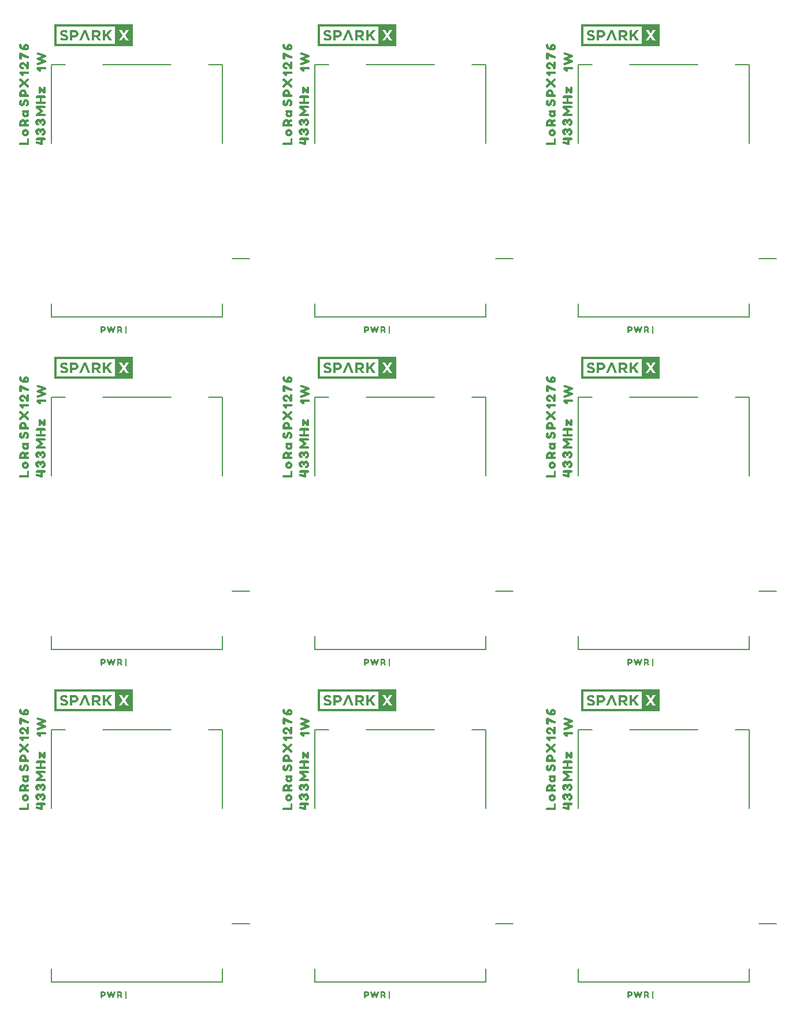
<source format=gto>
G04 EAGLE Gerber RS-274X export*
G75*
%MOMM*%
%FSLAX34Y34*%
%LPD*%
%INSilkscreen Top*%
%IPPOS*%
%AMOC8*
5,1,8,0,0,1.08239X$1,22.5*%
G01*
%ADD10C,0.203200*%

G36*
X184197Y1404028D02*
X184197Y1404028D01*
X184192Y1404035D01*
X184199Y1404041D01*
X184199Y1435679D01*
X184163Y1435727D01*
X184156Y1435721D01*
X184150Y1435728D01*
X69850Y1435728D01*
X69803Y1435692D01*
X69808Y1435685D01*
X69801Y1435679D01*
X69801Y1404041D01*
X69837Y1403993D01*
X69844Y1403999D01*
X69850Y1403992D01*
X184150Y1403992D01*
X184197Y1404028D01*
G37*
G36*
X570277Y1404028D02*
X570277Y1404028D01*
X570272Y1404035D01*
X570279Y1404041D01*
X570279Y1435679D01*
X570243Y1435727D01*
X570236Y1435721D01*
X570230Y1435728D01*
X455930Y1435728D01*
X455883Y1435692D01*
X455888Y1435685D01*
X455881Y1435679D01*
X455881Y1404041D01*
X455917Y1403993D01*
X455924Y1403999D01*
X455930Y1403992D01*
X570230Y1403992D01*
X570277Y1404028D01*
G37*
G36*
X956357Y1404028D02*
X956357Y1404028D01*
X956352Y1404035D01*
X956359Y1404041D01*
X956359Y1435679D01*
X956323Y1435727D01*
X956316Y1435721D01*
X956310Y1435728D01*
X842010Y1435728D01*
X841963Y1435692D01*
X841968Y1435685D01*
X841961Y1435679D01*
X841961Y1404041D01*
X841997Y1403993D01*
X842004Y1403999D01*
X842010Y1403992D01*
X956310Y1403992D01*
X956357Y1404028D01*
G37*
G36*
X956357Y428668D02*
X956357Y428668D01*
X956352Y428675D01*
X956359Y428681D01*
X956359Y460319D01*
X956323Y460367D01*
X956316Y460361D01*
X956310Y460368D01*
X842010Y460368D01*
X841963Y460332D01*
X841968Y460325D01*
X841961Y460319D01*
X841961Y428681D01*
X841997Y428633D01*
X842004Y428639D01*
X842010Y428632D01*
X956310Y428632D01*
X956357Y428668D01*
G37*
G36*
X184163Y460367D02*
X184163Y460367D01*
X184156Y460361D01*
X184150Y460368D01*
X69850Y460368D01*
X69803Y460332D01*
X69808Y460325D01*
X69801Y460319D01*
X69801Y428681D01*
X69837Y428633D01*
X69844Y428639D01*
X69850Y428632D01*
X184150Y428632D01*
X184197Y428668D01*
X184192Y428675D01*
X184199Y428681D01*
X184199Y460319D01*
X184163Y460367D01*
G37*
G36*
X570277Y428668D02*
X570277Y428668D01*
X570272Y428675D01*
X570279Y428681D01*
X570279Y460319D01*
X570243Y460367D01*
X570236Y460361D01*
X570230Y460368D01*
X455930Y460368D01*
X455883Y460332D01*
X455888Y460325D01*
X455881Y460319D01*
X455881Y428681D01*
X455917Y428633D01*
X455924Y428639D01*
X455930Y428632D01*
X570230Y428632D01*
X570277Y428668D01*
G37*
G36*
X956357Y916348D02*
X956357Y916348D01*
X956352Y916355D01*
X956359Y916361D01*
X956359Y947999D01*
X956323Y948047D01*
X956316Y948041D01*
X956310Y948048D01*
X842010Y948048D01*
X841963Y948012D01*
X841968Y948005D01*
X841961Y947999D01*
X841961Y916361D01*
X841997Y916313D01*
X842004Y916319D01*
X842010Y916312D01*
X956310Y916312D01*
X956357Y916348D01*
G37*
G36*
X184197Y916348D02*
X184197Y916348D01*
X184192Y916355D01*
X184199Y916361D01*
X184199Y947999D01*
X184163Y948047D01*
X184156Y948041D01*
X184150Y948048D01*
X69850Y948048D01*
X69803Y948012D01*
X69808Y948005D01*
X69801Y947999D01*
X69801Y916361D01*
X69837Y916313D01*
X69844Y916319D01*
X69850Y916312D01*
X184150Y916312D01*
X184197Y916348D01*
G37*
G36*
X570277Y916348D02*
X570277Y916348D01*
X570272Y916355D01*
X570279Y916361D01*
X570279Y947999D01*
X570243Y948047D01*
X570236Y948041D01*
X570230Y948048D01*
X455930Y948048D01*
X455883Y948012D01*
X455888Y948005D01*
X455881Y947999D01*
X455881Y916361D01*
X455917Y916313D01*
X455924Y916319D01*
X455930Y916312D01*
X570230Y916312D01*
X570277Y916348D01*
G37*
%LPC*%
G36*
X844997Y1407028D02*
X844997Y1407028D01*
X844997Y1432692D01*
X930726Y1432692D01*
X930726Y1407028D01*
X844997Y1407028D01*
G37*
%LPD*%
%LPC*%
G36*
X458917Y1407028D02*
X458917Y1407028D01*
X458917Y1432692D01*
X544646Y1432692D01*
X544646Y1407028D01*
X458917Y1407028D01*
G37*
%LPD*%
%LPC*%
G36*
X72837Y1407028D02*
X72837Y1407028D01*
X72837Y1432692D01*
X158566Y1432692D01*
X158566Y1407028D01*
X72837Y1407028D01*
G37*
%LPD*%
%LPC*%
G36*
X844997Y431668D02*
X844997Y431668D01*
X844997Y457332D01*
X930726Y457332D01*
X930726Y431668D01*
X844997Y431668D01*
G37*
%LPD*%
%LPC*%
G36*
X72837Y919348D02*
X72837Y919348D01*
X72837Y945012D01*
X158566Y945012D01*
X158566Y919348D01*
X72837Y919348D01*
G37*
%LPD*%
%LPC*%
G36*
X844997Y919348D02*
X844997Y919348D01*
X844997Y945012D01*
X930726Y945012D01*
X930726Y919348D01*
X844997Y919348D01*
G37*
%LPD*%
%LPC*%
G36*
X458917Y919348D02*
X458917Y919348D01*
X458917Y945012D01*
X544646Y945012D01*
X544646Y919348D01*
X458917Y919348D01*
G37*
%LPD*%
%LPC*%
G36*
X72837Y431668D02*
X72837Y431668D01*
X72837Y457332D01*
X158566Y457332D01*
X158566Y431668D01*
X72837Y431668D01*
G37*
%LPD*%
%LPC*%
G36*
X458917Y431668D02*
X458917Y431668D01*
X458917Y457332D01*
X544646Y457332D01*
X544646Y431668D01*
X458917Y431668D01*
G37*
%LPD*%
G36*
X514030Y436817D02*
X514030Y436817D01*
X514025Y436825D01*
X514032Y436830D01*
X514032Y441685D01*
X516608Y441685D01*
X519874Y436803D01*
X519907Y436792D01*
X519915Y436781D01*
X523859Y436781D01*
X523866Y436787D01*
X523874Y436784D01*
X523879Y436796D01*
X523906Y436817D01*
X523892Y436836D01*
X523899Y436858D01*
X520181Y442288D01*
X521462Y442966D01*
X521466Y442975D01*
X521473Y442974D01*
X522521Y443985D01*
X522523Y443996D01*
X522531Y443998D01*
X523215Y445340D01*
X523213Y445352D01*
X523220Y445356D01*
X523450Y447042D01*
X523448Y447047D01*
X523451Y447049D01*
X523451Y447095D01*
X523449Y447097D01*
X523450Y447099D01*
X523356Y448225D01*
X523351Y448231D01*
X523354Y448236D01*
X523343Y448271D01*
X523070Y449233D01*
X523064Y449238D01*
X523066Y449243D01*
X522591Y450109D01*
X522583Y450113D01*
X522584Y450119D01*
X521918Y450854D01*
X521910Y450855D01*
X521909Y450861D01*
X521071Y451447D01*
X521063Y451446D01*
X521062Y451452D01*
X520073Y451869D01*
X520066Y451868D01*
X520064Y451872D01*
X518922Y452122D01*
X518917Y452120D01*
X518915Y452123D01*
X517621Y452207D01*
X517619Y452206D01*
X517618Y452207D01*
X510611Y452207D01*
X510564Y452171D01*
X510568Y452165D01*
X510564Y452162D01*
X510565Y452160D01*
X510562Y452158D01*
X510562Y436830D01*
X510598Y436783D01*
X510605Y436789D01*
X510611Y436781D01*
X513983Y436781D01*
X514030Y436817D01*
G37*
G36*
X900110Y436817D02*
X900110Y436817D01*
X900105Y436825D01*
X900112Y436830D01*
X900112Y441685D01*
X902688Y441685D01*
X905954Y436803D01*
X905987Y436792D01*
X905995Y436781D01*
X909939Y436781D01*
X909946Y436787D01*
X909954Y436784D01*
X909959Y436796D01*
X909986Y436817D01*
X909972Y436836D01*
X909979Y436858D01*
X906261Y442288D01*
X907542Y442966D01*
X907546Y442975D01*
X907553Y442974D01*
X908601Y443985D01*
X908603Y443996D01*
X908611Y443998D01*
X909295Y445340D01*
X909293Y445352D01*
X909300Y445356D01*
X909530Y447042D01*
X909528Y447047D01*
X909531Y447049D01*
X909531Y447095D01*
X909529Y447097D01*
X909530Y447099D01*
X909436Y448225D01*
X909431Y448231D01*
X909434Y448236D01*
X909423Y448271D01*
X909150Y449233D01*
X909144Y449238D01*
X909146Y449243D01*
X908671Y450109D01*
X908663Y450113D01*
X908664Y450119D01*
X907998Y450854D01*
X907990Y450855D01*
X907989Y450861D01*
X907151Y451447D01*
X907143Y451446D01*
X907142Y451452D01*
X906153Y451869D01*
X906146Y451868D01*
X906144Y451872D01*
X905002Y452122D01*
X904997Y452120D01*
X904995Y452123D01*
X903701Y452207D01*
X903699Y452206D01*
X903698Y452207D01*
X896691Y452207D01*
X896644Y452171D01*
X896648Y452165D01*
X896644Y452162D01*
X896645Y452160D01*
X896642Y452158D01*
X896642Y436830D01*
X896678Y436783D01*
X896685Y436789D01*
X896691Y436781D01*
X900063Y436781D01*
X900110Y436817D01*
G37*
G36*
X127950Y436817D02*
X127950Y436817D01*
X127945Y436825D01*
X127952Y436830D01*
X127952Y441685D01*
X130528Y441685D01*
X133794Y436803D01*
X133827Y436792D01*
X133835Y436781D01*
X137779Y436781D01*
X137786Y436787D01*
X137794Y436784D01*
X137799Y436796D01*
X137826Y436817D01*
X137812Y436836D01*
X137819Y436858D01*
X134101Y442288D01*
X135382Y442966D01*
X135386Y442975D01*
X135393Y442974D01*
X136441Y443985D01*
X136443Y443996D01*
X136451Y443998D01*
X137135Y445340D01*
X137133Y445352D01*
X137140Y445356D01*
X137370Y447042D01*
X137368Y447047D01*
X137371Y447049D01*
X137371Y447095D01*
X137369Y447097D01*
X137370Y447099D01*
X137276Y448225D01*
X137271Y448231D01*
X137274Y448236D01*
X137263Y448271D01*
X136990Y449233D01*
X136984Y449238D01*
X136986Y449243D01*
X136511Y450109D01*
X136503Y450113D01*
X136504Y450119D01*
X135838Y450854D01*
X135830Y450855D01*
X135829Y450861D01*
X134991Y451447D01*
X134983Y451446D01*
X134982Y451452D01*
X133993Y451869D01*
X133986Y451868D01*
X133984Y451872D01*
X132842Y452122D01*
X132837Y452120D01*
X132835Y452123D01*
X131541Y452207D01*
X131539Y452206D01*
X131538Y452207D01*
X124531Y452207D01*
X124484Y452171D01*
X124488Y452165D01*
X124484Y452162D01*
X124485Y452160D01*
X124482Y452158D01*
X124482Y436830D01*
X124518Y436783D01*
X124525Y436789D01*
X124531Y436781D01*
X127903Y436781D01*
X127950Y436817D01*
G37*
G36*
X127950Y1412177D02*
X127950Y1412177D01*
X127945Y1412185D01*
X127952Y1412190D01*
X127952Y1417045D01*
X130528Y1417045D01*
X133794Y1412163D01*
X133827Y1412152D01*
X133835Y1412141D01*
X137779Y1412141D01*
X137786Y1412147D01*
X137794Y1412144D01*
X137799Y1412156D01*
X137826Y1412177D01*
X137812Y1412196D01*
X137819Y1412218D01*
X134101Y1417648D01*
X135382Y1418326D01*
X135386Y1418335D01*
X135393Y1418334D01*
X136441Y1419345D01*
X136443Y1419356D01*
X136451Y1419358D01*
X137135Y1420700D01*
X137133Y1420712D01*
X137140Y1420716D01*
X137370Y1422402D01*
X137368Y1422407D01*
X137371Y1422409D01*
X137371Y1422455D01*
X137369Y1422457D01*
X137370Y1422459D01*
X137276Y1423585D01*
X137271Y1423591D01*
X137274Y1423596D01*
X137263Y1423631D01*
X136990Y1424593D01*
X136984Y1424598D01*
X136986Y1424603D01*
X136511Y1425469D01*
X136503Y1425473D01*
X136504Y1425479D01*
X135838Y1426214D01*
X135830Y1426215D01*
X135829Y1426221D01*
X134991Y1426807D01*
X134983Y1426806D01*
X134982Y1426812D01*
X133993Y1427229D01*
X133986Y1427228D01*
X133984Y1427232D01*
X132842Y1427482D01*
X132837Y1427480D01*
X132835Y1427483D01*
X131541Y1427567D01*
X131539Y1427566D01*
X131538Y1427567D01*
X124531Y1427567D01*
X124484Y1427531D01*
X124488Y1427525D01*
X124484Y1427522D01*
X124485Y1427520D01*
X124482Y1427518D01*
X124482Y1412190D01*
X124518Y1412143D01*
X124525Y1412149D01*
X124531Y1412141D01*
X127903Y1412141D01*
X127950Y1412177D01*
G37*
G36*
X514030Y1412177D02*
X514030Y1412177D01*
X514025Y1412185D01*
X514032Y1412190D01*
X514032Y1417045D01*
X516608Y1417045D01*
X519874Y1412163D01*
X519907Y1412152D01*
X519915Y1412141D01*
X523859Y1412141D01*
X523866Y1412147D01*
X523874Y1412144D01*
X523879Y1412156D01*
X523906Y1412177D01*
X523892Y1412196D01*
X523899Y1412218D01*
X520181Y1417648D01*
X521462Y1418326D01*
X521466Y1418335D01*
X521473Y1418334D01*
X522521Y1419345D01*
X522523Y1419356D01*
X522531Y1419358D01*
X523215Y1420700D01*
X523213Y1420712D01*
X523220Y1420716D01*
X523450Y1422402D01*
X523448Y1422407D01*
X523451Y1422409D01*
X523451Y1422455D01*
X523449Y1422457D01*
X523450Y1422459D01*
X523356Y1423585D01*
X523351Y1423591D01*
X523354Y1423596D01*
X523343Y1423631D01*
X523070Y1424593D01*
X523064Y1424598D01*
X523066Y1424603D01*
X522591Y1425469D01*
X522583Y1425473D01*
X522584Y1425479D01*
X521918Y1426214D01*
X521910Y1426215D01*
X521909Y1426221D01*
X521071Y1426807D01*
X521063Y1426806D01*
X521062Y1426812D01*
X520073Y1427229D01*
X520066Y1427228D01*
X520064Y1427232D01*
X518922Y1427482D01*
X518917Y1427480D01*
X518915Y1427483D01*
X517621Y1427567D01*
X517619Y1427566D01*
X517618Y1427567D01*
X510611Y1427567D01*
X510564Y1427531D01*
X510568Y1427525D01*
X510564Y1427522D01*
X510565Y1427520D01*
X510562Y1427518D01*
X510562Y1412190D01*
X510598Y1412143D01*
X510605Y1412149D01*
X510611Y1412141D01*
X513983Y1412141D01*
X514030Y1412177D01*
G37*
G36*
X514030Y924497D02*
X514030Y924497D01*
X514025Y924505D01*
X514032Y924510D01*
X514032Y929365D01*
X516608Y929365D01*
X519874Y924483D01*
X519907Y924472D01*
X519915Y924461D01*
X523859Y924461D01*
X523866Y924467D01*
X523874Y924464D01*
X523879Y924476D01*
X523906Y924497D01*
X523892Y924516D01*
X523899Y924538D01*
X520181Y929968D01*
X521462Y930646D01*
X521466Y930655D01*
X521473Y930654D01*
X522521Y931665D01*
X522523Y931676D01*
X522531Y931678D01*
X523215Y933020D01*
X523213Y933032D01*
X523220Y933036D01*
X523450Y934722D01*
X523448Y934727D01*
X523451Y934729D01*
X523451Y934775D01*
X523449Y934777D01*
X523450Y934779D01*
X523356Y935905D01*
X523351Y935911D01*
X523354Y935916D01*
X523343Y935951D01*
X523070Y936913D01*
X523064Y936918D01*
X523066Y936923D01*
X522591Y937789D01*
X522583Y937793D01*
X522584Y937799D01*
X521918Y938534D01*
X521910Y938535D01*
X521909Y938541D01*
X521071Y939127D01*
X521063Y939126D01*
X521062Y939132D01*
X520073Y939549D01*
X520066Y939548D01*
X520064Y939552D01*
X518922Y939802D01*
X518917Y939800D01*
X518915Y939803D01*
X517621Y939887D01*
X517619Y939886D01*
X517618Y939887D01*
X510611Y939887D01*
X510564Y939851D01*
X510568Y939845D01*
X510564Y939842D01*
X510565Y939840D01*
X510562Y939838D01*
X510562Y924510D01*
X510598Y924463D01*
X510605Y924469D01*
X510611Y924461D01*
X513983Y924461D01*
X514030Y924497D01*
G37*
G36*
X900110Y1412177D02*
X900110Y1412177D01*
X900105Y1412185D01*
X900112Y1412190D01*
X900112Y1417045D01*
X902688Y1417045D01*
X905954Y1412163D01*
X905987Y1412152D01*
X905995Y1412141D01*
X909939Y1412141D01*
X909946Y1412147D01*
X909954Y1412144D01*
X909959Y1412156D01*
X909986Y1412177D01*
X909972Y1412196D01*
X909979Y1412218D01*
X906261Y1417648D01*
X907542Y1418326D01*
X907546Y1418335D01*
X907553Y1418334D01*
X908601Y1419345D01*
X908603Y1419356D01*
X908611Y1419358D01*
X909295Y1420700D01*
X909293Y1420712D01*
X909300Y1420716D01*
X909530Y1422402D01*
X909528Y1422407D01*
X909531Y1422409D01*
X909531Y1422455D01*
X909529Y1422457D01*
X909530Y1422459D01*
X909436Y1423585D01*
X909431Y1423591D01*
X909434Y1423596D01*
X909423Y1423631D01*
X909150Y1424593D01*
X909144Y1424598D01*
X909146Y1424603D01*
X908671Y1425469D01*
X908663Y1425473D01*
X908664Y1425479D01*
X907998Y1426214D01*
X907990Y1426215D01*
X907989Y1426221D01*
X907151Y1426807D01*
X907143Y1426806D01*
X907142Y1426812D01*
X906153Y1427229D01*
X906146Y1427228D01*
X906144Y1427232D01*
X905002Y1427482D01*
X904997Y1427480D01*
X904995Y1427483D01*
X903701Y1427567D01*
X903699Y1427566D01*
X903698Y1427567D01*
X896691Y1427567D01*
X896644Y1427531D01*
X896648Y1427525D01*
X896644Y1427522D01*
X896645Y1427520D01*
X896642Y1427518D01*
X896642Y1412190D01*
X896678Y1412143D01*
X896685Y1412149D01*
X896691Y1412141D01*
X900063Y1412141D01*
X900110Y1412177D01*
G37*
G36*
X127950Y924497D02*
X127950Y924497D01*
X127945Y924505D01*
X127952Y924510D01*
X127952Y929365D01*
X130528Y929365D01*
X133794Y924483D01*
X133827Y924472D01*
X133835Y924461D01*
X137779Y924461D01*
X137786Y924467D01*
X137794Y924464D01*
X137799Y924476D01*
X137826Y924497D01*
X137812Y924516D01*
X137819Y924538D01*
X134101Y929968D01*
X135382Y930646D01*
X135386Y930655D01*
X135393Y930654D01*
X136441Y931665D01*
X136443Y931676D01*
X136451Y931678D01*
X137135Y933020D01*
X137133Y933032D01*
X137140Y933036D01*
X137370Y934722D01*
X137368Y934727D01*
X137371Y934729D01*
X137371Y934775D01*
X137369Y934777D01*
X137370Y934779D01*
X137276Y935905D01*
X137271Y935911D01*
X137274Y935916D01*
X137263Y935951D01*
X136990Y936913D01*
X136984Y936918D01*
X136986Y936923D01*
X136511Y937789D01*
X136503Y937793D01*
X136504Y937799D01*
X135838Y938534D01*
X135830Y938535D01*
X135829Y938541D01*
X134991Y939127D01*
X134983Y939126D01*
X134982Y939132D01*
X133993Y939549D01*
X133986Y939548D01*
X133984Y939552D01*
X132842Y939802D01*
X132837Y939800D01*
X132835Y939803D01*
X131541Y939887D01*
X131539Y939886D01*
X131538Y939887D01*
X124531Y939887D01*
X124484Y939851D01*
X124488Y939845D01*
X124484Y939842D01*
X124485Y939840D01*
X124482Y939838D01*
X124482Y924510D01*
X124518Y924463D01*
X124525Y924469D01*
X124531Y924461D01*
X127903Y924461D01*
X127950Y924497D01*
G37*
G36*
X900110Y924497D02*
X900110Y924497D01*
X900105Y924505D01*
X900112Y924510D01*
X900112Y929365D01*
X902688Y929365D01*
X905954Y924483D01*
X905987Y924472D01*
X905995Y924461D01*
X909939Y924461D01*
X909946Y924467D01*
X909954Y924464D01*
X909959Y924476D01*
X909986Y924497D01*
X909972Y924516D01*
X909979Y924538D01*
X906261Y929968D01*
X907542Y930646D01*
X907546Y930655D01*
X907553Y930654D01*
X908601Y931665D01*
X908603Y931676D01*
X908611Y931678D01*
X909295Y933020D01*
X909293Y933032D01*
X909300Y933036D01*
X909530Y934722D01*
X909528Y934727D01*
X909531Y934729D01*
X909531Y934775D01*
X909529Y934777D01*
X909530Y934779D01*
X909436Y935905D01*
X909431Y935911D01*
X909434Y935916D01*
X909423Y935951D01*
X909150Y936913D01*
X909144Y936918D01*
X909146Y936923D01*
X908671Y937789D01*
X908663Y937793D01*
X908664Y937799D01*
X907998Y938534D01*
X907990Y938535D01*
X907989Y938541D01*
X907151Y939127D01*
X907143Y939126D01*
X907142Y939132D01*
X906153Y939549D01*
X906146Y939548D01*
X906144Y939552D01*
X905002Y939802D01*
X904997Y939800D01*
X904995Y939803D01*
X903701Y939887D01*
X903699Y939886D01*
X903698Y939887D01*
X896691Y939887D01*
X896644Y939851D01*
X896648Y939845D01*
X896644Y939842D01*
X896645Y939840D01*
X896642Y939838D01*
X896642Y924510D01*
X896678Y924463D01*
X896685Y924469D01*
X896691Y924461D01*
X900063Y924461D01*
X900110Y924497D01*
G37*
G36*
X46110Y888532D02*
X46110Y888532D01*
X46113Y888536D01*
X46116Y888534D01*
X56716Y892234D01*
X56722Y892243D01*
X56730Y892241D01*
X57530Y892841D01*
X57535Y892859D01*
X57546Y892862D01*
X57946Y893862D01*
X57941Y893880D01*
X57944Y893883D01*
X57943Y893884D01*
X57948Y893891D01*
X57748Y894791D01*
X57732Y894805D01*
X57732Y894817D01*
X56932Y895517D01*
X56917Y895518D01*
X56914Y895527D01*
X56215Y895727D01*
X53417Y896726D01*
X53416Y896726D01*
X53416Y896727D01*
X51916Y897226D01*
X50350Y897779D01*
X56015Y899733D01*
X57014Y900033D01*
X57024Y900047D01*
X57035Y900045D01*
X57735Y900745D01*
X57738Y900765D01*
X57748Y900770D01*
X57948Y901770D01*
X57938Y901791D01*
X57944Y901802D01*
X57444Y902802D01*
X57427Y902810D01*
X57426Y902822D01*
X56626Y903322D01*
X56618Y903321D01*
X56616Y903327D01*
X46016Y907027D01*
X46015Y907026D01*
X46014Y907027D01*
X45014Y907327D01*
X44992Y907319D01*
X44981Y907325D01*
X44281Y907025D01*
X44269Y907005D01*
X44257Y907004D01*
X43657Y905904D01*
X43658Y905893D01*
X43652Y905890D01*
X43452Y904890D01*
X43463Y904866D01*
X43458Y904854D01*
X43958Y904054D01*
X43980Y904046D01*
X43984Y904033D01*
X50665Y901740D01*
X50830Y901409D01*
X45085Y899527D01*
X45082Y899524D01*
X45080Y899525D01*
X44180Y899125D01*
X44172Y899110D01*
X44161Y899110D01*
X43561Y898310D01*
X43561Y898299D01*
X43553Y898293D01*
X43560Y898283D01*
X43551Y898276D01*
X43651Y897176D01*
X43665Y897160D01*
X43663Y897148D01*
X44263Y896448D01*
X44275Y896445D01*
X44276Y896437D01*
X45176Y895937D01*
X45183Y895938D01*
X45185Y895933D01*
X50919Y894055D01*
X50670Y893722D01*
X44785Y891827D01*
X44783Y891824D01*
X44780Y891825D01*
X43880Y891425D01*
X43869Y891404D01*
X43856Y891402D01*
X43456Y890602D01*
X43461Y890577D01*
X43453Y890567D01*
X43753Y889467D01*
X43762Y889460D01*
X43759Y889453D01*
X44359Y888553D01*
X44382Y888545D01*
X44386Y888533D01*
X45086Y888333D01*
X45102Y888339D01*
X45110Y888332D01*
X46110Y888532D01*
G37*
G36*
X46110Y1376212D02*
X46110Y1376212D01*
X46113Y1376216D01*
X46116Y1376214D01*
X56716Y1379914D01*
X56722Y1379923D01*
X56730Y1379921D01*
X57530Y1380521D01*
X57535Y1380539D01*
X57546Y1380542D01*
X57946Y1381542D01*
X57941Y1381560D01*
X57944Y1381563D01*
X57943Y1381564D01*
X57948Y1381571D01*
X57748Y1382471D01*
X57732Y1382485D01*
X57732Y1382497D01*
X56932Y1383197D01*
X56917Y1383198D01*
X56914Y1383207D01*
X56215Y1383407D01*
X53417Y1384406D01*
X53416Y1384406D01*
X53416Y1384407D01*
X51916Y1384906D01*
X50350Y1385459D01*
X56015Y1387413D01*
X57014Y1387713D01*
X57024Y1387727D01*
X57035Y1387725D01*
X57735Y1388425D01*
X57738Y1388445D01*
X57748Y1388450D01*
X57948Y1389450D01*
X57938Y1389471D01*
X57944Y1389482D01*
X57444Y1390482D01*
X57427Y1390490D01*
X57426Y1390502D01*
X56626Y1391002D01*
X56618Y1391001D01*
X56616Y1391007D01*
X46016Y1394707D01*
X46015Y1394706D01*
X46014Y1394707D01*
X45014Y1395007D01*
X44992Y1394999D01*
X44981Y1395005D01*
X44281Y1394705D01*
X44269Y1394685D01*
X44257Y1394684D01*
X43657Y1393584D01*
X43658Y1393573D01*
X43652Y1393570D01*
X43452Y1392570D01*
X43463Y1392546D01*
X43458Y1392534D01*
X43958Y1391734D01*
X43980Y1391726D01*
X43984Y1391713D01*
X50665Y1389420D01*
X50830Y1389089D01*
X45085Y1387207D01*
X45082Y1387204D01*
X45080Y1387205D01*
X44180Y1386805D01*
X44172Y1386790D01*
X44161Y1386790D01*
X43561Y1385990D01*
X43561Y1385979D01*
X43553Y1385973D01*
X43560Y1385963D01*
X43551Y1385956D01*
X43651Y1384856D01*
X43665Y1384840D01*
X43663Y1384828D01*
X44263Y1384128D01*
X44275Y1384125D01*
X44276Y1384117D01*
X45176Y1383617D01*
X45183Y1383618D01*
X45185Y1383613D01*
X50919Y1381735D01*
X50670Y1381402D01*
X44785Y1379507D01*
X44783Y1379504D01*
X44780Y1379505D01*
X43880Y1379105D01*
X43869Y1379084D01*
X43856Y1379082D01*
X43456Y1378282D01*
X43461Y1378257D01*
X43453Y1378247D01*
X43753Y1377147D01*
X43762Y1377140D01*
X43759Y1377133D01*
X44359Y1376233D01*
X44382Y1376225D01*
X44386Y1376213D01*
X45086Y1376013D01*
X45102Y1376019D01*
X45110Y1376012D01*
X46110Y1376212D01*
G37*
G36*
X432190Y1376212D02*
X432190Y1376212D01*
X432193Y1376216D01*
X432196Y1376214D01*
X442796Y1379914D01*
X442802Y1379923D01*
X442810Y1379921D01*
X443610Y1380521D01*
X443615Y1380539D01*
X443626Y1380542D01*
X444026Y1381542D01*
X444021Y1381560D01*
X444024Y1381563D01*
X444023Y1381564D01*
X444028Y1381571D01*
X443828Y1382471D01*
X443812Y1382485D01*
X443812Y1382497D01*
X443012Y1383197D01*
X442997Y1383198D01*
X442994Y1383207D01*
X442295Y1383407D01*
X439497Y1384406D01*
X439496Y1384406D01*
X439496Y1384407D01*
X437996Y1384906D01*
X436430Y1385459D01*
X442095Y1387413D01*
X443094Y1387713D01*
X443104Y1387727D01*
X443115Y1387725D01*
X443815Y1388425D01*
X443818Y1388445D01*
X443828Y1388450D01*
X444028Y1389450D01*
X444018Y1389471D01*
X444024Y1389482D01*
X443524Y1390482D01*
X443507Y1390490D01*
X443506Y1390502D01*
X442706Y1391002D01*
X442698Y1391001D01*
X442696Y1391007D01*
X432096Y1394707D01*
X432095Y1394706D01*
X432094Y1394707D01*
X431094Y1395007D01*
X431072Y1394999D01*
X431061Y1395005D01*
X430361Y1394705D01*
X430349Y1394685D01*
X430337Y1394684D01*
X429737Y1393584D01*
X429738Y1393573D01*
X429732Y1393570D01*
X429532Y1392570D01*
X429543Y1392546D01*
X429538Y1392534D01*
X430038Y1391734D01*
X430060Y1391726D01*
X430064Y1391713D01*
X436745Y1389420D01*
X436910Y1389089D01*
X431165Y1387207D01*
X431162Y1387204D01*
X431160Y1387205D01*
X430260Y1386805D01*
X430252Y1386790D01*
X430241Y1386790D01*
X429641Y1385990D01*
X429641Y1385979D01*
X429633Y1385973D01*
X429640Y1385963D01*
X429631Y1385956D01*
X429731Y1384856D01*
X429745Y1384840D01*
X429743Y1384828D01*
X430343Y1384128D01*
X430355Y1384125D01*
X430356Y1384117D01*
X431256Y1383617D01*
X431263Y1383618D01*
X431265Y1383613D01*
X436999Y1381735D01*
X436750Y1381402D01*
X430865Y1379507D01*
X430863Y1379504D01*
X430860Y1379505D01*
X429960Y1379105D01*
X429949Y1379084D01*
X429936Y1379082D01*
X429536Y1378282D01*
X429541Y1378257D01*
X429533Y1378247D01*
X429833Y1377147D01*
X429842Y1377140D01*
X429839Y1377133D01*
X430439Y1376233D01*
X430462Y1376225D01*
X430466Y1376213D01*
X431166Y1376013D01*
X431182Y1376019D01*
X431190Y1376012D01*
X432190Y1376212D01*
G37*
G36*
X432190Y400852D02*
X432190Y400852D01*
X432193Y400856D01*
X432196Y400854D01*
X442796Y404554D01*
X442802Y404563D01*
X442810Y404561D01*
X443610Y405161D01*
X443615Y405179D01*
X443626Y405182D01*
X444026Y406182D01*
X444021Y406200D01*
X444024Y406203D01*
X444023Y406204D01*
X444028Y406211D01*
X443828Y407111D01*
X443812Y407125D01*
X443812Y407137D01*
X443012Y407837D01*
X442997Y407838D01*
X442994Y407847D01*
X442295Y408047D01*
X439497Y409046D01*
X439496Y409046D01*
X439496Y409047D01*
X437996Y409546D01*
X436430Y410099D01*
X442095Y412053D01*
X443094Y412353D01*
X443104Y412367D01*
X443115Y412365D01*
X443815Y413065D01*
X443818Y413085D01*
X443828Y413090D01*
X444028Y414090D01*
X444018Y414111D01*
X444024Y414122D01*
X443524Y415122D01*
X443507Y415130D01*
X443506Y415142D01*
X442706Y415642D01*
X442698Y415641D01*
X442696Y415647D01*
X432096Y419347D01*
X432095Y419346D01*
X432094Y419347D01*
X431094Y419647D01*
X431072Y419639D01*
X431061Y419645D01*
X430361Y419345D01*
X430349Y419325D01*
X430337Y419324D01*
X429737Y418224D01*
X429738Y418213D01*
X429732Y418210D01*
X429532Y417210D01*
X429543Y417186D01*
X429538Y417174D01*
X430038Y416374D01*
X430060Y416366D01*
X430064Y416353D01*
X436745Y414060D01*
X436910Y413729D01*
X431165Y411847D01*
X431162Y411844D01*
X431160Y411845D01*
X430260Y411445D01*
X430252Y411430D01*
X430241Y411430D01*
X429641Y410630D01*
X429641Y410619D01*
X429633Y410613D01*
X429640Y410603D01*
X429631Y410596D01*
X429731Y409496D01*
X429745Y409480D01*
X429743Y409468D01*
X430343Y408768D01*
X430355Y408765D01*
X430356Y408757D01*
X431256Y408257D01*
X431263Y408258D01*
X431265Y408253D01*
X436999Y406375D01*
X436750Y406042D01*
X430865Y404147D01*
X430863Y404144D01*
X430860Y404145D01*
X429960Y403745D01*
X429949Y403724D01*
X429936Y403722D01*
X429536Y402922D01*
X429541Y402897D01*
X429533Y402887D01*
X429833Y401787D01*
X429842Y401780D01*
X429839Y401773D01*
X430439Y400873D01*
X430462Y400865D01*
X430466Y400853D01*
X431166Y400653D01*
X431182Y400659D01*
X431190Y400652D01*
X432190Y400852D01*
G37*
G36*
X818270Y1376212D02*
X818270Y1376212D01*
X818273Y1376216D01*
X818276Y1376214D01*
X828876Y1379914D01*
X828882Y1379923D01*
X828890Y1379921D01*
X829690Y1380521D01*
X829695Y1380539D01*
X829706Y1380542D01*
X830106Y1381542D01*
X830101Y1381560D01*
X830104Y1381563D01*
X830103Y1381564D01*
X830108Y1381571D01*
X829908Y1382471D01*
X829892Y1382485D01*
X829892Y1382497D01*
X829092Y1383197D01*
X829077Y1383198D01*
X829074Y1383207D01*
X828375Y1383407D01*
X825577Y1384406D01*
X825576Y1384406D01*
X825576Y1384407D01*
X824076Y1384906D01*
X822510Y1385459D01*
X828175Y1387413D01*
X829174Y1387713D01*
X829184Y1387727D01*
X829195Y1387725D01*
X829895Y1388425D01*
X829898Y1388445D01*
X829908Y1388450D01*
X830108Y1389450D01*
X830098Y1389471D01*
X830104Y1389482D01*
X829604Y1390482D01*
X829587Y1390490D01*
X829586Y1390502D01*
X828786Y1391002D01*
X828778Y1391001D01*
X828776Y1391007D01*
X818176Y1394707D01*
X818175Y1394706D01*
X818174Y1394707D01*
X817174Y1395007D01*
X817152Y1394999D01*
X817141Y1395005D01*
X816441Y1394705D01*
X816429Y1394685D01*
X816417Y1394684D01*
X815817Y1393584D01*
X815818Y1393573D01*
X815812Y1393570D01*
X815612Y1392570D01*
X815623Y1392546D01*
X815618Y1392534D01*
X816118Y1391734D01*
X816140Y1391726D01*
X816144Y1391713D01*
X822825Y1389420D01*
X822990Y1389089D01*
X817245Y1387207D01*
X817242Y1387204D01*
X817240Y1387205D01*
X816340Y1386805D01*
X816332Y1386790D01*
X816321Y1386790D01*
X815721Y1385990D01*
X815721Y1385979D01*
X815713Y1385973D01*
X815720Y1385963D01*
X815711Y1385956D01*
X815811Y1384856D01*
X815825Y1384840D01*
X815823Y1384828D01*
X816423Y1384128D01*
X816435Y1384125D01*
X816436Y1384117D01*
X817336Y1383617D01*
X817343Y1383618D01*
X817345Y1383613D01*
X823079Y1381735D01*
X822830Y1381402D01*
X816945Y1379507D01*
X816943Y1379504D01*
X816940Y1379505D01*
X816040Y1379105D01*
X816029Y1379084D01*
X816016Y1379082D01*
X815616Y1378282D01*
X815621Y1378257D01*
X815613Y1378247D01*
X815913Y1377147D01*
X815922Y1377140D01*
X815919Y1377133D01*
X816519Y1376233D01*
X816542Y1376225D01*
X816546Y1376213D01*
X817246Y1376013D01*
X817262Y1376019D01*
X817270Y1376012D01*
X818270Y1376212D01*
G37*
G36*
X46110Y400852D02*
X46110Y400852D01*
X46113Y400856D01*
X46116Y400854D01*
X56716Y404554D01*
X56722Y404563D01*
X56730Y404561D01*
X57530Y405161D01*
X57535Y405179D01*
X57546Y405182D01*
X57946Y406182D01*
X57941Y406200D01*
X57944Y406203D01*
X57943Y406204D01*
X57948Y406211D01*
X57748Y407111D01*
X57732Y407125D01*
X57732Y407137D01*
X56932Y407837D01*
X56917Y407838D01*
X56914Y407847D01*
X56215Y408047D01*
X53417Y409046D01*
X53416Y409046D01*
X53416Y409047D01*
X51916Y409546D01*
X50350Y410099D01*
X56015Y412053D01*
X57014Y412353D01*
X57024Y412367D01*
X57035Y412365D01*
X57735Y413065D01*
X57738Y413085D01*
X57748Y413090D01*
X57948Y414090D01*
X57938Y414111D01*
X57944Y414122D01*
X57444Y415122D01*
X57427Y415130D01*
X57426Y415142D01*
X56626Y415642D01*
X56618Y415641D01*
X56616Y415647D01*
X46016Y419347D01*
X46015Y419346D01*
X46014Y419347D01*
X45014Y419647D01*
X44992Y419639D01*
X44981Y419645D01*
X44281Y419345D01*
X44269Y419325D01*
X44257Y419324D01*
X43657Y418224D01*
X43658Y418213D01*
X43652Y418210D01*
X43452Y417210D01*
X43463Y417186D01*
X43458Y417174D01*
X43958Y416374D01*
X43980Y416366D01*
X43984Y416353D01*
X50665Y414060D01*
X50830Y413729D01*
X45085Y411847D01*
X45082Y411844D01*
X45080Y411845D01*
X44180Y411445D01*
X44172Y411430D01*
X44161Y411430D01*
X43561Y410630D01*
X43561Y410619D01*
X43553Y410613D01*
X43560Y410603D01*
X43551Y410596D01*
X43651Y409496D01*
X43665Y409480D01*
X43663Y409468D01*
X44263Y408768D01*
X44275Y408765D01*
X44276Y408757D01*
X45176Y408257D01*
X45183Y408258D01*
X45185Y408253D01*
X50919Y406375D01*
X50670Y406042D01*
X44785Y404147D01*
X44783Y404144D01*
X44780Y404145D01*
X43880Y403745D01*
X43869Y403724D01*
X43856Y403722D01*
X43456Y402922D01*
X43461Y402897D01*
X43453Y402887D01*
X43753Y401787D01*
X43762Y401780D01*
X43759Y401773D01*
X44359Y400873D01*
X44382Y400865D01*
X44386Y400853D01*
X45086Y400653D01*
X45102Y400659D01*
X45110Y400652D01*
X46110Y400852D01*
G37*
G36*
X818270Y400852D02*
X818270Y400852D01*
X818273Y400856D01*
X818276Y400854D01*
X828876Y404554D01*
X828882Y404563D01*
X828890Y404561D01*
X829690Y405161D01*
X829695Y405179D01*
X829706Y405182D01*
X830106Y406182D01*
X830101Y406200D01*
X830104Y406203D01*
X830103Y406204D01*
X830108Y406211D01*
X829908Y407111D01*
X829892Y407125D01*
X829892Y407137D01*
X829092Y407837D01*
X829077Y407838D01*
X829074Y407847D01*
X828375Y408047D01*
X825577Y409046D01*
X825576Y409046D01*
X825576Y409047D01*
X824076Y409546D01*
X822510Y410099D01*
X828175Y412053D01*
X829174Y412353D01*
X829184Y412367D01*
X829195Y412365D01*
X829895Y413065D01*
X829898Y413085D01*
X829908Y413090D01*
X830108Y414090D01*
X830098Y414111D01*
X830104Y414122D01*
X829604Y415122D01*
X829587Y415130D01*
X829586Y415142D01*
X828786Y415642D01*
X828778Y415641D01*
X828776Y415647D01*
X818176Y419347D01*
X818175Y419346D01*
X818174Y419347D01*
X817174Y419647D01*
X817152Y419639D01*
X817141Y419645D01*
X816441Y419345D01*
X816429Y419325D01*
X816417Y419324D01*
X815817Y418224D01*
X815818Y418213D01*
X815812Y418210D01*
X815612Y417210D01*
X815623Y417186D01*
X815618Y417174D01*
X816118Y416374D01*
X816140Y416366D01*
X816144Y416353D01*
X822825Y414060D01*
X822990Y413729D01*
X817245Y411847D01*
X817242Y411844D01*
X817240Y411845D01*
X816340Y411445D01*
X816332Y411430D01*
X816321Y411430D01*
X815721Y410630D01*
X815721Y410619D01*
X815713Y410613D01*
X815720Y410603D01*
X815711Y410596D01*
X815811Y409496D01*
X815825Y409480D01*
X815823Y409468D01*
X816423Y408768D01*
X816435Y408765D01*
X816436Y408757D01*
X817336Y408257D01*
X817343Y408258D01*
X817345Y408253D01*
X823079Y406375D01*
X822830Y406042D01*
X816945Y404147D01*
X816943Y404144D01*
X816940Y404145D01*
X816040Y403745D01*
X816029Y403724D01*
X816016Y403722D01*
X815616Y402922D01*
X815621Y402897D01*
X815613Y402887D01*
X815913Y401787D01*
X815922Y401780D01*
X815919Y401773D01*
X816519Y400873D01*
X816542Y400865D01*
X816546Y400853D01*
X817246Y400653D01*
X817262Y400659D01*
X817270Y400652D01*
X818270Y400852D01*
G37*
G36*
X818270Y888532D02*
X818270Y888532D01*
X818273Y888536D01*
X818276Y888534D01*
X828876Y892234D01*
X828882Y892243D01*
X828890Y892241D01*
X829690Y892841D01*
X829695Y892859D01*
X829706Y892862D01*
X830106Y893862D01*
X830101Y893880D01*
X830104Y893883D01*
X830103Y893884D01*
X830108Y893891D01*
X829908Y894791D01*
X829892Y894805D01*
X829892Y894817D01*
X829092Y895517D01*
X829077Y895518D01*
X829074Y895527D01*
X828375Y895727D01*
X825577Y896726D01*
X825576Y896726D01*
X825576Y896727D01*
X824076Y897226D01*
X822510Y897779D01*
X828175Y899733D01*
X829174Y900033D01*
X829184Y900047D01*
X829195Y900045D01*
X829895Y900745D01*
X829898Y900765D01*
X829908Y900770D01*
X830108Y901770D01*
X830098Y901791D01*
X830104Y901802D01*
X829604Y902802D01*
X829587Y902810D01*
X829586Y902822D01*
X828786Y903322D01*
X828778Y903321D01*
X828776Y903327D01*
X818176Y907027D01*
X818175Y907026D01*
X818174Y907027D01*
X817174Y907327D01*
X817152Y907319D01*
X817141Y907325D01*
X816441Y907025D01*
X816429Y907005D01*
X816417Y907004D01*
X815817Y905904D01*
X815818Y905893D01*
X815812Y905890D01*
X815612Y904890D01*
X815623Y904866D01*
X815618Y904854D01*
X816118Y904054D01*
X816140Y904046D01*
X816144Y904033D01*
X822825Y901740D01*
X822990Y901409D01*
X817245Y899527D01*
X817242Y899524D01*
X817240Y899525D01*
X816340Y899125D01*
X816332Y899110D01*
X816321Y899110D01*
X815721Y898310D01*
X815721Y898299D01*
X815713Y898293D01*
X815720Y898283D01*
X815711Y898276D01*
X815811Y897176D01*
X815825Y897160D01*
X815823Y897148D01*
X816423Y896448D01*
X816435Y896445D01*
X816436Y896437D01*
X817336Y895937D01*
X817343Y895938D01*
X817345Y895933D01*
X823079Y894055D01*
X822830Y893722D01*
X816945Y891827D01*
X816943Y891824D01*
X816940Y891825D01*
X816040Y891425D01*
X816029Y891404D01*
X816016Y891402D01*
X815616Y890602D01*
X815621Y890577D01*
X815613Y890567D01*
X815913Y889467D01*
X815922Y889460D01*
X815919Y889453D01*
X816519Y888553D01*
X816542Y888545D01*
X816546Y888533D01*
X817246Y888333D01*
X817262Y888339D01*
X817270Y888332D01*
X818270Y888532D01*
G37*
G36*
X432190Y888532D02*
X432190Y888532D01*
X432193Y888536D01*
X432196Y888534D01*
X442796Y892234D01*
X442802Y892243D01*
X442810Y892241D01*
X443610Y892841D01*
X443615Y892859D01*
X443626Y892862D01*
X444026Y893862D01*
X444021Y893880D01*
X444024Y893883D01*
X444023Y893884D01*
X444028Y893891D01*
X443828Y894791D01*
X443812Y894805D01*
X443812Y894817D01*
X443012Y895517D01*
X442997Y895518D01*
X442994Y895527D01*
X442295Y895727D01*
X439497Y896726D01*
X439496Y896726D01*
X439496Y896727D01*
X437996Y897226D01*
X436430Y897779D01*
X442095Y899733D01*
X443094Y900033D01*
X443104Y900047D01*
X443115Y900045D01*
X443815Y900745D01*
X443818Y900765D01*
X443828Y900770D01*
X444028Y901770D01*
X444018Y901791D01*
X444024Y901802D01*
X443524Y902802D01*
X443507Y902810D01*
X443506Y902822D01*
X442706Y903322D01*
X442698Y903321D01*
X442696Y903327D01*
X432096Y907027D01*
X432095Y907026D01*
X432094Y907027D01*
X431094Y907327D01*
X431072Y907319D01*
X431061Y907325D01*
X430361Y907025D01*
X430349Y907005D01*
X430337Y907004D01*
X429737Y905904D01*
X429738Y905893D01*
X429732Y905890D01*
X429532Y904890D01*
X429543Y904866D01*
X429538Y904854D01*
X430038Y904054D01*
X430060Y904046D01*
X430064Y904033D01*
X436745Y901740D01*
X436910Y901409D01*
X431165Y899527D01*
X431162Y899524D01*
X431160Y899525D01*
X430260Y899125D01*
X430252Y899110D01*
X430241Y899110D01*
X429641Y898310D01*
X429641Y898299D01*
X429633Y898293D01*
X429640Y898283D01*
X429631Y898276D01*
X429731Y897176D01*
X429745Y897160D01*
X429743Y897148D01*
X430343Y896448D01*
X430355Y896445D01*
X430356Y896437D01*
X431256Y895937D01*
X431263Y895938D01*
X431265Y895933D01*
X436999Y894055D01*
X436750Y893722D01*
X430865Y891827D01*
X430863Y891824D01*
X430860Y891825D01*
X429960Y891425D01*
X429949Y891404D01*
X429936Y891402D01*
X429536Y890602D01*
X429541Y890577D01*
X429533Y890567D01*
X429833Y889467D01*
X429842Y889460D01*
X429839Y889453D01*
X430439Y888553D01*
X430462Y888545D01*
X430466Y888533D01*
X431166Y888333D01*
X431182Y888339D01*
X431190Y888332D01*
X432190Y888532D01*
G37*
G36*
X828114Y813309D02*
X828114Y813309D01*
X828127Y813308D01*
X828727Y814008D01*
X828728Y814016D01*
X828728Y814017D01*
X828729Y814029D01*
X828739Y814036D01*
X828839Y815236D01*
X828832Y815247D01*
X828837Y815254D01*
X828537Y816254D01*
X828516Y816270D01*
X828514Y816283D01*
X827814Y816683D01*
X827797Y816680D01*
X827790Y816689D01*
X820758Y816689D01*
X820832Y816909D01*
X824419Y819500D01*
X824422Y819510D01*
X824429Y819510D01*
X825029Y820310D01*
X825029Y820318D01*
X825033Y820320D01*
X825029Y820324D01*
X825029Y820329D01*
X825039Y820335D01*
X825139Y821335D01*
X825128Y821353D01*
X825133Y821364D01*
X824633Y822264D01*
X824619Y822270D01*
X824619Y822280D01*
X823919Y822780D01*
X820640Y825191D01*
X827690Y825191D01*
X827703Y825200D01*
X827712Y825196D01*
X828512Y825596D01*
X828524Y825620D01*
X828537Y825624D01*
X828837Y826524D01*
X828836Y826525D01*
X828837Y826526D01*
X828836Y826528D01*
X828833Y826535D01*
X828839Y826540D01*
X828839Y827640D01*
X828826Y827657D01*
X828830Y827669D01*
X828330Y828369D01*
X828309Y828375D01*
X828304Y828387D01*
X827304Y828687D01*
X827294Y828684D01*
X827290Y828689D01*
X815990Y828689D01*
X815984Y828684D01*
X815979Y828688D01*
X815079Y828488D01*
X815065Y828471D01*
X815052Y828472D01*
X814552Y827872D01*
X814551Y827850D01*
X814541Y827844D01*
X814441Y826544D01*
X814448Y826532D01*
X814443Y826524D01*
X814743Y825624D01*
X814760Y825613D01*
X814759Y825602D01*
X815759Y824802D01*
X815760Y824802D01*
X815760Y824801D01*
X817160Y823701D01*
X820151Y821408D01*
X820527Y820655D01*
X815661Y817080D01*
X815661Y817079D01*
X815660Y817079D01*
X814860Y816479D01*
X814856Y816463D01*
X814854Y816462D01*
X814845Y816460D01*
X814445Y815560D01*
X814448Y815546D01*
X814441Y815540D01*
X814441Y814340D01*
X814450Y814327D01*
X814446Y814318D01*
X814846Y813518D01*
X814874Y813504D01*
X814880Y813492D01*
X815880Y813292D01*
X815887Y813295D01*
X815890Y813291D01*
X828090Y813291D01*
X828114Y813309D01*
G37*
G36*
X55954Y813309D02*
X55954Y813309D01*
X55967Y813308D01*
X56567Y814008D01*
X56568Y814016D01*
X56568Y814017D01*
X56569Y814029D01*
X56579Y814036D01*
X56679Y815236D01*
X56672Y815247D01*
X56677Y815254D01*
X56377Y816254D01*
X56356Y816270D01*
X56354Y816283D01*
X55654Y816683D01*
X55637Y816680D01*
X55630Y816689D01*
X48598Y816689D01*
X48672Y816909D01*
X52259Y819500D01*
X52262Y819510D01*
X52269Y819510D01*
X52869Y820310D01*
X52869Y820318D01*
X52873Y820320D01*
X52869Y820324D01*
X52869Y820329D01*
X52879Y820335D01*
X52979Y821335D01*
X52968Y821353D01*
X52973Y821364D01*
X52473Y822264D01*
X52459Y822270D01*
X52459Y822280D01*
X51759Y822780D01*
X48480Y825191D01*
X55530Y825191D01*
X55543Y825200D01*
X55552Y825196D01*
X56352Y825596D01*
X56364Y825620D01*
X56377Y825624D01*
X56677Y826524D01*
X56676Y826525D01*
X56677Y826526D01*
X56676Y826528D01*
X56673Y826535D01*
X56679Y826540D01*
X56679Y827640D01*
X56666Y827657D01*
X56670Y827669D01*
X56170Y828369D01*
X56149Y828375D01*
X56144Y828387D01*
X55144Y828687D01*
X55134Y828684D01*
X55130Y828689D01*
X43830Y828689D01*
X43824Y828684D01*
X43819Y828688D01*
X42919Y828488D01*
X42905Y828471D01*
X42892Y828472D01*
X42392Y827872D01*
X42391Y827850D01*
X42381Y827844D01*
X42281Y826544D01*
X42288Y826532D01*
X42283Y826524D01*
X42583Y825624D01*
X42600Y825613D01*
X42599Y825602D01*
X43599Y824802D01*
X43600Y824802D01*
X43600Y824801D01*
X45000Y823701D01*
X47991Y821408D01*
X48367Y820655D01*
X43501Y817080D01*
X43501Y817079D01*
X43500Y817079D01*
X42700Y816479D01*
X42696Y816463D01*
X42694Y816462D01*
X42685Y816460D01*
X42285Y815560D01*
X42288Y815546D01*
X42281Y815540D01*
X42281Y814340D01*
X42290Y814327D01*
X42286Y814318D01*
X42686Y813518D01*
X42714Y813504D01*
X42720Y813492D01*
X43720Y813292D01*
X43727Y813295D01*
X43730Y813291D01*
X55930Y813291D01*
X55954Y813309D01*
G37*
G36*
X442034Y813309D02*
X442034Y813309D01*
X442047Y813308D01*
X442647Y814008D01*
X442648Y814016D01*
X442648Y814017D01*
X442649Y814029D01*
X442659Y814036D01*
X442759Y815236D01*
X442752Y815247D01*
X442757Y815254D01*
X442457Y816254D01*
X442436Y816270D01*
X442434Y816283D01*
X441734Y816683D01*
X441717Y816680D01*
X441710Y816689D01*
X434678Y816689D01*
X434752Y816909D01*
X438339Y819500D01*
X438342Y819510D01*
X438349Y819510D01*
X438949Y820310D01*
X438949Y820318D01*
X438953Y820320D01*
X438949Y820324D01*
X438949Y820329D01*
X438959Y820335D01*
X439059Y821335D01*
X439048Y821353D01*
X439053Y821364D01*
X438553Y822264D01*
X438539Y822270D01*
X438539Y822280D01*
X437839Y822780D01*
X434560Y825191D01*
X441610Y825191D01*
X441623Y825200D01*
X441632Y825196D01*
X442432Y825596D01*
X442444Y825620D01*
X442457Y825624D01*
X442757Y826524D01*
X442756Y826525D01*
X442757Y826526D01*
X442756Y826528D01*
X442753Y826535D01*
X442759Y826540D01*
X442759Y827640D01*
X442746Y827657D01*
X442750Y827669D01*
X442250Y828369D01*
X442229Y828375D01*
X442224Y828387D01*
X441224Y828687D01*
X441214Y828684D01*
X441210Y828689D01*
X429910Y828689D01*
X429904Y828684D01*
X429899Y828688D01*
X428999Y828488D01*
X428985Y828471D01*
X428972Y828472D01*
X428472Y827872D01*
X428471Y827850D01*
X428461Y827844D01*
X428361Y826544D01*
X428368Y826532D01*
X428363Y826524D01*
X428663Y825624D01*
X428680Y825613D01*
X428679Y825602D01*
X429679Y824802D01*
X429680Y824802D01*
X429680Y824801D01*
X431080Y823701D01*
X434071Y821408D01*
X434447Y820655D01*
X429581Y817080D01*
X429581Y817079D01*
X429580Y817079D01*
X428780Y816479D01*
X428776Y816463D01*
X428774Y816462D01*
X428765Y816460D01*
X428365Y815560D01*
X428368Y815546D01*
X428361Y815540D01*
X428361Y814340D01*
X428370Y814327D01*
X428366Y814318D01*
X428766Y813518D01*
X428794Y813504D01*
X428800Y813492D01*
X429800Y813292D01*
X429807Y813295D01*
X429810Y813291D01*
X442010Y813291D01*
X442034Y813309D01*
G37*
G36*
X55954Y1300989D02*
X55954Y1300989D01*
X55967Y1300988D01*
X56567Y1301688D01*
X56568Y1301696D01*
X56568Y1301697D01*
X56569Y1301709D01*
X56579Y1301716D01*
X56679Y1302916D01*
X56672Y1302927D01*
X56677Y1302934D01*
X56377Y1303934D01*
X56356Y1303950D01*
X56354Y1303963D01*
X55654Y1304363D01*
X55637Y1304360D01*
X55630Y1304369D01*
X48598Y1304369D01*
X48672Y1304589D01*
X52259Y1307180D01*
X52262Y1307190D01*
X52269Y1307190D01*
X52869Y1307990D01*
X52869Y1307998D01*
X52873Y1308000D01*
X52869Y1308004D01*
X52869Y1308009D01*
X52879Y1308015D01*
X52979Y1309015D01*
X52968Y1309033D01*
X52973Y1309044D01*
X52473Y1309944D01*
X52459Y1309950D01*
X52459Y1309960D01*
X51759Y1310460D01*
X48480Y1312871D01*
X55530Y1312871D01*
X55543Y1312880D01*
X55552Y1312876D01*
X56352Y1313276D01*
X56364Y1313300D01*
X56377Y1313304D01*
X56677Y1314204D01*
X56676Y1314205D01*
X56677Y1314206D01*
X56676Y1314208D01*
X56673Y1314215D01*
X56679Y1314220D01*
X56679Y1315320D01*
X56666Y1315337D01*
X56670Y1315349D01*
X56170Y1316049D01*
X56149Y1316055D01*
X56144Y1316067D01*
X55144Y1316367D01*
X55134Y1316364D01*
X55130Y1316369D01*
X43830Y1316369D01*
X43824Y1316364D01*
X43819Y1316368D01*
X42919Y1316168D01*
X42905Y1316151D01*
X42892Y1316152D01*
X42392Y1315552D01*
X42391Y1315530D01*
X42381Y1315524D01*
X42281Y1314224D01*
X42288Y1314212D01*
X42283Y1314204D01*
X42583Y1313304D01*
X42600Y1313293D01*
X42599Y1313282D01*
X43599Y1312482D01*
X43600Y1312482D01*
X43600Y1312481D01*
X45000Y1311381D01*
X47991Y1309088D01*
X48367Y1308335D01*
X43501Y1304760D01*
X43501Y1304759D01*
X43500Y1304759D01*
X42700Y1304159D01*
X42696Y1304143D01*
X42694Y1304142D01*
X42685Y1304140D01*
X42285Y1303240D01*
X42288Y1303226D01*
X42281Y1303220D01*
X42281Y1302020D01*
X42290Y1302007D01*
X42286Y1301998D01*
X42686Y1301198D01*
X42714Y1301184D01*
X42720Y1301172D01*
X43720Y1300972D01*
X43727Y1300975D01*
X43730Y1300971D01*
X55930Y1300971D01*
X55954Y1300989D01*
G37*
G36*
X828114Y325629D02*
X828114Y325629D01*
X828127Y325628D01*
X828727Y326328D01*
X828728Y326336D01*
X828728Y326337D01*
X828729Y326349D01*
X828739Y326356D01*
X828839Y327556D01*
X828832Y327567D01*
X828837Y327574D01*
X828537Y328574D01*
X828516Y328590D01*
X828514Y328603D01*
X827814Y329003D01*
X827797Y329000D01*
X827790Y329009D01*
X820758Y329009D01*
X820832Y329229D01*
X824419Y331820D01*
X824422Y331830D01*
X824429Y331830D01*
X825029Y332630D01*
X825029Y332638D01*
X825033Y332640D01*
X825029Y332644D01*
X825029Y332649D01*
X825039Y332655D01*
X825139Y333655D01*
X825128Y333673D01*
X825133Y333684D01*
X824633Y334584D01*
X824619Y334590D01*
X824619Y334600D01*
X823919Y335100D01*
X820640Y337511D01*
X827690Y337511D01*
X827703Y337520D01*
X827712Y337516D01*
X828512Y337916D01*
X828524Y337940D01*
X828537Y337944D01*
X828837Y338844D01*
X828836Y338845D01*
X828837Y338846D01*
X828836Y338848D01*
X828833Y338855D01*
X828839Y338860D01*
X828839Y339960D01*
X828826Y339977D01*
X828830Y339989D01*
X828330Y340689D01*
X828309Y340695D01*
X828304Y340707D01*
X827304Y341007D01*
X827294Y341004D01*
X827290Y341009D01*
X815990Y341009D01*
X815984Y341004D01*
X815979Y341008D01*
X815079Y340808D01*
X815065Y340791D01*
X815052Y340792D01*
X814552Y340192D01*
X814551Y340170D01*
X814541Y340164D01*
X814441Y338864D01*
X814448Y338852D01*
X814443Y338844D01*
X814743Y337944D01*
X814760Y337933D01*
X814759Y337922D01*
X815759Y337122D01*
X815760Y337122D01*
X815760Y337121D01*
X817160Y336021D01*
X820151Y333728D01*
X820527Y332975D01*
X815661Y329400D01*
X815661Y329399D01*
X815660Y329399D01*
X814860Y328799D01*
X814856Y328783D01*
X814854Y328782D01*
X814845Y328780D01*
X814445Y327880D01*
X814448Y327866D01*
X814441Y327860D01*
X814441Y326660D01*
X814450Y326647D01*
X814446Y326638D01*
X814846Y325838D01*
X814874Y325824D01*
X814880Y325812D01*
X815880Y325612D01*
X815887Y325615D01*
X815890Y325611D01*
X828090Y325611D01*
X828114Y325629D01*
G37*
G36*
X442034Y325629D02*
X442034Y325629D01*
X442047Y325628D01*
X442647Y326328D01*
X442648Y326336D01*
X442648Y326337D01*
X442649Y326349D01*
X442659Y326356D01*
X442759Y327556D01*
X442752Y327567D01*
X442757Y327574D01*
X442457Y328574D01*
X442436Y328590D01*
X442434Y328603D01*
X441734Y329003D01*
X441717Y329000D01*
X441710Y329009D01*
X434678Y329009D01*
X434752Y329229D01*
X438339Y331820D01*
X438342Y331830D01*
X438349Y331830D01*
X438949Y332630D01*
X438949Y332638D01*
X438953Y332640D01*
X438949Y332644D01*
X438949Y332649D01*
X438959Y332655D01*
X439059Y333655D01*
X439048Y333673D01*
X439053Y333684D01*
X438553Y334584D01*
X438539Y334590D01*
X438539Y334600D01*
X437839Y335100D01*
X434560Y337511D01*
X441610Y337511D01*
X441623Y337520D01*
X441632Y337516D01*
X442432Y337916D01*
X442444Y337940D01*
X442457Y337944D01*
X442757Y338844D01*
X442756Y338845D01*
X442757Y338846D01*
X442756Y338848D01*
X442753Y338855D01*
X442759Y338860D01*
X442759Y339960D01*
X442746Y339977D01*
X442750Y339989D01*
X442250Y340689D01*
X442229Y340695D01*
X442224Y340707D01*
X441224Y341007D01*
X441214Y341004D01*
X441210Y341009D01*
X429910Y341009D01*
X429904Y341004D01*
X429899Y341008D01*
X428999Y340808D01*
X428985Y340791D01*
X428972Y340792D01*
X428472Y340192D01*
X428471Y340170D01*
X428461Y340164D01*
X428361Y338864D01*
X428368Y338852D01*
X428363Y338844D01*
X428663Y337944D01*
X428680Y337933D01*
X428679Y337922D01*
X429679Y337122D01*
X429680Y337122D01*
X429680Y337121D01*
X431080Y336021D01*
X434071Y333728D01*
X434447Y332975D01*
X429581Y329400D01*
X429581Y329399D01*
X429580Y329399D01*
X428780Y328799D01*
X428776Y328783D01*
X428774Y328782D01*
X428765Y328780D01*
X428365Y327880D01*
X428368Y327866D01*
X428361Y327860D01*
X428361Y326660D01*
X428370Y326647D01*
X428366Y326638D01*
X428766Y325838D01*
X428794Y325824D01*
X428800Y325812D01*
X429800Y325612D01*
X429807Y325615D01*
X429810Y325611D01*
X442010Y325611D01*
X442034Y325629D01*
G37*
G36*
X55954Y325629D02*
X55954Y325629D01*
X55967Y325628D01*
X56567Y326328D01*
X56568Y326336D01*
X56568Y326337D01*
X56569Y326349D01*
X56579Y326356D01*
X56679Y327556D01*
X56672Y327567D01*
X56677Y327574D01*
X56377Y328574D01*
X56356Y328590D01*
X56354Y328603D01*
X55654Y329003D01*
X55637Y329000D01*
X55630Y329009D01*
X48598Y329009D01*
X48672Y329229D01*
X52259Y331820D01*
X52262Y331830D01*
X52269Y331830D01*
X52869Y332630D01*
X52869Y332638D01*
X52873Y332640D01*
X52869Y332644D01*
X52869Y332649D01*
X52879Y332655D01*
X52979Y333655D01*
X52968Y333673D01*
X52973Y333684D01*
X52473Y334584D01*
X52459Y334590D01*
X52459Y334600D01*
X51759Y335100D01*
X48480Y337511D01*
X55530Y337511D01*
X55543Y337520D01*
X55552Y337516D01*
X56352Y337916D01*
X56364Y337940D01*
X56377Y337944D01*
X56677Y338844D01*
X56676Y338845D01*
X56677Y338846D01*
X56676Y338848D01*
X56673Y338855D01*
X56679Y338860D01*
X56679Y339960D01*
X56666Y339977D01*
X56670Y339989D01*
X56170Y340689D01*
X56149Y340695D01*
X56144Y340707D01*
X55144Y341007D01*
X55134Y341004D01*
X55130Y341009D01*
X43830Y341009D01*
X43824Y341004D01*
X43819Y341008D01*
X42919Y340808D01*
X42905Y340791D01*
X42892Y340792D01*
X42392Y340192D01*
X42391Y340170D01*
X42381Y340164D01*
X42281Y338864D01*
X42288Y338852D01*
X42283Y338844D01*
X42583Y337944D01*
X42600Y337933D01*
X42599Y337922D01*
X43599Y337122D01*
X43600Y337122D01*
X43600Y337121D01*
X45000Y336021D01*
X47991Y333728D01*
X48367Y332975D01*
X43501Y329400D01*
X43501Y329399D01*
X43500Y329399D01*
X42700Y328799D01*
X42696Y328783D01*
X42694Y328782D01*
X42685Y328780D01*
X42285Y327880D01*
X42288Y327866D01*
X42281Y327860D01*
X42281Y326660D01*
X42290Y326647D01*
X42286Y326638D01*
X42686Y325838D01*
X42714Y325824D01*
X42720Y325812D01*
X43720Y325612D01*
X43727Y325615D01*
X43730Y325611D01*
X55930Y325611D01*
X55954Y325629D01*
G37*
G36*
X828114Y1300989D02*
X828114Y1300989D01*
X828127Y1300988D01*
X828727Y1301688D01*
X828728Y1301696D01*
X828728Y1301697D01*
X828729Y1301709D01*
X828739Y1301716D01*
X828839Y1302916D01*
X828832Y1302927D01*
X828837Y1302934D01*
X828537Y1303934D01*
X828516Y1303950D01*
X828514Y1303963D01*
X827814Y1304363D01*
X827797Y1304360D01*
X827790Y1304369D01*
X820758Y1304369D01*
X820832Y1304589D01*
X824419Y1307180D01*
X824422Y1307190D01*
X824429Y1307190D01*
X825029Y1307990D01*
X825029Y1307998D01*
X825033Y1308000D01*
X825029Y1308004D01*
X825029Y1308009D01*
X825039Y1308015D01*
X825139Y1309015D01*
X825128Y1309033D01*
X825133Y1309044D01*
X824633Y1309944D01*
X824619Y1309950D01*
X824619Y1309960D01*
X823919Y1310460D01*
X820640Y1312871D01*
X827690Y1312871D01*
X827703Y1312880D01*
X827712Y1312876D01*
X828512Y1313276D01*
X828524Y1313300D01*
X828537Y1313304D01*
X828837Y1314204D01*
X828836Y1314205D01*
X828837Y1314206D01*
X828836Y1314208D01*
X828833Y1314215D01*
X828839Y1314220D01*
X828839Y1315320D01*
X828826Y1315337D01*
X828830Y1315349D01*
X828330Y1316049D01*
X828309Y1316055D01*
X828304Y1316067D01*
X827304Y1316367D01*
X827294Y1316364D01*
X827290Y1316369D01*
X815990Y1316369D01*
X815984Y1316364D01*
X815979Y1316368D01*
X815079Y1316168D01*
X815065Y1316151D01*
X815052Y1316152D01*
X814552Y1315552D01*
X814551Y1315530D01*
X814541Y1315524D01*
X814441Y1314224D01*
X814448Y1314212D01*
X814443Y1314204D01*
X814743Y1313304D01*
X814760Y1313293D01*
X814759Y1313282D01*
X815759Y1312482D01*
X815760Y1312482D01*
X815760Y1312481D01*
X817160Y1311381D01*
X820151Y1309088D01*
X820527Y1308335D01*
X815661Y1304760D01*
X815661Y1304759D01*
X815660Y1304759D01*
X814860Y1304159D01*
X814856Y1304143D01*
X814854Y1304142D01*
X814845Y1304140D01*
X814445Y1303240D01*
X814448Y1303226D01*
X814441Y1303220D01*
X814441Y1302020D01*
X814450Y1302007D01*
X814446Y1301998D01*
X814846Y1301198D01*
X814874Y1301184D01*
X814880Y1301172D01*
X815880Y1300972D01*
X815887Y1300975D01*
X815890Y1300971D01*
X828090Y1300971D01*
X828114Y1300989D01*
G37*
G36*
X442034Y1300989D02*
X442034Y1300989D01*
X442047Y1300988D01*
X442647Y1301688D01*
X442648Y1301696D01*
X442648Y1301697D01*
X442649Y1301709D01*
X442659Y1301716D01*
X442759Y1302916D01*
X442752Y1302927D01*
X442757Y1302934D01*
X442457Y1303934D01*
X442436Y1303950D01*
X442434Y1303963D01*
X441734Y1304363D01*
X441717Y1304360D01*
X441710Y1304369D01*
X434678Y1304369D01*
X434752Y1304589D01*
X438339Y1307180D01*
X438342Y1307190D01*
X438349Y1307190D01*
X438949Y1307990D01*
X438949Y1307998D01*
X438953Y1308000D01*
X438949Y1308004D01*
X438949Y1308009D01*
X438959Y1308015D01*
X439059Y1309015D01*
X439048Y1309033D01*
X439053Y1309044D01*
X438553Y1309944D01*
X438539Y1309950D01*
X438539Y1309960D01*
X437839Y1310460D01*
X434560Y1312871D01*
X441610Y1312871D01*
X441623Y1312880D01*
X441632Y1312876D01*
X442432Y1313276D01*
X442444Y1313300D01*
X442457Y1313304D01*
X442757Y1314204D01*
X442756Y1314205D01*
X442757Y1314206D01*
X442756Y1314208D01*
X442753Y1314215D01*
X442759Y1314220D01*
X442759Y1315320D01*
X442746Y1315337D01*
X442750Y1315349D01*
X442250Y1316049D01*
X442229Y1316055D01*
X442224Y1316067D01*
X441224Y1316367D01*
X441214Y1316364D01*
X441210Y1316369D01*
X429910Y1316369D01*
X429904Y1316364D01*
X429899Y1316368D01*
X428999Y1316168D01*
X428985Y1316151D01*
X428972Y1316152D01*
X428472Y1315552D01*
X428471Y1315530D01*
X428461Y1315524D01*
X428361Y1314224D01*
X428368Y1314212D01*
X428363Y1314204D01*
X428663Y1313304D01*
X428680Y1313293D01*
X428679Y1313282D01*
X429679Y1312482D01*
X429680Y1312482D01*
X429680Y1312481D01*
X431080Y1311381D01*
X434071Y1309088D01*
X434447Y1308335D01*
X429581Y1304760D01*
X429581Y1304759D01*
X429580Y1304759D01*
X428780Y1304159D01*
X428776Y1304143D01*
X428774Y1304142D01*
X428765Y1304140D01*
X428365Y1303240D01*
X428368Y1303226D01*
X428361Y1303220D01*
X428361Y1302020D01*
X428370Y1302007D01*
X428366Y1301998D01*
X428766Y1301198D01*
X428794Y1301184D01*
X428800Y1301172D01*
X429800Y1300972D01*
X429807Y1300975D01*
X429810Y1300971D01*
X442010Y1300971D01*
X442034Y1300989D01*
G37*
G36*
X482095Y436840D02*
X482095Y436840D01*
X482089Y436848D01*
X482097Y436853D01*
X482097Y441399D01*
X484608Y441399D01*
X484610Y441401D01*
X484611Y441399D01*
X485861Y441485D01*
X485865Y441489D01*
X485868Y441486D01*
X487042Y441743D01*
X487046Y441748D01*
X487050Y441745D01*
X488105Y442172D01*
X488109Y442178D01*
X488113Y442177D01*
X489024Y442767D01*
X489027Y442775D01*
X489032Y442774D01*
X489785Y443538D01*
X489786Y443546D01*
X489792Y443547D01*
X490365Y444474D01*
X490364Y444483D01*
X490370Y444485D01*
X490729Y445574D01*
X490726Y445582D01*
X490731Y445585D01*
X490849Y446809D01*
X490864Y446820D01*
X490864Y446866D01*
X490862Y446869D01*
X490863Y446870D01*
X490762Y448002D01*
X490757Y448007D01*
X490760Y448011D01*
X490685Y448272D01*
X490462Y449040D01*
X490455Y449045D01*
X490458Y449050D01*
X489965Y449958D01*
X489958Y449961D01*
X489959Y449967D01*
X489286Y450739D01*
X489278Y450741D01*
X489278Y450746D01*
X488440Y451366D01*
X488432Y451366D01*
X488431Y451371D01*
X487429Y451837D01*
X487422Y451836D01*
X487420Y451840D01*
X486263Y452128D01*
X486257Y452126D01*
X486255Y452130D01*
X484943Y452230D01*
X484941Y452229D01*
X484939Y452230D01*
X478676Y452230D01*
X478628Y452194D01*
X478634Y452187D01*
X478626Y452181D01*
X478626Y436853D01*
X478662Y436806D01*
X478670Y436812D01*
X478676Y436804D01*
X482048Y436804D01*
X482095Y436840D01*
G37*
G36*
X96015Y436840D02*
X96015Y436840D01*
X96009Y436848D01*
X96017Y436853D01*
X96017Y441399D01*
X98528Y441399D01*
X98530Y441401D01*
X98531Y441399D01*
X99781Y441485D01*
X99785Y441489D01*
X99788Y441486D01*
X100962Y441743D01*
X100966Y441748D01*
X100970Y441745D01*
X102025Y442172D01*
X102029Y442178D01*
X102033Y442177D01*
X102944Y442767D01*
X102947Y442775D01*
X102952Y442774D01*
X103705Y443538D01*
X103706Y443546D01*
X103712Y443547D01*
X104285Y444474D01*
X104284Y444483D01*
X104290Y444485D01*
X104649Y445574D01*
X104646Y445582D01*
X104651Y445585D01*
X104769Y446809D01*
X104784Y446820D01*
X104784Y446866D01*
X104782Y446869D01*
X104783Y446870D01*
X104682Y448002D01*
X104677Y448007D01*
X104680Y448011D01*
X104605Y448272D01*
X104382Y449040D01*
X104375Y449045D01*
X104378Y449050D01*
X103885Y449958D01*
X103878Y449961D01*
X103879Y449967D01*
X103206Y450739D01*
X103198Y450741D01*
X103198Y450746D01*
X102360Y451366D01*
X102352Y451366D01*
X102351Y451371D01*
X101349Y451837D01*
X101342Y451836D01*
X101340Y451840D01*
X100183Y452128D01*
X100177Y452126D01*
X100175Y452130D01*
X98863Y452230D01*
X98861Y452229D01*
X98859Y452230D01*
X92596Y452230D01*
X92548Y452194D01*
X92554Y452187D01*
X92546Y452181D01*
X92546Y436853D01*
X92582Y436806D01*
X92590Y436812D01*
X92596Y436804D01*
X95968Y436804D01*
X96015Y436840D01*
G37*
G36*
X868175Y436840D02*
X868175Y436840D01*
X868169Y436848D01*
X868177Y436853D01*
X868177Y441399D01*
X870688Y441399D01*
X870690Y441401D01*
X870691Y441399D01*
X871941Y441485D01*
X871945Y441489D01*
X871948Y441486D01*
X873122Y441743D01*
X873126Y441748D01*
X873130Y441745D01*
X874185Y442172D01*
X874189Y442178D01*
X874193Y442177D01*
X875104Y442767D01*
X875107Y442775D01*
X875112Y442774D01*
X875865Y443538D01*
X875866Y443546D01*
X875872Y443547D01*
X876445Y444474D01*
X876444Y444483D01*
X876450Y444485D01*
X876809Y445574D01*
X876806Y445582D01*
X876811Y445585D01*
X876929Y446809D01*
X876944Y446820D01*
X876944Y446866D01*
X876942Y446869D01*
X876943Y446870D01*
X876842Y448002D01*
X876837Y448007D01*
X876840Y448011D01*
X876765Y448272D01*
X876542Y449040D01*
X876535Y449045D01*
X876538Y449050D01*
X876045Y449958D01*
X876038Y449961D01*
X876039Y449967D01*
X875366Y450739D01*
X875358Y450741D01*
X875358Y450746D01*
X874520Y451366D01*
X874512Y451366D01*
X874511Y451371D01*
X873509Y451837D01*
X873502Y451836D01*
X873500Y451840D01*
X872343Y452128D01*
X872337Y452126D01*
X872335Y452130D01*
X871023Y452230D01*
X871021Y452229D01*
X871019Y452230D01*
X864756Y452230D01*
X864708Y452194D01*
X864714Y452187D01*
X864706Y452181D01*
X864706Y436853D01*
X864742Y436806D01*
X864750Y436812D01*
X864756Y436804D01*
X868128Y436804D01*
X868175Y436840D01*
G37*
G36*
X96015Y1412200D02*
X96015Y1412200D01*
X96009Y1412208D01*
X96017Y1412213D01*
X96017Y1416759D01*
X98528Y1416759D01*
X98530Y1416761D01*
X98531Y1416759D01*
X99781Y1416845D01*
X99785Y1416849D01*
X99788Y1416846D01*
X100962Y1417103D01*
X100966Y1417108D01*
X100970Y1417105D01*
X102025Y1417532D01*
X102029Y1417538D01*
X102033Y1417537D01*
X102944Y1418127D01*
X102947Y1418135D01*
X102952Y1418134D01*
X103705Y1418898D01*
X103706Y1418906D01*
X103712Y1418907D01*
X104285Y1419834D01*
X104284Y1419843D01*
X104290Y1419845D01*
X104649Y1420934D01*
X104646Y1420942D01*
X104651Y1420945D01*
X104769Y1422169D01*
X104784Y1422180D01*
X104784Y1422226D01*
X104782Y1422229D01*
X104783Y1422230D01*
X104682Y1423362D01*
X104677Y1423367D01*
X104680Y1423371D01*
X104605Y1423632D01*
X104382Y1424400D01*
X104375Y1424405D01*
X104378Y1424410D01*
X103885Y1425318D01*
X103878Y1425321D01*
X103879Y1425327D01*
X103206Y1426099D01*
X103198Y1426101D01*
X103198Y1426106D01*
X102360Y1426726D01*
X102352Y1426726D01*
X102351Y1426731D01*
X101349Y1427197D01*
X101342Y1427196D01*
X101340Y1427200D01*
X100183Y1427488D01*
X100177Y1427486D01*
X100175Y1427490D01*
X98863Y1427590D01*
X98861Y1427589D01*
X98859Y1427590D01*
X92596Y1427590D01*
X92548Y1427554D01*
X92554Y1427547D01*
X92546Y1427541D01*
X92546Y1412213D01*
X92582Y1412166D01*
X92590Y1412172D01*
X92596Y1412164D01*
X95968Y1412164D01*
X96015Y1412200D01*
G37*
G36*
X482095Y1412200D02*
X482095Y1412200D01*
X482089Y1412208D01*
X482097Y1412213D01*
X482097Y1416759D01*
X484608Y1416759D01*
X484610Y1416761D01*
X484611Y1416759D01*
X485861Y1416845D01*
X485865Y1416849D01*
X485868Y1416846D01*
X487042Y1417103D01*
X487046Y1417108D01*
X487050Y1417105D01*
X488105Y1417532D01*
X488109Y1417538D01*
X488113Y1417537D01*
X489024Y1418127D01*
X489027Y1418135D01*
X489032Y1418134D01*
X489785Y1418898D01*
X489786Y1418906D01*
X489792Y1418907D01*
X490365Y1419834D01*
X490364Y1419843D01*
X490370Y1419845D01*
X490729Y1420934D01*
X490726Y1420942D01*
X490731Y1420945D01*
X490849Y1422169D01*
X490864Y1422180D01*
X490864Y1422226D01*
X490862Y1422229D01*
X490863Y1422230D01*
X490762Y1423362D01*
X490757Y1423367D01*
X490760Y1423371D01*
X490685Y1423632D01*
X490462Y1424400D01*
X490455Y1424405D01*
X490458Y1424410D01*
X489965Y1425318D01*
X489958Y1425321D01*
X489959Y1425327D01*
X489286Y1426099D01*
X489278Y1426101D01*
X489278Y1426106D01*
X488440Y1426726D01*
X488432Y1426726D01*
X488431Y1426731D01*
X487429Y1427197D01*
X487422Y1427196D01*
X487420Y1427200D01*
X486263Y1427488D01*
X486257Y1427486D01*
X486255Y1427490D01*
X484943Y1427590D01*
X484941Y1427589D01*
X484939Y1427590D01*
X478676Y1427590D01*
X478628Y1427554D01*
X478634Y1427547D01*
X478626Y1427541D01*
X478626Y1412213D01*
X478662Y1412166D01*
X478670Y1412172D01*
X478676Y1412164D01*
X482048Y1412164D01*
X482095Y1412200D01*
G37*
G36*
X482095Y924520D02*
X482095Y924520D01*
X482089Y924528D01*
X482097Y924533D01*
X482097Y929079D01*
X484608Y929079D01*
X484610Y929081D01*
X484611Y929079D01*
X485861Y929165D01*
X485865Y929169D01*
X485868Y929166D01*
X487042Y929423D01*
X487046Y929428D01*
X487050Y929425D01*
X488105Y929852D01*
X488109Y929858D01*
X488113Y929857D01*
X489024Y930447D01*
X489027Y930455D01*
X489032Y930454D01*
X489785Y931218D01*
X489786Y931226D01*
X489792Y931227D01*
X490365Y932154D01*
X490364Y932163D01*
X490370Y932165D01*
X490729Y933254D01*
X490726Y933262D01*
X490731Y933265D01*
X490849Y934489D01*
X490864Y934500D01*
X490864Y934546D01*
X490862Y934549D01*
X490863Y934550D01*
X490762Y935682D01*
X490757Y935687D01*
X490760Y935691D01*
X490685Y935952D01*
X490462Y936720D01*
X490455Y936725D01*
X490458Y936730D01*
X489965Y937638D01*
X489958Y937641D01*
X489959Y937647D01*
X489286Y938419D01*
X489278Y938421D01*
X489278Y938426D01*
X488440Y939046D01*
X488432Y939046D01*
X488431Y939051D01*
X487429Y939517D01*
X487422Y939516D01*
X487420Y939520D01*
X486263Y939808D01*
X486257Y939806D01*
X486255Y939810D01*
X484943Y939910D01*
X484941Y939909D01*
X484939Y939910D01*
X478676Y939910D01*
X478628Y939874D01*
X478634Y939867D01*
X478626Y939861D01*
X478626Y924533D01*
X478662Y924486D01*
X478670Y924492D01*
X478676Y924484D01*
X482048Y924484D01*
X482095Y924520D01*
G37*
G36*
X96015Y924520D02*
X96015Y924520D01*
X96009Y924528D01*
X96017Y924533D01*
X96017Y929079D01*
X98528Y929079D01*
X98530Y929081D01*
X98531Y929079D01*
X99781Y929165D01*
X99785Y929169D01*
X99788Y929166D01*
X100962Y929423D01*
X100966Y929428D01*
X100970Y929425D01*
X102025Y929852D01*
X102029Y929858D01*
X102033Y929857D01*
X102944Y930447D01*
X102947Y930455D01*
X102952Y930454D01*
X103705Y931218D01*
X103706Y931226D01*
X103712Y931227D01*
X104285Y932154D01*
X104284Y932163D01*
X104290Y932165D01*
X104649Y933254D01*
X104646Y933262D01*
X104651Y933265D01*
X104769Y934489D01*
X104784Y934500D01*
X104784Y934546D01*
X104782Y934549D01*
X104783Y934550D01*
X104682Y935682D01*
X104677Y935687D01*
X104680Y935691D01*
X104605Y935952D01*
X104382Y936720D01*
X104375Y936725D01*
X104378Y936730D01*
X103885Y937638D01*
X103878Y937641D01*
X103879Y937647D01*
X103206Y938419D01*
X103198Y938421D01*
X103198Y938426D01*
X102360Y939046D01*
X102352Y939046D01*
X102351Y939051D01*
X101349Y939517D01*
X101342Y939516D01*
X101340Y939520D01*
X100183Y939808D01*
X100177Y939806D01*
X100175Y939810D01*
X98863Y939910D01*
X98861Y939909D01*
X98859Y939910D01*
X92596Y939910D01*
X92548Y939874D01*
X92554Y939867D01*
X92546Y939861D01*
X92546Y924533D01*
X92582Y924486D01*
X92590Y924492D01*
X92596Y924484D01*
X95968Y924484D01*
X96015Y924520D01*
G37*
G36*
X868175Y1412200D02*
X868175Y1412200D01*
X868169Y1412208D01*
X868177Y1412213D01*
X868177Y1416759D01*
X870688Y1416759D01*
X870690Y1416761D01*
X870691Y1416759D01*
X871941Y1416845D01*
X871945Y1416849D01*
X871948Y1416846D01*
X873122Y1417103D01*
X873126Y1417108D01*
X873130Y1417105D01*
X874185Y1417532D01*
X874189Y1417538D01*
X874193Y1417537D01*
X875104Y1418127D01*
X875107Y1418135D01*
X875112Y1418134D01*
X875865Y1418898D01*
X875866Y1418906D01*
X875872Y1418907D01*
X876445Y1419834D01*
X876444Y1419843D01*
X876450Y1419845D01*
X876809Y1420934D01*
X876806Y1420942D01*
X876811Y1420945D01*
X876929Y1422169D01*
X876944Y1422180D01*
X876944Y1422226D01*
X876942Y1422229D01*
X876943Y1422230D01*
X876842Y1423362D01*
X876837Y1423367D01*
X876840Y1423371D01*
X876765Y1423632D01*
X876542Y1424400D01*
X876535Y1424405D01*
X876538Y1424410D01*
X876045Y1425318D01*
X876038Y1425321D01*
X876039Y1425327D01*
X875366Y1426099D01*
X875358Y1426101D01*
X875358Y1426106D01*
X874520Y1426726D01*
X874512Y1426726D01*
X874511Y1426731D01*
X873509Y1427197D01*
X873502Y1427196D01*
X873500Y1427200D01*
X872343Y1427488D01*
X872337Y1427486D01*
X872335Y1427490D01*
X871023Y1427590D01*
X871021Y1427589D01*
X871019Y1427590D01*
X864756Y1427590D01*
X864708Y1427554D01*
X864714Y1427547D01*
X864706Y1427541D01*
X864706Y1412213D01*
X864742Y1412166D01*
X864750Y1412172D01*
X864756Y1412164D01*
X868128Y1412164D01*
X868175Y1412200D01*
G37*
G36*
X868175Y924520D02*
X868175Y924520D01*
X868169Y924528D01*
X868177Y924533D01*
X868177Y929079D01*
X870688Y929079D01*
X870690Y929081D01*
X870691Y929079D01*
X871941Y929165D01*
X871945Y929169D01*
X871948Y929166D01*
X873122Y929423D01*
X873126Y929428D01*
X873130Y929425D01*
X874185Y929852D01*
X874189Y929858D01*
X874193Y929857D01*
X875104Y930447D01*
X875107Y930455D01*
X875112Y930454D01*
X875865Y931218D01*
X875866Y931226D01*
X875872Y931227D01*
X876445Y932154D01*
X876444Y932163D01*
X876450Y932165D01*
X876809Y933254D01*
X876806Y933262D01*
X876811Y933265D01*
X876929Y934489D01*
X876944Y934500D01*
X876944Y934546D01*
X876942Y934549D01*
X876943Y934550D01*
X876842Y935682D01*
X876837Y935687D01*
X876840Y935691D01*
X876765Y935952D01*
X876542Y936720D01*
X876535Y936725D01*
X876538Y936730D01*
X876045Y937638D01*
X876038Y937641D01*
X876039Y937647D01*
X875366Y938419D01*
X875358Y938421D01*
X875358Y938426D01*
X874520Y939046D01*
X874512Y939046D01*
X874511Y939051D01*
X873509Y939517D01*
X873502Y939516D01*
X873500Y939520D01*
X872343Y939808D01*
X872337Y939806D01*
X872335Y939810D01*
X871023Y939910D01*
X871021Y939909D01*
X871019Y939910D01*
X864756Y939910D01*
X864708Y939874D01*
X864714Y939867D01*
X864706Y939861D01*
X864706Y924533D01*
X864742Y924486D01*
X864750Y924492D01*
X864756Y924484D01*
X868128Y924484D01*
X868175Y924520D01*
G37*
G36*
X803571Y310339D02*
X803571Y310339D01*
X803579Y310335D01*
X804279Y310635D01*
X804294Y310660D01*
X804297Y310662D01*
X804297Y310663D01*
X804308Y310667D01*
X804608Y311767D01*
X804603Y311779D01*
X804609Y311784D01*
X804509Y312984D01*
X804497Y312998D01*
X804500Y313009D01*
X804000Y313709D01*
X803972Y313717D01*
X803965Y313729D01*
X802965Y313829D01*
X802962Y313828D01*
X802961Y313828D01*
X802960Y313829D01*
X800894Y313829D01*
X800609Y314589D01*
X800609Y316552D01*
X801783Y317236D01*
X804181Y318335D01*
X804190Y318353D01*
X804202Y318354D01*
X804702Y319154D01*
X804699Y319179D01*
X804704Y319182D01*
X804703Y319184D01*
X804708Y319191D01*
X804508Y320091D01*
X804500Y320097D01*
X804503Y320104D01*
X803903Y321204D01*
X803882Y321213D01*
X803879Y321225D01*
X803179Y321525D01*
X803156Y321520D01*
X803146Y321527D01*
X802146Y321227D01*
X802145Y321226D01*
X802144Y321227D01*
X801544Y321027D01*
X801544Y321026D01*
X801543Y321026D01*
X800443Y320626D01*
X800441Y320623D01*
X800438Y320624D01*
X799645Y320228D01*
X798973Y320132D01*
X798190Y320719D01*
X798181Y320719D01*
X798180Y320725D01*
X797280Y321125D01*
X797275Y321124D01*
X797274Y321127D01*
X796274Y321427D01*
X796264Y321424D01*
X796260Y321429D01*
X795160Y321429D01*
X795157Y321427D01*
X795155Y321429D01*
X794155Y321329D01*
X794147Y321321D01*
X794140Y321325D01*
X793240Y320925D01*
X793238Y320922D01*
X793236Y320923D01*
X792336Y320423D01*
X792332Y320414D01*
X792325Y320415D01*
X791625Y319715D01*
X791625Y319710D01*
X791621Y319710D01*
X790921Y318810D01*
X790921Y318801D01*
X790915Y318800D01*
X790515Y317900D01*
X790516Y317895D01*
X790513Y317894D01*
X790213Y316894D01*
X790216Y316884D01*
X790211Y316880D01*
X790211Y311780D01*
X790215Y311774D01*
X790212Y311770D01*
X790412Y310770D01*
X790435Y310749D01*
X790438Y310736D01*
X791238Y310336D01*
X791254Y310339D01*
X791260Y310331D01*
X803560Y310331D01*
X803571Y310339D01*
G37*
G36*
X31411Y310339D02*
X31411Y310339D01*
X31419Y310335D01*
X32119Y310635D01*
X32134Y310660D01*
X32137Y310662D01*
X32137Y310663D01*
X32148Y310667D01*
X32448Y311767D01*
X32443Y311779D01*
X32449Y311784D01*
X32349Y312984D01*
X32337Y312998D01*
X32340Y313009D01*
X31840Y313709D01*
X31812Y313717D01*
X31805Y313729D01*
X30805Y313829D01*
X30802Y313828D01*
X30801Y313828D01*
X30800Y313829D01*
X28734Y313829D01*
X28449Y314589D01*
X28449Y316552D01*
X29623Y317236D01*
X32021Y318335D01*
X32030Y318353D01*
X32042Y318354D01*
X32542Y319154D01*
X32539Y319179D01*
X32544Y319182D01*
X32543Y319184D01*
X32548Y319191D01*
X32348Y320091D01*
X32340Y320097D01*
X32343Y320104D01*
X31743Y321204D01*
X31722Y321213D01*
X31719Y321225D01*
X31019Y321525D01*
X30996Y321520D01*
X30986Y321527D01*
X29986Y321227D01*
X29985Y321226D01*
X29984Y321227D01*
X29384Y321027D01*
X29384Y321026D01*
X29383Y321026D01*
X28283Y320626D01*
X28281Y320623D01*
X28278Y320624D01*
X27485Y320228D01*
X26813Y320132D01*
X26030Y320719D01*
X26021Y320719D01*
X26020Y320725D01*
X25120Y321125D01*
X25115Y321124D01*
X25114Y321127D01*
X24114Y321427D01*
X24104Y321424D01*
X24100Y321429D01*
X23000Y321429D01*
X22997Y321427D01*
X22995Y321429D01*
X21995Y321329D01*
X21987Y321321D01*
X21980Y321325D01*
X21080Y320925D01*
X21078Y320922D01*
X21076Y320923D01*
X20176Y320423D01*
X20172Y320414D01*
X20165Y320415D01*
X19465Y319715D01*
X19465Y319710D01*
X19461Y319710D01*
X18761Y318810D01*
X18761Y318801D01*
X18755Y318800D01*
X18355Y317900D01*
X18356Y317895D01*
X18353Y317894D01*
X18053Y316894D01*
X18056Y316884D01*
X18051Y316880D01*
X18051Y311780D01*
X18055Y311774D01*
X18052Y311770D01*
X18252Y310770D01*
X18275Y310749D01*
X18278Y310736D01*
X19078Y310336D01*
X19094Y310339D01*
X19100Y310331D01*
X31400Y310331D01*
X31411Y310339D01*
G37*
G36*
X417491Y310339D02*
X417491Y310339D01*
X417499Y310335D01*
X418199Y310635D01*
X418214Y310660D01*
X418217Y310662D01*
X418217Y310663D01*
X418228Y310667D01*
X418528Y311767D01*
X418523Y311779D01*
X418529Y311784D01*
X418429Y312984D01*
X418417Y312998D01*
X418420Y313009D01*
X417920Y313709D01*
X417892Y313717D01*
X417885Y313729D01*
X416885Y313829D01*
X416882Y313828D01*
X416881Y313828D01*
X416880Y313829D01*
X414814Y313829D01*
X414529Y314589D01*
X414529Y316552D01*
X415703Y317236D01*
X418101Y318335D01*
X418110Y318353D01*
X418122Y318354D01*
X418622Y319154D01*
X418619Y319179D01*
X418624Y319182D01*
X418623Y319184D01*
X418628Y319191D01*
X418428Y320091D01*
X418420Y320097D01*
X418423Y320104D01*
X417823Y321204D01*
X417802Y321213D01*
X417799Y321225D01*
X417099Y321525D01*
X417076Y321520D01*
X417066Y321527D01*
X416066Y321227D01*
X416065Y321226D01*
X416064Y321227D01*
X415464Y321027D01*
X415464Y321026D01*
X415463Y321026D01*
X414363Y320626D01*
X414361Y320623D01*
X414358Y320624D01*
X413565Y320228D01*
X412893Y320132D01*
X412110Y320719D01*
X412101Y320719D01*
X412100Y320725D01*
X411200Y321125D01*
X411195Y321124D01*
X411194Y321127D01*
X410194Y321427D01*
X410184Y321424D01*
X410180Y321429D01*
X409080Y321429D01*
X409077Y321427D01*
X409075Y321429D01*
X408075Y321329D01*
X408067Y321321D01*
X408060Y321325D01*
X407160Y320925D01*
X407158Y320922D01*
X407156Y320923D01*
X406256Y320423D01*
X406252Y320414D01*
X406245Y320415D01*
X405545Y319715D01*
X405545Y319710D01*
X405541Y319710D01*
X404841Y318810D01*
X404841Y318801D01*
X404835Y318800D01*
X404435Y317900D01*
X404436Y317895D01*
X404433Y317894D01*
X404133Y316894D01*
X404136Y316884D01*
X404131Y316880D01*
X404131Y311780D01*
X404135Y311774D01*
X404132Y311770D01*
X404332Y310770D01*
X404355Y310749D01*
X404358Y310736D01*
X405158Y310336D01*
X405174Y310339D01*
X405180Y310331D01*
X417480Y310331D01*
X417491Y310339D01*
G37*
G36*
X417491Y1285699D02*
X417491Y1285699D01*
X417499Y1285695D01*
X418199Y1285995D01*
X418214Y1286020D01*
X418217Y1286022D01*
X418217Y1286023D01*
X418228Y1286027D01*
X418528Y1287127D01*
X418523Y1287139D01*
X418529Y1287144D01*
X418429Y1288344D01*
X418417Y1288358D01*
X418420Y1288369D01*
X417920Y1289069D01*
X417892Y1289077D01*
X417885Y1289089D01*
X416885Y1289189D01*
X416882Y1289188D01*
X416881Y1289188D01*
X416880Y1289189D01*
X414814Y1289189D01*
X414529Y1289949D01*
X414529Y1291912D01*
X415703Y1292596D01*
X418101Y1293695D01*
X418110Y1293713D01*
X418122Y1293714D01*
X418622Y1294514D01*
X418619Y1294539D01*
X418624Y1294542D01*
X418623Y1294544D01*
X418628Y1294551D01*
X418428Y1295451D01*
X418420Y1295457D01*
X418423Y1295464D01*
X417823Y1296564D01*
X417802Y1296573D01*
X417799Y1296585D01*
X417099Y1296885D01*
X417076Y1296880D01*
X417066Y1296887D01*
X416066Y1296587D01*
X416065Y1296586D01*
X416064Y1296587D01*
X415464Y1296387D01*
X415464Y1296386D01*
X415463Y1296386D01*
X414363Y1295986D01*
X414361Y1295983D01*
X414358Y1295984D01*
X413565Y1295588D01*
X412893Y1295492D01*
X412110Y1296079D01*
X412101Y1296079D01*
X412100Y1296085D01*
X411200Y1296485D01*
X411195Y1296484D01*
X411194Y1296487D01*
X410194Y1296787D01*
X410184Y1296784D01*
X410180Y1296789D01*
X409080Y1296789D01*
X409077Y1296787D01*
X409075Y1296789D01*
X408075Y1296689D01*
X408067Y1296681D01*
X408060Y1296685D01*
X407160Y1296285D01*
X407158Y1296282D01*
X407156Y1296283D01*
X406256Y1295783D01*
X406252Y1295774D01*
X406245Y1295775D01*
X405545Y1295075D01*
X405545Y1295070D01*
X405541Y1295070D01*
X404841Y1294170D01*
X404841Y1294161D01*
X404835Y1294160D01*
X404435Y1293260D01*
X404436Y1293255D01*
X404433Y1293254D01*
X404133Y1292254D01*
X404136Y1292244D01*
X404131Y1292240D01*
X404131Y1287140D01*
X404135Y1287134D01*
X404132Y1287130D01*
X404332Y1286130D01*
X404355Y1286109D01*
X404358Y1286096D01*
X405158Y1285696D01*
X405174Y1285699D01*
X405180Y1285691D01*
X417480Y1285691D01*
X417491Y1285699D01*
G37*
G36*
X31411Y1285699D02*
X31411Y1285699D01*
X31419Y1285695D01*
X32119Y1285995D01*
X32134Y1286020D01*
X32137Y1286022D01*
X32137Y1286023D01*
X32148Y1286027D01*
X32448Y1287127D01*
X32443Y1287139D01*
X32449Y1287144D01*
X32349Y1288344D01*
X32337Y1288358D01*
X32340Y1288369D01*
X31840Y1289069D01*
X31812Y1289077D01*
X31805Y1289089D01*
X30805Y1289189D01*
X30802Y1289188D01*
X30801Y1289188D01*
X30800Y1289189D01*
X28734Y1289189D01*
X28449Y1289949D01*
X28449Y1291912D01*
X29623Y1292596D01*
X32021Y1293695D01*
X32030Y1293713D01*
X32042Y1293714D01*
X32542Y1294514D01*
X32539Y1294539D01*
X32544Y1294542D01*
X32543Y1294544D01*
X32548Y1294551D01*
X32348Y1295451D01*
X32340Y1295457D01*
X32343Y1295464D01*
X31743Y1296564D01*
X31722Y1296573D01*
X31719Y1296585D01*
X31019Y1296885D01*
X30996Y1296880D01*
X30986Y1296887D01*
X29986Y1296587D01*
X29985Y1296586D01*
X29984Y1296587D01*
X29384Y1296387D01*
X29384Y1296386D01*
X29383Y1296386D01*
X28283Y1295986D01*
X28281Y1295983D01*
X28278Y1295984D01*
X27485Y1295588D01*
X26813Y1295492D01*
X26030Y1296079D01*
X26021Y1296079D01*
X26020Y1296085D01*
X25120Y1296485D01*
X25115Y1296484D01*
X25114Y1296487D01*
X24114Y1296787D01*
X24104Y1296784D01*
X24100Y1296789D01*
X23000Y1296789D01*
X22997Y1296787D01*
X22995Y1296789D01*
X21995Y1296689D01*
X21987Y1296681D01*
X21980Y1296685D01*
X21080Y1296285D01*
X21078Y1296282D01*
X21076Y1296283D01*
X20176Y1295783D01*
X20172Y1295774D01*
X20165Y1295775D01*
X19465Y1295075D01*
X19465Y1295070D01*
X19461Y1295070D01*
X18761Y1294170D01*
X18761Y1294161D01*
X18755Y1294160D01*
X18355Y1293260D01*
X18356Y1293255D01*
X18353Y1293254D01*
X18053Y1292254D01*
X18056Y1292244D01*
X18051Y1292240D01*
X18051Y1287140D01*
X18055Y1287134D01*
X18052Y1287130D01*
X18252Y1286130D01*
X18275Y1286109D01*
X18278Y1286096D01*
X19078Y1285696D01*
X19094Y1285699D01*
X19100Y1285691D01*
X31400Y1285691D01*
X31411Y1285699D01*
G37*
G36*
X803571Y1285699D02*
X803571Y1285699D01*
X803579Y1285695D01*
X804279Y1285995D01*
X804294Y1286020D01*
X804297Y1286022D01*
X804297Y1286023D01*
X804308Y1286027D01*
X804608Y1287127D01*
X804603Y1287139D01*
X804609Y1287144D01*
X804509Y1288344D01*
X804497Y1288358D01*
X804500Y1288369D01*
X804000Y1289069D01*
X803972Y1289077D01*
X803965Y1289089D01*
X802965Y1289189D01*
X802962Y1289188D01*
X802961Y1289188D01*
X802960Y1289189D01*
X800894Y1289189D01*
X800609Y1289949D01*
X800609Y1291912D01*
X801783Y1292596D01*
X804181Y1293695D01*
X804190Y1293713D01*
X804202Y1293714D01*
X804702Y1294514D01*
X804699Y1294539D01*
X804704Y1294542D01*
X804703Y1294544D01*
X804708Y1294551D01*
X804508Y1295451D01*
X804500Y1295457D01*
X804503Y1295464D01*
X803903Y1296564D01*
X803882Y1296573D01*
X803879Y1296585D01*
X803179Y1296885D01*
X803156Y1296880D01*
X803146Y1296887D01*
X802146Y1296587D01*
X802145Y1296586D01*
X802144Y1296587D01*
X801544Y1296387D01*
X801544Y1296386D01*
X801543Y1296386D01*
X800443Y1295986D01*
X800441Y1295983D01*
X800438Y1295984D01*
X799645Y1295588D01*
X798973Y1295492D01*
X798190Y1296079D01*
X798181Y1296079D01*
X798180Y1296085D01*
X797280Y1296485D01*
X797275Y1296484D01*
X797274Y1296487D01*
X796274Y1296787D01*
X796264Y1296784D01*
X796260Y1296789D01*
X795160Y1296789D01*
X795157Y1296787D01*
X795155Y1296789D01*
X794155Y1296689D01*
X794147Y1296681D01*
X794140Y1296685D01*
X793240Y1296285D01*
X793238Y1296282D01*
X793236Y1296283D01*
X792336Y1295783D01*
X792332Y1295774D01*
X792325Y1295775D01*
X791625Y1295075D01*
X791625Y1295070D01*
X791621Y1295070D01*
X790921Y1294170D01*
X790921Y1294161D01*
X790915Y1294160D01*
X790515Y1293260D01*
X790516Y1293255D01*
X790513Y1293254D01*
X790213Y1292254D01*
X790216Y1292244D01*
X790211Y1292240D01*
X790211Y1287140D01*
X790215Y1287134D01*
X790212Y1287130D01*
X790412Y1286130D01*
X790435Y1286109D01*
X790438Y1286096D01*
X791238Y1285696D01*
X791254Y1285699D01*
X791260Y1285691D01*
X803560Y1285691D01*
X803571Y1285699D01*
G37*
G36*
X803571Y798019D02*
X803571Y798019D01*
X803579Y798015D01*
X804279Y798315D01*
X804294Y798340D01*
X804297Y798342D01*
X804297Y798343D01*
X804308Y798347D01*
X804608Y799447D01*
X804603Y799459D01*
X804609Y799464D01*
X804509Y800664D01*
X804497Y800678D01*
X804500Y800689D01*
X804000Y801389D01*
X803972Y801397D01*
X803965Y801409D01*
X802965Y801509D01*
X802962Y801508D01*
X802961Y801508D01*
X802960Y801509D01*
X800894Y801509D01*
X800609Y802269D01*
X800609Y804232D01*
X801783Y804916D01*
X804181Y806015D01*
X804190Y806033D01*
X804202Y806034D01*
X804702Y806834D01*
X804699Y806859D01*
X804704Y806862D01*
X804703Y806864D01*
X804708Y806871D01*
X804508Y807771D01*
X804500Y807777D01*
X804503Y807784D01*
X803903Y808884D01*
X803882Y808893D01*
X803879Y808905D01*
X803179Y809205D01*
X803156Y809200D01*
X803146Y809207D01*
X802146Y808907D01*
X802145Y808906D01*
X802144Y808907D01*
X801544Y808707D01*
X801544Y808706D01*
X801543Y808706D01*
X800443Y808306D01*
X800441Y808303D01*
X800438Y808304D01*
X799645Y807908D01*
X798973Y807812D01*
X798190Y808399D01*
X798181Y808399D01*
X798180Y808405D01*
X797280Y808805D01*
X797275Y808804D01*
X797274Y808807D01*
X796274Y809107D01*
X796264Y809104D01*
X796260Y809109D01*
X795160Y809109D01*
X795157Y809107D01*
X795155Y809109D01*
X794155Y809009D01*
X794147Y809001D01*
X794140Y809005D01*
X793240Y808605D01*
X793238Y808602D01*
X793236Y808603D01*
X792336Y808103D01*
X792332Y808094D01*
X792325Y808095D01*
X791625Y807395D01*
X791625Y807390D01*
X791621Y807390D01*
X790921Y806490D01*
X790921Y806481D01*
X790915Y806480D01*
X790515Y805580D01*
X790516Y805575D01*
X790513Y805574D01*
X790213Y804574D01*
X790216Y804564D01*
X790211Y804560D01*
X790211Y799460D01*
X790215Y799454D01*
X790212Y799450D01*
X790412Y798450D01*
X790435Y798429D01*
X790438Y798416D01*
X791238Y798016D01*
X791254Y798019D01*
X791260Y798011D01*
X803560Y798011D01*
X803571Y798019D01*
G37*
G36*
X417491Y798019D02*
X417491Y798019D01*
X417499Y798015D01*
X418199Y798315D01*
X418214Y798340D01*
X418217Y798342D01*
X418217Y798343D01*
X418228Y798347D01*
X418528Y799447D01*
X418523Y799459D01*
X418529Y799464D01*
X418429Y800664D01*
X418417Y800678D01*
X418420Y800689D01*
X417920Y801389D01*
X417892Y801397D01*
X417885Y801409D01*
X416885Y801509D01*
X416882Y801508D01*
X416881Y801508D01*
X416880Y801509D01*
X414814Y801509D01*
X414529Y802269D01*
X414529Y804232D01*
X415703Y804916D01*
X418101Y806015D01*
X418110Y806033D01*
X418122Y806034D01*
X418622Y806834D01*
X418619Y806859D01*
X418624Y806862D01*
X418623Y806864D01*
X418628Y806871D01*
X418428Y807771D01*
X418420Y807777D01*
X418423Y807784D01*
X417823Y808884D01*
X417802Y808893D01*
X417799Y808905D01*
X417099Y809205D01*
X417076Y809200D01*
X417066Y809207D01*
X416066Y808907D01*
X416065Y808906D01*
X416064Y808907D01*
X415464Y808707D01*
X415464Y808706D01*
X415463Y808706D01*
X414363Y808306D01*
X414361Y808303D01*
X414358Y808304D01*
X413565Y807908D01*
X412893Y807812D01*
X412110Y808399D01*
X412101Y808399D01*
X412100Y808405D01*
X411200Y808805D01*
X411195Y808804D01*
X411194Y808807D01*
X410194Y809107D01*
X410184Y809104D01*
X410180Y809109D01*
X409080Y809109D01*
X409077Y809107D01*
X409075Y809109D01*
X408075Y809009D01*
X408067Y809001D01*
X408060Y809005D01*
X407160Y808605D01*
X407158Y808602D01*
X407156Y808603D01*
X406256Y808103D01*
X406252Y808094D01*
X406245Y808095D01*
X405545Y807395D01*
X405545Y807390D01*
X405541Y807390D01*
X404841Y806490D01*
X404841Y806481D01*
X404835Y806480D01*
X404435Y805580D01*
X404436Y805575D01*
X404433Y805574D01*
X404133Y804574D01*
X404136Y804564D01*
X404131Y804560D01*
X404131Y799460D01*
X404135Y799454D01*
X404132Y799450D01*
X404332Y798450D01*
X404355Y798429D01*
X404358Y798416D01*
X405158Y798016D01*
X405174Y798019D01*
X405180Y798011D01*
X417480Y798011D01*
X417491Y798019D01*
G37*
G36*
X31411Y798019D02*
X31411Y798019D01*
X31419Y798015D01*
X32119Y798315D01*
X32134Y798340D01*
X32137Y798342D01*
X32137Y798343D01*
X32148Y798347D01*
X32448Y799447D01*
X32443Y799459D01*
X32449Y799464D01*
X32349Y800664D01*
X32337Y800678D01*
X32340Y800689D01*
X31840Y801389D01*
X31812Y801397D01*
X31805Y801409D01*
X30805Y801509D01*
X30802Y801508D01*
X30801Y801508D01*
X30800Y801509D01*
X28734Y801509D01*
X28449Y802269D01*
X28449Y804232D01*
X29623Y804916D01*
X32021Y806015D01*
X32030Y806033D01*
X32042Y806034D01*
X32542Y806834D01*
X32539Y806859D01*
X32544Y806862D01*
X32543Y806864D01*
X32548Y806871D01*
X32348Y807771D01*
X32340Y807777D01*
X32343Y807784D01*
X31743Y808884D01*
X31722Y808893D01*
X31719Y808905D01*
X31019Y809205D01*
X30996Y809200D01*
X30986Y809207D01*
X29986Y808907D01*
X29985Y808906D01*
X29984Y808907D01*
X29384Y808707D01*
X29384Y808706D01*
X29383Y808706D01*
X28283Y808306D01*
X28281Y808303D01*
X28278Y808304D01*
X27485Y807908D01*
X26813Y807812D01*
X26030Y808399D01*
X26021Y808399D01*
X26020Y808405D01*
X25120Y808805D01*
X25115Y808804D01*
X25114Y808807D01*
X24114Y809107D01*
X24104Y809104D01*
X24100Y809109D01*
X23000Y809109D01*
X22997Y809107D01*
X22995Y809109D01*
X21995Y809009D01*
X21987Y809001D01*
X21980Y809005D01*
X21080Y808605D01*
X21078Y808602D01*
X21076Y808603D01*
X20176Y808103D01*
X20172Y808094D01*
X20165Y808095D01*
X19465Y807395D01*
X19465Y807390D01*
X19461Y807390D01*
X18761Y806490D01*
X18761Y806481D01*
X18755Y806480D01*
X18355Y805580D01*
X18356Y805575D01*
X18353Y805574D01*
X18053Y804574D01*
X18056Y804564D01*
X18051Y804560D01*
X18051Y799460D01*
X18055Y799454D01*
X18052Y799450D01*
X18252Y798450D01*
X18275Y798429D01*
X18278Y798416D01*
X19078Y798016D01*
X19094Y798019D01*
X19100Y798011D01*
X31400Y798011D01*
X31411Y798019D01*
G37*
G36*
X143792Y1412177D02*
X143792Y1412177D01*
X143787Y1412185D01*
X143794Y1412190D01*
X143794Y1416857D01*
X145511Y1418641D01*
X150232Y1412161D01*
X150263Y1412152D01*
X150271Y1412141D01*
X154318Y1412141D01*
X154326Y1412147D01*
X154335Y1412144D01*
X154339Y1412157D01*
X154365Y1412177D01*
X154350Y1412196D01*
X154357Y1412220D01*
X147855Y1421010D01*
X150325Y1423584D01*
X154067Y1427484D01*
X154069Y1427494D01*
X154070Y1427495D01*
X154069Y1427497D01*
X154079Y1427505D01*
X154071Y1427516D01*
X154074Y1427543D01*
X154048Y1427546D01*
X154032Y1427567D01*
X149963Y1427567D01*
X149940Y1427550D01*
X149927Y1427552D01*
X146306Y1423651D01*
X143794Y1420946D01*
X143794Y1427518D01*
X143758Y1427566D01*
X143751Y1427560D01*
X143745Y1427567D01*
X140373Y1427567D01*
X140326Y1427531D01*
X140330Y1427525D01*
X140326Y1427522D01*
X140327Y1427520D01*
X140324Y1427518D01*
X140324Y1412190D01*
X140360Y1412143D01*
X140367Y1412149D01*
X140373Y1412141D01*
X143745Y1412141D01*
X143792Y1412177D01*
G37*
G36*
X915952Y1412177D02*
X915952Y1412177D01*
X915947Y1412185D01*
X915954Y1412190D01*
X915954Y1416857D01*
X917671Y1418641D01*
X922392Y1412161D01*
X922423Y1412152D01*
X922431Y1412141D01*
X926478Y1412141D01*
X926486Y1412147D01*
X926495Y1412144D01*
X926499Y1412157D01*
X926525Y1412177D01*
X926510Y1412196D01*
X926517Y1412220D01*
X920015Y1421010D01*
X922485Y1423584D01*
X926227Y1427484D01*
X926229Y1427494D01*
X926230Y1427495D01*
X926229Y1427497D01*
X926239Y1427505D01*
X926231Y1427516D01*
X926234Y1427543D01*
X926208Y1427546D01*
X926192Y1427567D01*
X922123Y1427567D01*
X922100Y1427550D01*
X922087Y1427552D01*
X918466Y1423651D01*
X915954Y1420946D01*
X915954Y1427518D01*
X915918Y1427566D01*
X915911Y1427560D01*
X915905Y1427567D01*
X912533Y1427567D01*
X912486Y1427531D01*
X912490Y1427525D01*
X912486Y1427522D01*
X912487Y1427520D01*
X912484Y1427518D01*
X912484Y1412190D01*
X912520Y1412143D01*
X912527Y1412149D01*
X912533Y1412141D01*
X915905Y1412141D01*
X915952Y1412177D01*
G37*
G36*
X529872Y1412177D02*
X529872Y1412177D01*
X529867Y1412185D01*
X529874Y1412190D01*
X529874Y1416857D01*
X531591Y1418641D01*
X536312Y1412161D01*
X536343Y1412152D01*
X536351Y1412141D01*
X540398Y1412141D01*
X540406Y1412147D01*
X540415Y1412144D01*
X540419Y1412157D01*
X540445Y1412177D01*
X540430Y1412196D01*
X540437Y1412220D01*
X533935Y1421010D01*
X536405Y1423584D01*
X540147Y1427484D01*
X540149Y1427494D01*
X540150Y1427495D01*
X540149Y1427497D01*
X540159Y1427505D01*
X540151Y1427516D01*
X540154Y1427543D01*
X540128Y1427546D01*
X540112Y1427567D01*
X536043Y1427567D01*
X536020Y1427550D01*
X536007Y1427552D01*
X532386Y1423651D01*
X529874Y1420946D01*
X529874Y1427518D01*
X529838Y1427566D01*
X529831Y1427560D01*
X529825Y1427567D01*
X526453Y1427567D01*
X526406Y1427531D01*
X526410Y1427525D01*
X526406Y1427522D01*
X526407Y1427520D01*
X526404Y1427518D01*
X526404Y1412190D01*
X526440Y1412143D01*
X526447Y1412149D01*
X526453Y1412141D01*
X529825Y1412141D01*
X529872Y1412177D01*
G37*
G36*
X915952Y436817D02*
X915952Y436817D01*
X915947Y436825D01*
X915954Y436830D01*
X915954Y441497D01*
X917671Y443281D01*
X922392Y436801D01*
X922423Y436792D01*
X922431Y436781D01*
X926478Y436781D01*
X926486Y436787D01*
X926495Y436784D01*
X926499Y436797D01*
X926525Y436817D01*
X926510Y436836D01*
X926517Y436860D01*
X920015Y445650D01*
X922485Y448224D01*
X926227Y452124D01*
X926229Y452134D01*
X926230Y452135D01*
X926229Y452137D01*
X926239Y452145D01*
X926231Y452156D01*
X926234Y452183D01*
X926208Y452186D01*
X926192Y452207D01*
X922123Y452207D01*
X922100Y452190D01*
X922087Y452192D01*
X918466Y448291D01*
X915954Y445586D01*
X915954Y452158D01*
X915918Y452206D01*
X915911Y452200D01*
X915905Y452207D01*
X912533Y452207D01*
X912486Y452171D01*
X912490Y452165D01*
X912486Y452162D01*
X912487Y452160D01*
X912484Y452158D01*
X912484Y436830D01*
X912520Y436783D01*
X912527Y436789D01*
X912533Y436781D01*
X915905Y436781D01*
X915952Y436817D01*
G37*
G36*
X143792Y436817D02*
X143792Y436817D01*
X143787Y436825D01*
X143794Y436830D01*
X143794Y441497D01*
X145511Y443281D01*
X150232Y436801D01*
X150263Y436792D01*
X150271Y436781D01*
X154318Y436781D01*
X154326Y436787D01*
X154335Y436784D01*
X154339Y436797D01*
X154365Y436817D01*
X154350Y436836D01*
X154357Y436860D01*
X147855Y445650D01*
X150325Y448224D01*
X154067Y452124D01*
X154069Y452134D01*
X154070Y452135D01*
X154069Y452137D01*
X154079Y452145D01*
X154071Y452156D01*
X154074Y452183D01*
X154048Y452186D01*
X154032Y452207D01*
X149963Y452207D01*
X149940Y452190D01*
X149927Y452192D01*
X146306Y448291D01*
X143794Y445586D01*
X143794Y452158D01*
X143758Y452206D01*
X143751Y452200D01*
X143745Y452207D01*
X140373Y452207D01*
X140326Y452171D01*
X140330Y452165D01*
X140326Y452162D01*
X140327Y452160D01*
X140324Y452158D01*
X140324Y436830D01*
X140360Y436783D01*
X140367Y436789D01*
X140373Y436781D01*
X143745Y436781D01*
X143792Y436817D01*
G37*
G36*
X143792Y924497D02*
X143792Y924497D01*
X143787Y924505D01*
X143794Y924510D01*
X143794Y929177D01*
X145511Y930961D01*
X150232Y924481D01*
X150263Y924472D01*
X150271Y924461D01*
X154318Y924461D01*
X154326Y924467D01*
X154335Y924464D01*
X154339Y924477D01*
X154365Y924497D01*
X154350Y924516D01*
X154357Y924540D01*
X147855Y933330D01*
X150325Y935904D01*
X154067Y939804D01*
X154069Y939814D01*
X154070Y939815D01*
X154069Y939817D01*
X154079Y939825D01*
X154071Y939836D01*
X154074Y939863D01*
X154048Y939866D01*
X154032Y939887D01*
X149963Y939887D01*
X149940Y939870D01*
X149927Y939872D01*
X146306Y935971D01*
X143794Y933266D01*
X143794Y939838D01*
X143758Y939886D01*
X143751Y939880D01*
X143745Y939887D01*
X140373Y939887D01*
X140326Y939851D01*
X140330Y939845D01*
X140326Y939842D01*
X140327Y939840D01*
X140324Y939838D01*
X140324Y924510D01*
X140360Y924463D01*
X140367Y924469D01*
X140373Y924461D01*
X143745Y924461D01*
X143792Y924497D01*
G37*
G36*
X529872Y924497D02*
X529872Y924497D01*
X529867Y924505D01*
X529874Y924510D01*
X529874Y929177D01*
X531591Y930961D01*
X536312Y924481D01*
X536343Y924472D01*
X536351Y924461D01*
X540398Y924461D01*
X540406Y924467D01*
X540415Y924464D01*
X540419Y924477D01*
X540445Y924497D01*
X540430Y924516D01*
X540437Y924540D01*
X533935Y933330D01*
X536405Y935904D01*
X540147Y939804D01*
X540149Y939814D01*
X540150Y939815D01*
X540149Y939817D01*
X540159Y939825D01*
X540151Y939836D01*
X540154Y939863D01*
X540128Y939866D01*
X540112Y939887D01*
X536043Y939887D01*
X536020Y939870D01*
X536007Y939872D01*
X532386Y935971D01*
X529874Y933266D01*
X529874Y939838D01*
X529838Y939886D01*
X529831Y939880D01*
X529825Y939887D01*
X526453Y939887D01*
X526406Y939851D01*
X526410Y939845D01*
X526406Y939842D01*
X526407Y939840D01*
X526404Y939838D01*
X526404Y924510D01*
X526440Y924463D01*
X526447Y924469D01*
X526453Y924461D01*
X529825Y924461D01*
X529872Y924497D01*
G37*
G36*
X915952Y924497D02*
X915952Y924497D01*
X915947Y924505D01*
X915954Y924510D01*
X915954Y929177D01*
X917671Y930961D01*
X922392Y924481D01*
X922423Y924472D01*
X922431Y924461D01*
X926478Y924461D01*
X926486Y924467D01*
X926495Y924464D01*
X926499Y924477D01*
X926525Y924497D01*
X926510Y924516D01*
X926517Y924540D01*
X920015Y933330D01*
X922485Y935904D01*
X926227Y939804D01*
X926229Y939814D01*
X926230Y939815D01*
X926229Y939817D01*
X926239Y939825D01*
X926231Y939836D01*
X926234Y939863D01*
X926208Y939866D01*
X926192Y939887D01*
X922123Y939887D01*
X922100Y939870D01*
X922087Y939872D01*
X918466Y935971D01*
X915954Y933266D01*
X915954Y939838D01*
X915918Y939886D01*
X915911Y939880D01*
X915905Y939887D01*
X912533Y939887D01*
X912486Y939851D01*
X912490Y939845D01*
X912486Y939842D01*
X912487Y939840D01*
X912484Y939838D01*
X912484Y924510D01*
X912520Y924463D01*
X912527Y924469D01*
X912533Y924461D01*
X915905Y924461D01*
X915952Y924497D01*
G37*
G36*
X529872Y436817D02*
X529872Y436817D01*
X529867Y436825D01*
X529874Y436830D01*
X529874Y441497D01*
X531591Y443281D01*
X536312Y436801D01*
X536343Y436792D01*
X536351Y436781D01*
X540398Y436781D01*
X540406Y436787D01*
X540415Y436784D01*
X540419Y436797D01*
X540445Y436817D01*
X540430Y436836D01*
X540437Y436860D01*
X533935Y445650D01*
X536405Y448224D01*
X540147Y452124D01*
X540149Y452134D01*
X540150Y452135D01*
X540149Y452137D01*
X540159Y452145D01*
X540151Y452156D01*
X540154Y452183D01*
X540128Y452186D01*
X540112Y452207D01*
X536043Y452207D01*
X536020Y452190D01*
X536007Y452192D01*
X532386Y448291D01*
X529874Y445586D01*
X529874Y452158D01*
X529838Y452206D01*
X529831Y452200D01*
X529825Y452207D01*
X526453Y452207D01*
X526406Y452171D01*
X526410Y452165D01*
X526406Y452162D01*
X526407Y452160D01*
X526404Y452158D01*
X526404Y436830D01*
X526440Y436783D01*
X526447Y436789D01*
X526453Y436781D01*
X529825Y436781D01*
X529872Y436817D01*
G37*
G36*
X802663Y354103D02*
X802663Y354103D01*
X802665Y354101D01*
X803665Y354201D01*
X803673Y354208D01*
X803679Y354205D01*
X804379Y354505D01*
X804394Y354531D01*
X804407Y354536D01*
X804707Y355536D01*
X804703Y355548D01*
X804709Y355554D01*
X804609Y356854D01*
X804595Y356870D01*
X804598Y356882D01*
X804098Y357482D01*
X804075Y357487D01*
X804070Y357498D01*
X803070Y357698D01*
X803065Y357696D01*
X803062Y357696D01*
X803060Y357699D01*
X801089Y357699D01*
X800709Y358363D01*
X800709Y360350D01*
X800707Y360353D01*
X800709Y360355D01*
X800609Y361255D01*
X800604Y361260D01*
X800607Y361264D01*
X800307Y362264D01*
X800299Y362270D01*
X800301Y362277D01*
X799701Y363177D01*
X799699Y363178D01*
X799699Y363180D01*
X799099Y363980D01*
X799090Y363982D01*
X799090Y363989D01*
X798290Y364589D01*
X798281Y364589D01*
X798280Y364595D01*
X797380Y364995D01*
X797375Y364994D01*
X797374Y364997D01*
X796374Y365297D01*
X796364Y365294D01*
X796360Y365299D01*
X794260Y365299D01*
X794247Y365290D01*
X794238Y365294D01*
X794038Y365194D01*
X794037Y365193D01*
X794036Y365193D01*
X793136Y364693D01*
X793135Y364690D01*
X793133Y364691D01*
X792233Y364091D01*
X792230Y364084D01*
X792225Y364085D01*
X791525Y363385D01*
X791524Y363378D01*
X791519Y363377D01*
X790919Y362477D01*
X790919Y362471D01*
X790915Y362470D01*
X790515Y361570D01*
X790517Y361562D01*
X790512Y361560D01*
X790312Y360560D01*
X790315Y360553D01*
X790311Y360550D01*
X790311Y355450D01*
X790318Y355441D01*
X790313Y355434D01*
X790613Y354534D01*
X790635Y354519D01*
X790638Y354506D01*
X791438Y354106D01*
X791454Y354109D01*
X791460Y354101D01*
X802660Y354101D01*
X802663Y354103D01*
G37*
G36*
X416583Y354103D02*
X416583Y354103D01*
X416585Y354101D01*
X417585Y354201D01*
X417593Y354208D01*
X417599Y354205D01*
X418299Y354505D01*
X418314Y354531D01*
X418327Y354536D01*
X418627Y355536D01*
X418623Y355548D01*
X418629Y355554D01*
X418529Y356854D01*
X418515Y356870D01*
X418518Y356882D01*
X418018Y357482D01*
X417995Y357487D01*
X417990Y357498D01*
X416990Y357698D01*
X416985Y357696D01*
X416982Y357696D01*
X416980Y357699D01*
X415009Y357699D01*
X414629Y358363D01*
X414629Y360350D01*
X414627Y360353D01*
X414629Y360355D01*
X414529Y361255D01*
X414524Y361260D01*
X414527Y361264D01*
X414227Y362264D01*
X414219Y362270D01*
X414221Y362277D01*
X413621Y363177D01*
X413619Y363178D01*
X413619Y363180D01*
X413019Y363980D01*
X413010Y363982D01*
X413010Y363989D01*
X412210Y364589D01*
X412201Y364589D01*
X412200Y364595D01*
X411300Y364995D01*
X411295Y364994D01*
X411294Y364997D01*
X410294Y365297D01*
X410284Y365294D01*
X410280Y365299D01*
X408180Y365299D01*
X408167Y365290D01*
X408158Y365294D01*
X407958Y365194D01*
X407957Y365193D01*
X407956Y365193D01*
X407056Y364693D01*
X407055Y364690D01*
X407053Y364691D01*
X406153Y364091D01*
X406150Y364084D01*
X406145Y364085D01*
X405445Y363385D01*
X405444Y363378D01*
X405439Y363377D01*
X404839Y362477D01*
X404839Y362471D01*
X404835Y362470D01*
X404435Y361570D01*
X404437Y361562D01*
X404432Y361560D01*
X404232Y360560D01*
X404235Y360553D01*
X404231Y360550D01*
X404231Y355450D01*
X404238Y355441D01*
X404233Y355434D01*
X404533Y354534D01*
X404555Y354519D01*
X404558Y354506D01*
X405358Y354106D01*
X405374Y354109D01*
X405380Y354101D01*
X416580Y354101D01*
X416583Y354103D01*
G37*
G36*
X30503Y354103D02*
X30503Y354103D01*
X30505Y354101D01*
X31505Y354201D01*
X31513Y354208D01*
X31519Y354205D01*
X32219Y354505D01*
X32234Y354531D01*
X32247Y354536D01*
X32547Y355536D01*
X32543Y355548D01*
X32549Y355554D01*
X32449Y356854D01*
X32435Y356870D01*
X32438Y356882D01*
X31938Y357482D01*
X31915Y357487D01*
X31910Y357498D01*
X30910Y357698D01*
X30905Y357696D01*
X30902Y357696D01*
X30900Y357699D01*
X28929Y357699D01*
X28549Y358363D01*
X28549Y360350D01*
X28547Y360353D01*
X28549Y360355D01*
X28449Y361255D01*
X28444Y361260D01*
X28447Y361264D01*
X28147Y362264D01*
X28139Y362270D01*
X28141Y362277D01*
X27541Y363177D01*
X27539Y363178D01*
X27539Y363180D01*
X26939Y363980D01*
X26930Y363982D01*
X26930Y363989D01*
X26130Y364589D01*
X26121Y364589D01*
X26120Y364595D01*
X25220Y364995D01*
X25215Y364994D01*
X25214Y364997D01*
X24214Y365297D01*
X24204Y365294D01*
X24200Y365299D01*
X22100Y365299D01*
X22087Y365290D01*
X22078Y365294D01*
X21878Y365194D01*
X21877Y365193D01*
X21876Y365193D01*
X20976Y364693D01*
X20975Y364690D01*
X20973Y364691D01*
X20073Y364091D01*
X20070Y364084D01*
X20065Y364085D01*
X19365Y363385D01*
X19364Y363378D01*
X19359Y363377D01*
X18759Y362477D01*
X18759Y362471D01*
X18755Y362470D01*
X18355Y361570D01*
X18357Y361562D01*
X18352Y361560D01*
X18152Y360560D01*
X18155Y360553D01*
X18151Y360550D01*
X18151Y355450D01*
X18158Y355441D01*
X18153Y355434D01*
X18453Y354534D01*
X18475Y354519D01*
X18478Y354506D01*
X19278Y354106D01*
X19294Y354109D01*
X19300Y354101D01*
X30500Y354101D01*
X30503Y354103D01*
G37*
G36*
X802663Y1329463D02*
X802663Y1329463D01*
X802665Y1329461D01*
X803665Y1329561D01*
X803673Y1329568D01*
X803679Y1329565D01*
X804379Y1329865D01*
X804394Y1329891D01*
X804407Y1329896D01*
X804707Y1330896D01*
X804703Y1330908D01*
X804709Y1330914D01*
X804609Y1332214D01*
X804595Y1332230D01*
X804598Y1332242D01*
X804098Y1332842D01*
X804075Y1332847D01*
X804070Y1332858D01*
X803070Y1333058D01*
X803065Y1333056D01*
X803062Y1333056D01*
X803060Y1333059D01*
X801089Y1333059D01*
X800709Y1333723D01*
X800709Y1335710D01*
X800707Y1335713D01*
X800709Y1335715D01*
X800609Y1336615D01*
X800604Y1336620D01*
X800607Y1336624D01*
X800307Y1337624D01*
X800299Y1337630D01*
X800301Y1337637D01*
X799701Y1338537D01*
X799699Y1338538D01*
X799699Y1338540D01*
X799099Y1339340D01*
X799090Y1339342D01*
X799090Y1339349D01*
X798290Y1339949D01*
X798281Y1339949D01*
X798280Y1339955D01*
X797380Y1340355D01*
X797375Y1340354D01*
X797374Y1340357D01*
X796374Y1340657D01*
X796364Y1340654D01*
X796360Y1340659D01*
X794260Y1340659D01*
X794247Y1340650D01*
X794238Y1340654D01*
X794038Y1340554D01*
X794037Y1340553D01*
X794036Y1340553D01*
X793136Y1340053D01*
X793135Y1340050D01*
X793133Y1340051D01*
X792233Y1339451D01*
X792230Y1339444D01*
X792225Y1339445D01*
X791525Y1338745D01*
X791524Y1338738D01*
X791519Y1338737D01*
X790919Y1337837D01*
X790919Y1337831D01*
X790915Y1337830D01*
X790515Y1336930D01*
X790517Y1336922D01*
X790512Y1336920D01*
X790312Y1335920D01*
X790315Y1335913D01*
X790311Y1335910D01*
X790311Y1330810D01*
X790318Y1330801D01*
X790313Y1330794D01*
X790613Y1329894D01*
X790635Y1329879D01*
X790638Y1329866D01*
X791438Y1329466D01*
X791454Y1329469D01*
X791460Y1329461D01*
X802660Y1329461D01*
X802663Y1329463D01*
G37*
G36*
X30503Y1329463D02*
X30503Y1329463D01*
X30505Y1329461D01*
X31505Y1329561D01*
X31513Y1329568D01*
X31519Y1329565D01*
X32219Y1329865D01*
X32234Y1329891D01*
X32247Y1329896D01*
X32547Y1330896D01*
X32543Y1330908D01*
X32549Y1330914D01*
X32449Y1332214D01*
X32435Y1332230D01*
X32438Y1332242D01*
X31938Y1332842D01*
X31915Y1332847D01*
X31910Y1332858D01*
X30910Y1333058D01*
X30905Y1333056D01*
X30902Y1333056D01*
X30900Y1333059D01*
X28929Y1333059D01*
X28549Y1333723D01*
X28549Y1335710D01*
X28547Y1335713D01*
X28549Y1335715D01*
X28449Y1336615D01*
X28444Y1336620D01*
X28447Y1336624D01*
X28147Y1337624D01*
X28139Y1337630D01*
X28141Y1337637D01*
X27541Y1338537D01*
X27539Y1338538D01*
X27539Y1338540D01*
X26939Y1339340D01*
X26930Y1339342D01*
X26930Y1339349D01*
X26130Y1339949D01*
X26121Y1339949D01*
X26120Y1339955D01*
X25220Y1340355D01*
X25215Y1340354D01*
X25214Y1340357D01*
X24214Y1340657D01*
X24204Y1340654D01*
X24200Y1340659D01*
X22100Y1340659D01*
X22087Y1340650D01*
X22078Y1340654D01*
X21878Y1340554D01*
X21877Y1340553D01*
X21876Y1340553D01*
X20976Y1340053D01*
X20975Y1340050D01*
X20973Y1340051D01*
X20073Y1339451D01*
X20070Y1339444D01*
X20065Y1339445D01*
X19365Y1338745D01*
X19364Y1338738D01*
X19359Y1338737D01*
X18759Y1337837D01*
X18759Y1337831D01*
X18755Y1337830D01*
X18355Y1336930D01*
X18357Y1336922D01*
X18352Y1336920D01*
X18152Y1335920D01*
X18155Y1335913D01*
X18151Y1335910D01*
X18151Y1330810D01*
X18158Y1330801D01*
X18153Y1330794D01*
X18453Y1329894D01*
X18475Y1329879D01*
X18478Y1329866D01*
X19278Y1329466D01*
X19294Y1329469D01*
X19300Y1329461D01*
X30500Y1329461D01*
X30503Y1329463D01*
G37*
G36*
X416583Y1329463D02*
X416583Y1329463D01*
X416585Y1329461D01*
X417585Y1329561D01*
X417593Y1329568D01*
X417599Y1329565D01*
X418299Y1329865D01*
X418314Y1329891D01*
X418327Y1329896D01*
X418627Y1330896D01*
X418623Y1330908D01*
X418629Y1330914D01*
X418529Y1332214D01*
X418515Y1332230D01*
X418518Y1332242D01*
X418018Y1332842D01*
X417995Y1332847D01*
X417990Y1332858D01*
X416990Y1333058D01*
X416985Y1333056D01*
X416982Y1333056D01*
X416980Y1333059D01*
X415009Y1333059D01*
X414629Y1333723D01*
X414629Y1335710D01*
X414627Y1335713D01*
X414629Y1335715D01*
X414529Y1336615D01*
X414524Y1336620D01*
X414527Y1336624D01*
X414227Y1337624D01*
X414219Y1337630D01*
X414221Y1337637D01*
X413621Y1338537D01*
X413619Y1338538D01*
X413619Y1338540D01*
X413019Y1339340D01*
X413010Y1339342D01*
X413010Y1339349D01*
X412210Y1339949D01*
X412201Y1339949D01*
X412200Y1339955D01*
X411300Y1340355D01*
X411295Y1340354D01*
X411294Y1340357D01*
X410294Y1340657D01*
X410284Y1340654D01*
X410280Y1340659D01*
X408180Y1340659D01*
X408167Y1340650D01*
X408158Y1340654D01*
X407958Y1340554D01*
X407957Y1340553D01*
X407956Y1340553D01*
X407056Y1340053D01*
X407055Y1340050D01*
X407053Y1340051D01*
X406153Y1339451D01*
X406150Y1339444D01*
X406145Y1339445D01*
X405445Y1338745D01*
X405444Y1338738D01*
X405439Y1338737D01*
X404839Y1337837D01*
X404839Y1337831D01*
X404835Y1337830D01*
X404435Y1336930D01*
X404437Y1336922D01*
X404432Y1336920D01*
X404232Y1335920D01*
X404235Y1335913D01*
X404231Y1335910D01*
X404231Y1330810D01*
X404238Y1330801D01*
X404233Y1330794D01*
X404533Y1329894D01*
X404555Y1329879D01*
X404558Y1329866D01*
X405358Y1329466D01*
X405374Y1329469D01*
X405380Y1329461D01*
X416580Y1329461D01*
X416583Y1329463D01*
G37*
G36*
X416583Y841783D02*
X416583Y841783D01*
X416585Y841781D01*
X417585Y841881D01*
X417593Y841888D01*
X417599Y841885D01*
X418299Y842185D01*
X418314Y842211D01*
X418327Y842216D01*
X418627Y843216D01*
X418623Y843228D01*
X418629Y843234D01*
X418529Y844534D01*
X418515Y844550D01*
X418518Y844562D01*
X418018Y845162D01*
X417995Y845167D01*
X417990Y845178D01*
X416990Y845378D01*
X416985Y845376D01*
X416983Y845376D01*
X416980Y845379D01*
X415009Y845379D01*
X414629Y846043D01*
X414629Y848030D01*
X414627Y848033D01*
X414629Y848035D01*
X414529Y848935D01*
X414524Y848940D01*
X414527Y848944D01*
X414227Y849944D01*
X414219Y849950D01*
X414221Y849957D01*
X413621Y850857D01*
X413619Y850858D01*
X413619Y850860D01*
X413019Y851660D01*
X413010Y851662D01*
X413010Y851669D01*
X412210Y852269D01*
X412201Y852269D01*
X412200Y852275D01*
X411300Y852675D01*
X411295Y852674D01*
X411294Y852677D01*
X410294Y852977D01*
X410284Y852974D01*
X410280Y852979D01*
X408180Y852979D01*
X408167Y852970D01*
X408158Y852974D01*
X407958Y852874D01*
X407957Y852873D01*
X407956Y852873D01*
X407056Y852373D01*
X407055Y852370D01*
X407053Y852371D01*
X406153Y851771D01*
X406150Y851764D01*
X406145Y851765D01*
X405445Y851065D01*
X405444Y851058D01*
X405439Y851057D01*
X404839Y850157D01*
X404839Y850151D01*
X404835Y850150D01*
X404435Y849250D01*
X404437Y849242D01*
X404432Y849240D01*
X404232Y848240D01*
X404235Y848233D01*
X404231Y848230D01*
X404231Y843130D01*
X404238Y843121D01*
X404233Y843114D01*
X404533Y842214D01*
X404555Y842199D01*
X404558Y842186D01*
X405358Y841786D01*
X405374Y841789D01*
X405380Y841781D01*
X416580Y841781D01*
X416583Y841783D01*
G37*
G36*
X30503Y841783D02*
X30503Y841783D01*
X30505Y841781D01*
X31505Y841881D01*
X31513Y841888D01*
X31519Y841885D01*
X32219Y842185D01*
X32234Y842211D01*
X32247Y842216D01*
X32547Y843216D01*
X32543Y843228D01*
X32549Y843234D01*
X32449Y844534D01*
X32435Y844550D01*
X32438Y844562D01*
X31938Y845162D01*
X31915Y845167D01*
X31910Y845178D01*
X30910Y845378D01*
X30905Y845376D01*
X30903Y845376D01*
X30900Y845379D01*
X28929Y845379D01*
X28549Y846043D01*
X28549Y848030D01*
X28547Y848033D01*
X28549Y848035D01*
X28449Y848935D01*
X28444Y848940D01*
X28447Y848944D01*
X28147Y849944D01*
X28139Y849950D01*
X28141Y849957D01*
X27541Y850857D01*
X27539Y850858D01*
X27539Y850860D01*
X26939Y851660D01*
X26930Y851662D01*
X26930Y851669D01*
X26130Y852269D01*
X26121Y852269D01*
X26120Y852275D01*
X25220Y852675D01*
X25215Y852674D01*
X25214Y852677D01*
X24214Y852977D01*
X24204Y852974D01*
X24200Y852979D01*
X22100Y852979D01*
X22087Y852970D01*
X22078Y852974D01*
X21878Y852874D01*
X21877Y852873D01*
X21876Y852873D01*
X20976Y852373D01*
X20975Y852370D01*
X20973Y852371D01*
X20073Y851771D01*
X20070Y851764D01*
X20065Y851765D01*
X19365Y851065D01*
X19364Y851058D01*
X19359Y851057D01*
X18759Y850157D01*
X18759Y850151D01*
X18755Y850150D01*
X18355Y849250D01*
X18357Y849242D01*
X18352Y849240D01*
X18152Y848240D01*
X18155Y848233D01*
X18151Y848230D01*
X18151Y843130D01*
X18158Y843121D01*
X18153Y843114D01*
X18453Y842214D01*
X18475Y842199D01*
X18478Y842186D01*
X19278Y841786D01*
X19294Y841789D01*
X19300Y841781D01*
X30500Y841781D01*
X30503Y841783D01*
G37*
G36*
X802663Y841783D02*
X802663Y841783D01*
X802665Y841781D01*
X803665Y841881D01*
X803673Y841888D01*
X803679Y841885D01*
X804379Y842185D01*
X804394Y842211D01*
X804407Y842216D01*
X804707Y843216D01*
X804703Y843228D01*
X804709Y843234D01*
X804609Y844534D01*
X804595Y844550D01*
X804598Y844562D01*
X804098Y845162D01*
X804075Y845167D01*
X804070Y845178D01*
X803070Y845378D01*
X803065Y845376D01*
X803063Y845376D01*
X803060Y845379D01*
X801089Y845379D01*
X800709Y846043D01*
X800709Y848030D01*
X800707Y848033D01*
X800709Y848035D01*
X800609Y848935D01*
X800604Y848940D01*
X800607Y848944D01*
X800307Y849944D01*
X800299Y849950D01*
X800301Y849957D01*
X799701Y850857D01*
X799699Y850858D01*
X799699Y850860D01*
X799099Y851660D01*
X799090Y851662D01*
X799090Y851669D01*
X798290Y852269D01*
X798281Y852269D01*
X798280Y852275D01*
X797380Y852675D01*
X797375Y852674D01*
X797374Y852677D01*
X796374Y852977D01*
X796364Y852974D01*
X796360Y852979D01*
X794260Y852979D01*
X794247Y852970D01*
X794238Y852974D01*
X794038Y852874D01*
X794037Y852873D01*
X794036Y852873D01*
X793136Y852373D01*
X793135Y852370D01*
X793133Y852371D01*
X792233Y851771D01*
X792230Y851764D01*
X792225Y851765D01*
X791525Y851065D01*
X791524Y851058D01*
X791519Y851057D01*
X790919Y850157D01*
X790919Y850151D01*
X790915Y850150D01*
X790515Y849250D01*
X790517Y849242D01*
X790512Y849240D01*
X790312Y848240D01*
X790315Y848233D01*
X790311Y848230D01*
X790311Y843130D01*
X790318Y843121D01*
X790313Y843114D01*
X790613Y842214D01*
X790635Y842199D01*
X790638Y842186D01*
X791438Y841786D01*
X791454Y841789D01*
X791460Y841781D01*
X802660Y841781D01*
X802663Y841783D01*
G37*
G36*
X827193Y831693D02*
X827193Y831693D01*
X827195Y831691D01*
X828195Y831791D01*
X828216Y831811D01*
X828230Y831811D01*
X828730Y832511D01*
X828730Y832530D01*
X828739Y832536D01*
X828839Y833836D01*
X828832Y833848D01*
X828837Y833856D01*
X828537Y834756D01*
X828515Y834771D01*
X828512Y834784D01*
X827712Y835184D01*
X827698Y835181D01*
X827694Y835188D01*
X827691Y835188D01*
X827690Y835189D01*
X823613Y835189D01*
X823139Y835758D01*
X823139Y839722D01*
X823613Y840291D01*
X827690Y840291D01*
X827703Y840300D01*
X827712Y840296D01*
X828512Y840696D01*
X828524Y840721D01*
X828537Y840726D01*
X828837Y841726D01*
X828833Y841738D01*
X828839Y841744D01*
X828739Y843044D01*
X828721Y843064D01*
X828722Y843078D01*
X828122Y843578D01*
X828105Y843579D01*
X828101Y843588D01*
X827201Y843788D01*
X827193Y843785D01*
X827190Y843789D01*
X815890Y843789D01*
X815884Y843784D01*
X815879Y843788D01*
X814979Y843588D01*
X814960Y843566D01*
X814947Y843564D01*
X814447Y842664D01*
X814449Y842647D01*
X814441Y842640D01*
X814441Y841540D01*
X814448Y841531D01*
X814443Y841524D01*
X814743Y840624D01*
X814770Y840606D01*
X814774Y840593D01*
X815674Y840293D01*
X815685Y840297D01*
X815690Y840291D01*
X819767Y840291D01*
X820241Y839722D01*
X820241Y835660D01*
X819770Y835189D01*
X815590Y835189D01*
X815588Y835188D01*
X815586Y835188D01*
X815578Y835181D01*
X815571Y835185D01*
X814871Y834885D01*
X814858Y834863D01*
X814856Y834862D01*
X814844Y834858D01*
X814444Y833858D01*
X814449Y833843D01*
X814441Y833836D01*
X814541Y832536D01*
X814553Y832523D01*
X814549Y832513D01*
X814949Y831913D01*
X814974Y831904D01*
X814980Y831892D01*
X815980Y831692D01*
X815987Y831695D01*
X815990Y831691D01*
X827190Y831691D01*
X827193Y831693D01*
G37*
G36*
X827193Y1319373D02*
X827193Y1319373D01*
X827195Y1319371D01*
X828195Y1319471D01*
X828216Y1319491D01*
X828230Y1319491D01*
X828730Y1320191D01*
X828730Y1320210D01*
X828739Y1320216D01*
X828839Y1321516D01*
X828832Y1321528D01*
X828837Y1321536D01*
X828537Y1322436D01*
X828515Y1322451D01*
X828512Y1322464D01*
X827712Y1322864D01*
X827698Y1322861D01*
X827694Y1322868D01*
X827691Y1322868D01*
X827690Y1322869D01*
X823613Y1322869D01*
X823139Y1323438D01*
X823139Y1327402D01*
X823613Y1327971D01*
X827690Y1327971D01*
X827703Y1327980D01*
X827712Y1327976D01*
X828512Y1328376D01*
X828524Y1328401D01*
X828537Y1328406D01*
X828837Y1329406D01*
X828833Y1329418D01*
X828839Y1329424D01*
X828739Y1330724D01*
X828721Y1330744D01*
X828722Y1330758D01*
X828122Y1331258D01*
X828105Y1331259D01*
X828101Y1331268D01*
X827201Y1331468D01*
X827193Y1331465D01*
X827190Y1331469D01*
X815890Y1331469D01*
X815884Y1331464D01*
X815879Y1331468D01*
X814979Y1331268D01*
X814960Y1331246D01*
X814947Y1331244D01*
X814447Y1330344D01*
X814449Y1330327D01*
X814441Y1330320D01*
X814441Y1329220D01*
X814448Y1329211D01*
X814443Y1329204D01*
X814743Y1328304D01*
X814770Y1328286D01*
X814774Y1328273D01*
X815674Y1327973D01*
X815685Y1327977D01*
X815690Y1327971D01*
X819767Y1327971D01*
X820241Y1327402D01*
X820241Y1323340D01*
X819770Y1322869D01*
X815590Y1322869D01*
X815588Y1322868D01*
X815586Y1322868D01*
X815578Y1322861D01*
X815571Y1322865D01*
X814871Y1322565D01*
X814858Y1322543D01*
X814856Y1322542D01*
X814844Y1322538D01*
X814444Y1321538D01*
X814449Y1321523D01*
X814441Y1321516D01*
X814541Y1320216D01*
X814553Y1320203D01*
X814549Y1320193D01*
X814949Y1319593D01*
X814974Y1319584D01*
X814980Y1319572D01*
X815980Y1319372D01*
X815987Y1319375D01*
X815990Y1319371D01*
X827190Y1319371D01*
X827193Y1319373D01*
G37*
G36*
X441113Y1319373D02*
X441113Y1319373D01*
X441115Y1319371D01*
X442115Y1319471D01*
X442136Y1319491D01*
X442150Y1319491D01*
X442650Y1320191D01*
X442650Y1320210D01*
X442659Y1320216D01*
X442759Y1321516D01*
X442752Y1321528D01*
X442757Y1321536D01*
X442457Y1322436D01*
X442435Y1322451D01*
X442432Y1322464D01*
X441632Y1322864D01*
X441618Y1322861D01*
X441614Y1322868D01*
X441611Y1322868D01*
X441610Y1322869D01*
X437533Y1322869D01*
X437059Y1323438D01*
X437059Y1327402D01*
X437533Y1327971D01*
X441610Y1327971D01*
X441623Y1327980D01*
X441632Y1327976D01*
X442432Y1328376D01*
X442444Y1328401D01*
X442457Y1328406D01*
X442757Y1329406D01*
X442753Y1329418D01*
X442759Y1329424D01*
X442659Y1330724D01*
X442641Y1330744D01*
X442642Y1330758D01*
X442042Y1331258D01*
X442025Y1331259D01*
X442021Y1331268D01*
X441121Y1331468D01*
X441113Y1331465D01*
X441110Y1331469D01*
X429810Y1331469D01*
X429804Y1331464D01*
X429799Y1331468D01*
X428899Y1331268D01*
X428880Y1331246D01*
X428867Y1331244D01*
X428367Y1330344D01*
X428369Y1330327D01*
X428361Y1330320D01*
X428361Y1329220D01*
X428368Y1329211D01*
X428363Y1329204D01*
X428663Y1328304D01*
X428690Y1328286D01*
X428694Y1328273D01*
X429594Y1327973D01*
X429605Y1327977D01*
X429610Y1327971D01*
X433687Y1327971D01*
X434161Y1327402D01*
X434161Y1323340D01*
X433690Y1322869D01*
X429510Y1322869D01*
X429508Y1322868D01*
X429506Y1322868D01*
X429498Y1322861D01*
X429491Y1322865D01*
X428791Y1322565D01*
X428778Y1322543D01*
X428776Y1322542D01*
X428764Y1322538D01*
X428364Y1321538D01*
X428369Y1321523D01*
X428361Y1321516D01*
X428461Y1320216D01*
X428473Y1320203D01*
X428469Y1320193D01*
X428869Y1319593D01*
X428894Y1319584D01*
X428900Y1319572D01*
X429900Y1319372D01*
X429907Y1319375D01*
X429910Y1319371D01*
X441110Y1319371D01*
X441113Y1319373D01*
G37*
G36*
X827193Y344013D02*
X827193Y344013D01*
X827195Y344011D01*
X828195Y344111D01*
X828216Y344131D01*
X828230Y344131D01*
X828730Y344831D01*
X828730Y344850D01*
X828739Y344856D01*
X828839Y346156D01*
X828832Y346168D01*
X828837Y346176D01*
X828537Y347076D01*
X828515Y347091D01*
X828512Y347104D01*
X827712Y347504D01*
X827698Y347501D01*
X827694Y347508D01*
X827691Y347508D01*
X827690Y347509D01*
X823613Y347509D01*
X823139Y348078D01*
X823139Y352042D01*
X823613Y352611D01*
X827690Y352611D01*
X827703Y352620D01*
X827712Y352616D01*
X828512Y353016D01*
X828524Y353041D01*
X828537Y353046D01*
X828837Y354046D01*
X828833Y354058D01*
X828839Y354064D01*
X828739Y355364D01*
X828721Y355384D01*
X828722Y355398D01*
X828122Y355898D01*
X828105Y355899D01*
X828101Y355908D01*
X827201Y356108D01*
X827193Y356105D01*
X827190Y356109D01*
X815890Y356109D01*
X815884Y356104D01*
X815879Y356108D01*
X814979Y355908D01*
X814960Y355886D01*
X814947Y355884D01*
X814447Y354984D01*
X814449Y354967D01*
X814441Y354960D01*
X814441Y353860D01*
X814448Y353851D01*
X814443Y353844D01*
X814743Y352944D01*
X814770Y352926D01*
X814774Y352913D01*
X815674Y352613D01*
X815685Y352617D01*
X815690Y352611D01*
X819767Y352611D01*
X820241Y352042D01*
X820241Y347980D01*
X819770Y347509D01*
X815590Y347509D01*
X815588Y347508D01*
X815586Y347508D01*
X815578Y347501D01*
X815571Y347505D01*
X814871Y347205D01*
X814858Y347183D01*
X814856Y347182D01*
X814844Y347178D01*
X814444Y346178D01*
X814449Y346163D01*
X814441Y346156D01*
X814541Y344856D01*
X814553Y344843D01*
X814549Y344833D01*
X814949Y344233D01*
X814974Y344224D01*
X814980Y344212D01*
X815980Y344012D01*
X815987Y344015D01*
X815990Y344011D01*
X827190Y344011D01*
X827193Y344013D01*
G37*
G36*
X55033Y1319373D02*
X55033Y1319373D01*
X55035Y1319371D01*
X56035Y1319471D01*
X56056Y1319491D01*
X56070Y1319491D01*
X56570Y1320191D01*
X56570Y1320210D01*
X56579Y1320216D01*
X56679Y1321516D01*
X56672Y1321528D01*
X56677Y1321536D01*
X56377Y1322436D01*
X56355Y1322451D01*
X56352Y1322464D01*
X55552Y1322864D01*
X55538Y1322861D01*
X55534Y1322868D01*
X55531Y1322868D01*
X55530Y1322869D01*
X51453Y1322869D01*
X50979Y1323438D01*
X50979Y1327402D01*
X51453Y1327971D01*
X55530Y1327971D01*
X55543Y1327980D01*
X55552Y1327976D01*
X56352Y1328376D01*
X56364Y1328401D01*
X56377Y1328406D01*
X56677Y1329406D01*
X56673Y1329418D01*
X56679Y1329424D01*
X56579Y1330724D01*
X56561Y1330744D01*
X56562Y1330758D01*
X55962Y1331258D01*
X55945Y1331259D01*
X55941Y1331268D01*
X55041Y1331468D01*
X55033Y1331465D01*
X55030Y1331469D01*
X43730Y1331469D01*
X43724Y1331464D01*
X43719Y1331468D01*
X42819Y1331268D01*
X42800Y1331246D01*
X42787Y1331244D01*
X42287Y1330344D01*
X42289Y1330327D01*
X42281Y1330320D01*
X42281Y1329220D01*
X42288Y1329211D01*
X42283Y1329204D01*
X42583Y1328304D01*
X42610Y1328286D01*
X42614Y1328273D01*
X43514Y1327973D01*
X43525Y1327977D01*
X43530Y1327971D01*
X47607Y1327971D01*
X48081Y1327402D01*
X48081Y1323340D01*
X47610Y1322869D01*
X43430Y1322869D01*
X43428Y1322868D01*
X43426Y1322868D01*
X43418Y1322861D01*
X43411Y1322865D01*
X42711Y1322565D01*
X42698Y1322543D01*
X42696Y1322542D01*
X42684Y1322538D01*
X42284Y1321538D01*
X42289Y1321523D01*
X42281Y1321516D01*
X42381Y1320216D01*
X42393Y1320203D01*
X42389Y1320193D01*
X42789Y1319593D01*
X42814Y1319584D01*
X42820Y1319572D01*
X43820Y1319372D01*
X43827Y1319375D01*
X43830Y1319371D01*
X55030Y1319371D01*
X55033Y1319373D01*
G37*
G36*
X441113Y344013D02*
X441113Y344013D01*
X441115Y344011D01*
X442115Y344111D01*
X442136Y344131D01*
X442150Y344131D01*
X442650Y344831D01*
X442650Y344850D01*
X442659Y344856D01*
X442759Y346156D01*
X442752Y346168D01*
X442757Y346176D01*
X442457Y347076D01*
X442435Y347091D01*
X442432Y347104D01*
X441632Y347504D01*
X441618Y347501D01*
X441614Y347508D01*
X441611Y347508D01*
X441610Y347509D01*
X437533Y347509D01*
X437059Y348078D01*
X437059Y352042D01*
X437533Y352611D01*
X441610Y352611D01*
X441623Y352620D01*
X441632Y352616D01*
X442432Y353016D01*
X442444Y353041D01*
X442457Y353046D01*
X442757Y354046D01*
X442753Y354058D01*
X442759Y354064D01*
X442659Y355364D01*
X442641Y355384D01*
X442642Y355398D01*
X442042Y355898D01*
X442025Y355899D01*
X442021Y355908D01*
X441121Y356108D01*
X441113Y356105D01*
X441110Y356109D01*
X429810Y356109D01*
X429804Y356104D01*
X429799Y356108D01*
X428899Y355908D01*
X428880Y355886D01*
X428867Y355884D01*
X428367Y354984D01*
X428369Y354967D01*
X428361Y354960D01*
X428361Y353860D01*
X428368Y353851D01*
X428363Y353844D01*
X428663Y352944D01*
X428690Y352926D01*
X428694Y352913D01*
X429594Y352613D01*
X429605Y352617D01*
X429610Y352611D01*
X433687Y352611D01*
X434161Y352042D01*
X434161Y347980D01*
X433690Y347509D01*
X429510Y347509D01*
X429508Y347508D01*
X429506Y347508D01*
X429498Y347501D01*
X429491Y347505D01*
X428791Y347205D01*
X428778Y347183D01*
X428776Y347182D01*
X428764Y347178D01*
X428364Y346178D01*
X428369Y346163D01*
X428361Y346156D01*
X428461Y344856D01*
X428473Y344843D01*
X428469Y344833D01*
X428869Y344233D01*
X428894Y344224D01*
X428900Y344212D01*
X429900Y344012D01*
X429907Y344015D01*
X429910Y344011D01*
X441110Y344011D01*
X441113Y344013D01*
G37*
G36*
X55033Y831693D02*
X55033Y831693D01*
X55035Y831691D01*
X56035Y831791D01*
X56056Y831811D01*
X56070Y831811D01*
X56570Y832511D01*
X56570Y832530D01*
X56579Y832536D01*
X56679Y833836D01*
X56672Y833848D01*
X56677Y833856D01*
X56377Y834756D01*
X56355Y834771D01*
X56352Y834784D01*
X55552Y835184D01*
X55538Y835181D01*
X55534Y835188D01*
X55531Y835188D01*
X55530Y835189D01*
X51453Y835189D01*
X50979Y835758D01*
X50979Y839722D01*
X51453Y840291D01*
X55530Y840291D01*
X55543Y840300D01*
X55552Y840296D01*
X56352Y840696D01*
X56364Y840721D01*
X56377Y840726D01*
X56677Y841726D01*
X56673Y841738D01*
X56679Y841744D01*
X56579Y843044D01*
X56561Y843064D01*
X56562Y843078D01*
X55962Y843578D01*
X55945Y843579D01*
X55941Y843588D01*
X55041Y843788D01*
X55033Y843785D01*
X55030Y843789D01*
X43730Y843789D01*
X43724Y843784D01*
X43719Y843788D01*
X42819Y843588D01*
X42800Y843566D01*
X42787Y843564D01*
X42287Y842664D01*
X42289Y842647D01*
X42281Y842640D01*
X42281Y841540D01*
X42288Y841531D01*
X42283Y841524D01*
X42583Y840624D01*
X42610Y840606D01*
X42614Y840593D01*
X43514Y840293D01*
X43525Y840297D01*
X43530Y840291D01*
X47607Y840291D01*
X48081Y839722D01*
X48081Y835660D01*
X47610Y835189D01*
X43430Y835189D01*
X43428Y835188D01*
X43426Y835188D01*
X43418Y835181D01*
X43411Y835185D01*
X42711Y834885D01*
X42698Y834863D01*
X42696Y834862D01*
X42684Y834858D01*
X42284Y833858D01*
X42289Y833843D01*
X42281Y833836D01*
X42381Y832536D01*
X42393Y832523D01*
X42389Y832513D01*
X42789Y831913D01*
X42814Y831904D01*
X42820Y831892D01*
X43820Y831692D01*
X43827Y831695D01*
X43830Y831691D01*
X55030Y831691D01*
X55033Y831693D01*
G37*
G36*
X441113Y831693D02*
X441113Y831693D01*
X441115Y831691D01*
X442115Y831791D01*
X442136Y831811D01*
X442150Y831811D01*
X442650Y832511D01*
X442650Y832530D01*
X442659Y832536D01*
X442759Y833836D01*
X442752Y833848D01*
X442757Y833856D01*
X442457Y834756D01*
X442435Y834771D01*
X442432Y834784D01*
X441632Y835184D01*
X441618Y835181D01*
X441614Y835188D01*
X441611Y835188D01*
X441610Y835189D01*
X437533Y835189D01*
X437059Y835758D01*
X437059Y839722D01*
X437533Y840291D01*
X441610Y840291D01*
X441623Y840300D01*
X441632Y840296D01*
X442432Y840696D01*
X442444Y840721D01*
X442457Y840726D01*
X442757Y841726D01*
X442753Y841738D01*
X442759Y841744D01*
X442659Y843044D01*
X442641Y843064D01*
X442642Y843078D01*
X442042Y843578D01*
X442025Y843579D01*
X442021Y843588D01*
X441121Y843788D01*
X441113Y843785D01*
X441110Y843789D01*
X429810Y843789D01*
X429804Y843784D01*
X429799Y843788D01*
X428899Y843588D01*
X428880Y843566D01*
X428867Y843564D01*
X428367Y842664D01*
X428369Y842647D01*
X428361Y842640D01*
X428361Y841540D01*
X428368Y841531D01*
X428363Y841524D01*
X428663Y840624D01*
X428690Y840606D01*
X428694Y840593D01*
X429594Y840293D01*
X429605Y840297D01*
X429610Y840291D01*
X433687Y840291D01*
X434161Y839722D01*
X434161Y835660D01*
X433690Y835189D01*
X429510Y835189D01*
X429508Y835188D01*
X429506Y835188D01*
X429498Y835181D01*
X429491Y835185D01*
X428791Y834885D01*
X428778Y834863D01*
X428776Y834862D01*
X428764Y834858D01*
X428364Y833858D01*
X428369Y833843D01*
X428361Y833836D01*
X428461Y832536D01*
X428473Y832523D01*
X428469Y832513D01*
X428869Y831913D01*
X428894Y831904D01*
X428900Y831892D01*
X429900Y831692D01*
X429907Y831695D01*
X429910Y831691D01*
X441110Y831691D01*
X441113Y831693D01*
G37*
G36*
X55033Y344013D02*
X55033Y344013D01*
X55035Y344011D01*
X56035Y344111D01*
X56056Y344131D01*
X56070Y344131D01*
X56570Y344831D01*
X56570Y344850D01*
X56579Y344856D01*
X56679Y346156D01*
X56672Y346168D01*
X56677Y346176D01*
X56377Y347076D01*
X56355Y347091D01*
X56352Y347104D01*
X55552Y347504D01*
X55538Y347501D01*
X55534Y347508D01*
X55531Y347508D01*
X55530Y347509D01*
X51453Y347509D01*
X50979Y348078D01*
X50979Y352042D01*
X51453Y352611D01*
X55530Y352611D01*
X55543Y352620D01*
X55552Y352616D01*
X56352Y353016D01*
X56364Y353041D01*
X56377Y353046D01*
X56677Y354046D01*
X56673Y354058D01*
X56679Y354064D01*
X56579Y355364D01*
X56561Y355384D01*
X56562Y355398D01*
X55962Y355898D01*
X55945Y355899D01*
X55941Y355908D01*
X55041Y356108D01*
X55033Y356105D01*
X55030Y356109D01*
X43730Y356109D01*
X43724Y356104D01*
X43719Y356108D01*
X42819Y355908D01*
X42800Y355886D01*
X42787Y355884D01*
X42287Y354984D01*
X42289Y354967D01*
X42281Y354960D01*
X42281Y353860D01*
X42288Y353851D01*
X42283Y353844D01*
X42583Y352944D01*
X42610Y352926D01*
X42614Y352913D01*
X43514Y352613D01*
X43525Y352617D01*
X43530Y352611D01*
X47607Y352611D01*
X48081Y352042D01*
X48081Y347980D01*
X47610Y347509D01*
X43430Y347509D01*
X43428Y347508D01*
X43426Y347508D01*
X43418Y347501D01*
X43411Y347505D01*
X42711Y347205D01*
X42698Y347183D01*
X42696Y347182D01*
X42684Y347178D01*
X42284Y346178D01*
X42289Y346163D01*
X42281Y346156D01*
X42381Y344856D01*
X42393Y344843D01*
X42389Y344833D01*
X42789Y344233D01*
X42814Y344224D01*
X42820Y344212D01*
X43820Y344012D01*
X43827Y344015D01*
X43830Y344011D01*
X55030Y344011D01*
X55033Y344013D01*
G37*
G36*
X803582Y1343466D02*
X803582Y1343466D01*
X803588Y1343478D01*
X803597Y1343477D01*
X804397Y1344377D01*
X804398Y1344390D01*
X804406Y1344393D01*
X804706Y1345193D01*
X804698Y1345220D01*
X804704Y1345232D01*
X804304Y1346032D01*
X804292Y1346038D01*
X804293Y1346047D01*
X803393Y1346847D01*
X803392Y1346847D01*
X800393Y1349446D01*
X799732Y1350108D01*
X804293Y1354173D01*
X804295Y1354186D01*
X804304Y1354188D01*
X804704Y1354988D01*
X804699Y1355014D01*
X804700Y1355015D01*
X804699Y1355017D01*
X804706Y1355027D01*
X804406Y1355827D01*
X804394Y1355835D01*
X804395Y1355845D01*
X803495Y1356745D01*
X803480Y1356747D01*
X803477Y1356756D01*
X802677Y1357056D01*
X802652Y1357049D01*
X802640Y1357055D01*
X801740Y1356655D01*
X801734Y1356644D01*
X801725Y1356645D01*
X800926Y1355846D01*
X797260Y1352476D01*
X792693Y1356547D01*
X792682Y1356548D01*
X792680Y1356555D01*
X791780Y1356955D01*
X791757Y1356950D01*
X791746Y1356957D01*
X791046Y1356757D01*
X791036Y1356743D01*
X791025Y1356745D01*
X790125Y1355845D01*
X790124Y1355833D01*
X790119Y1355830D01*
X790120Y1355829D01*
X790114Y1355827D01*
X789814Y1355027D01*
X789822Y1355000D01*
X789816Y1354988D01*
X790216Y1354188D01*
X790226Y1354183D01*
X790225Y1354175D01*
X791025Y1353375D01*
X791027Y1353375D01*
X791027Y1353373D01*
X794026Y1350674D01*
X794688Y1350013D01*
X790928Y1346747D01*
X790927Y1346745D01*
X790925Y1346745D01*
X790125Y1345945D01*
X790124Y1345933D01*
X790120Y1345931D01*
X790121Y1345929D01*
X790114Y1345927D01*
X789814Y1345127D01*
X789822Y1345100D01*
X789816Y1345088D01*
X790216Y1344288D01*
X790224Y1344284D01*
X790223Y1344277D01*
X791023Y1343377D01*
X791043Y1343373D01*
X791048Y1343362D01*
X791848Y1343162D01*
X791873Y1343173D01*
X791886Y1343168D01*
X792686Y1343668D01*
X792688Y1343674D01*
X792692Y1343673D01*
X796592Y1347073D01*
X797259Y1347645D01*
X801027Y1344273D01*
X801927Y1343473D01*
X801937Y1343472D01*
X801938Y1343466D01*
X802738Y1343066D01*
X802770Y1343072D01*
X802782Y1343066D01*
X803582Y1343466D01*
G37*
G36*
X31422Y855786D02*
X31422Y855786D01*
X31428Y855798D01*
X31437Y855797D01*
X32237Y856697D01*
X32238Y856710D01*
X32246Y856713D01*
X32546Y857513D01*
X32538Y857540D01*
X32544Y857552D01*
X32144Y858352D01*
X32132Y858358D01*
X32133Y858367D01*
X31233Y859167D01*
X31232Y859167D01*
X28233Y861766D01*
X27572Y862428D01*
X32133Y866493D01*
X32135Y866506D01*
X32144Y866508D01*
X32544Y867308D01*
X32539Y867334D01*
X32540Y867335D01*
X32539Y867337D01*
X32546Y867347D01*
X32246Y868147D01*
X32234Y868155D01*
X32235Y868165D01*
X31335Y869065D01*
X31320Y869067D01*
X31317Y869076D01*
X30517Y869376D01*
X30492Y869369D01*
X30480Y869375D01*
X29580Y868975D01*
X29574Y868964D01*
X29565Y868965D01*
X28766Y868166D01*
X25100Y864796D01*
X20533Y868867D01*
X20522Y868868D01*
X20520Y868875D01*
X19620Y869275D01*
X19597Y869270D01*
X19586Y869277D01*
X18886Y869077D01*
X18876Y869063D01*
X18865Y869065D01*
X17965Y868165D01*
X17964Y868153D01*
X17959Y868150D01*
X17960Y868149D01*
X17954Y868147D01*
X17654Y867347D01*
X17662Y867320D01*
X17656Y867308D01*
X18056Y866508D01*
X18066Y866503D01*
X18065Y866495D01*
X18865Y865695D01*
X18867Y865695D01*
X18867Y865693D01*
X21866Y862994D01*
X22528Y862333D01*
X18768Y859067D01*
X18767Y859065D01*
X18765Y859065D01*
X17965Y858265D01*
X17964Y858253D01*
X17960Y858251D01*
X17961Y858249D01*
X17954Y858247D01*
X17654Y857447D01*
X17662Y857420D01*
X17656Y857408D01*
X18056Y856608D01*
X18064Y856604D01*
X18063Y856597D01*
X18863Y855697D01*
X18883Y855693D01*
X18888Y855682D01*
X19688Y855482D01*
X19713Y855493D01*
X19726Y855488D01*
X20526Y855988D01*
X20528Y855994D01*
X20532Y855993D01*
X24432Y859393D01*
X25099Y859965D01*
X28867Y856593D01*
X29767Y855793D01*
X29777Y855792D01*
X29778Y855786D01*
X30578Y855386D01*
X30610Y855392D01*
X30622Y855386D01*
X31422Y855786D01*
G37*
G36*
X803582Y855786D02*
X803582Y855786D01*
X803588Y855798D01*
X803597Y855797D01*
X804397Y856697D01*
X804398Y856710D01*
X804406Y856713D01*
X804706Y857513D01*
X804698Y857540D01*
X804704Y857552D01*
X804304Y858352D01*
X804292Y858358D01*
X804293Y858367D01*
X803393Y859167D01*
X803392Y859167D01*
X800393Y861766D01*
X799732Y862428D01*
X804293Y866493D01*
X804295Y866506D01*
X804304Y866508D01*
X804704Y867308D01*
X804699Y867334D01*
X804700Y867335D01*
X804699Y867337D01*
X804706Y867347D01*
X804406Y868147D01*
X804394Y868155D01*
X804395Y868165D01*
X803495Y869065D01*
X803480Y869067D01*
X803477Y869076D01*
X802677Y869376D01*
X802652Y869369D01*
X802640Y869375D01*
X801740Y868975D01*
X801734Y868964D01*
X801725Y868965D01*
X800926Y868166D01*
X797260Y864796D01*
X792693Y868867D01*
X792682Y868868D01*
X792680Y868875D01*
X791780Y869275D01*
X791757Y869270D01*
X791746Y869277D01*
X791046Y869077D01*
X791036Y869063D01*
X791025Y869065D01*
X790125Y868165D01*
X790124Y868153D01*
X790119Y868150D01*
X790120Y868149D01*
X790114Y868147D01*
X789814Y867347D01*
X789822Y867320D01*
X789816Y867308D01*
X790216Y866508D01*
X790226Y866503D01*
X790225Y866495D01*
X791025Y865695D01*
X791027Y865695D01*
X791027Y865693D01*
X794026Y862994D01*
X794688Y862333D01*
X790928Y859067D01*
X790927Y859065D01*
X790925Y859065D01*
X790125Y858265D01*
X790124Y858253D01*
X790120Y858251D01*
X790121Y858249D01*
X790114Y858247D01*
X789814Y857447D01*
X789822Y857420D01*
X789816Y857408D01*
X790216Y856608D01*
X790224Y856604D01*
X790223Y856597D01*
X791023Y855697D01*
X791043Y855693D01*
X791048Y855682D01*
X791848Y855482D01*
X791873Y855493D01*
X791886Y855488D01*
X792686Y855988D01*
X792688Y855994D01*
X792692Y855993D01*
X796592Y859393D01*
X797259Y859965D01*
X801027Y856593D01*
X801927Y855793D01*
X801937Y855792D01*
X801938Y855786D01*
X802738Y855386D01*
X802770Y855392D01*
X802782Y855386D01*
X803582Y855786D01*
G37*
G36*
X417502Y368106D02*
X417502Y368106D01*
X417508Y368118D01*
X417517Y368117D01*
X418317Y369017D01*
X418318Y369030D01*
X418326Y369033D01*
X418626Y369833D01*
X418618Y369860D01*
X418624Y369872D01*
X418224Y370672D01*
X418212Y370678D01*
X418213Y370687D01*
X417313Y371487D01*
X417312Y371487D01*
X414313Y374086D01*
X413652Y374748D01*
X418213Y378813D01*
X418215Y378826D01*
X418224Y378828D01*
X418624Y379628D01*
X418619Y379654D01*
X418620Y379655D01*
X418619Y379657D01*
X418626Y379667D01*
X418326Y380467D01*
X418314Y380475D01*
X418315Y380485D01*
X417415Y381385D01*
X417400Y381387D01*
X417397Y381396D01*
X416597Y381696D01*
X416572Y381689D01*
X416560Y381695D01*
X415660Y381295D01*
X415654Y381284D01*
X415645Y381285D01*
X414846Y380486D01*
X411180Y377116D01*
X406613Y381187D01*
X406602Y381188D01*
X406600Y381195D01*
X405700Y381595D01*
X405677Y381590D01*
X405666Y381597D01*
X404966Y381397D01*
X404956Y381383D01*
X404945Y381385D01*
X404045Y380485D01*
X404044Y380473D01*
X404039Y380470D01*
X404040Y380469D01*
X404034Y380467D01*
X403734Y379667D01*
X403742Y379640D01*
X403736Y379628D01*
X404136Y378828D01*
X404146Y378823D01*
X404145Y378815D01*
X404945Y378015D01*
X404947Y378015D01*
X404947Y378013D01*
X407946Y375314D01*
X408608Y374653D01*
X404848Y371387D01*
X404847Y371385D01*
X404845Y371385D01*
X404045Y370585D01*
X404044Y370573D01*
X404040Y370571D01*
X404041Y370569D01*
X404034Y370567D01*
X403734Y369767D01*
X403742Y369740D01*
X403736Y369728D01*
X404136Y368928D01*
X404144Y368924D01*
X404143Y368917D01*
X404943Y368017D01*
X404963Y368013D01*
X404968Y368002D01*
X405768Y367802D01*
X405793Y367813D01*
X405806Y367808D01*
X406606Y368308D01*
X406608Y368314D01*
X406612Y368313D01*
X410512Y371713D01*
X411179Y372285D01*
X414947Y368913D01*
X415847Y368113D01*
X415857Y368112D01*
X415858Y368106D01*
X416658Y367706D01*
X416690Y367712D01*
X416702Y367706D01*
X417502Y368106D01*
G37*
G36*
X803582Y368106D02*
X803582Y368106D01*
X803588Y368118D01*
X803597Y368117D01*
X804397Y369017D01*
X804398Y369030D01*
X804406Y369033D01*
X804706Y369833D01*
X804698Y369860D01*
X804704Y369872D01*
X804304Y370672D01*
X804292Y370678D01*
X804293Y370687D01*
X803393Y371487D01*
X803392Y371487D01*
X800393Y374086D01*
X799732Y374748D01*
X804293Y378813D01*
X804295Y378826D01*
X804304Y378828D01*
X804704Y379628D01*
X804699Y379654D01*
X804700Y379655D01*
X804699Y379657D01*
X804706Y379667D01*
X804406Y380467D01*
X804394Y380475D01*
X804395Y380485D01*
X803495Y381385D01*
X803480Y381387D01*
X803477Y381396D01*
X802677Y381696D01*
X802652Y381689D01*
X802640Y381695D01*
X801740Y381295D01*
X801734Y381284D01*
X801725Y381285D01*
X800926Y380486D01*
X797260Y377116D01*
X792693Y381187D01*
X792682Y381188D01*
X792680Y381195D01*
X791780Y381595D01*
X791757Y381590D01*
X791746Y381597D01*
X791046Y381397D01*
X791036Y381383D01*
X791025Y381385D01*
X790125Y380485D01*
X790124Y380473D01*
X790119Y380470D01*
X790120Y380469D01*
X790114Y380467D01*
X789814Y379667D01*
X789822Y379640D01*
X789816Y379628D01*
X790216Y378828D01*
X790226Y378823D01*
X790225Y378815D01*
X791025Y378015D01*
X791027Y378015D01*
X791027Y378013D01*
X794026Y375314D01*
X794688Y374653D01*
X790928Y371387D01*
X790927Y371385D01*
X790925Y371385D01*
X790125Y370585D01*
X790124Y370573D01*
X790120Y370571D01*
X790121Y370569D01*
X790114Y370567D01*
X789814Y369767D01*
X789822Y369740D01*
X789816Y369728D01*
X790216Y368928D01*
X790224Y368924D01*
X790223Y368917D01*
X791023Y368017D01*
X791043Y368013D01*
X791048Y368002D01*
X791848Y367802D01*
X791873Y367813D01*
X791886Y367808D01*
X792686Y368308D01*
X792688Y368314D01*
X792692Y368313D01*
X796592Y371713D01*
X797259Y372285D01*
X801027Y368913D01*
X801927Y368113D01*
X801937Y368112D01*
X801938Y368106D01*
X802738Y367706D01*
X802770Y367712D01*
X802782Y367706D01*
X803582Y368106D01*
G37*
G36*
X417502Y1343466D02*
X417502Y1343466D01*
X417508Y1343478D01*
X417517Y1343477D01*
X418317Y1344377D01*
X418318Y1344390D01*
X418326Y1344393D01*
X418626Y1345193D01*
X418618Y1345220D01*
X418624Y1345232D01*
X418224Y1346032D01*
X418212Y1346038D01*
X418213Y1346047D01*
X417313Y1346847D01*
X417312Y1346847D01*
X414313Y1349446D01*
X413652Y1350108D01*
X418213Y1354173D01*
X418215Y1354186D01*
X418224Y1354188D01*
X418624Y1354988D01*
X418619Y1355014D01*
X418620Y1355015D01*
X418619Y1355017D01*
X418626Y1355027D01*
X418326Y1355827D01*
X418314Y1355835D01*
X418315Y1355845D01*
X417415Y1356745D01*
X417400Y1356747D01*
X417397Y1356756D01*
X416597Y1357056D01*
X416572Y1357049D01*
X416560Y1357055D01*
X415660Y1356655D01*
X415654Y1356644D01*
X415645Y1356645D01*
X414846Y1355846D01*
X411180Y1352476D01*
X406613Y1356547D01*
X406602Y1356548D01*
X406600Y1356555D01*
X405700Y1356955D01*
X405677Y1356950D01*
X405666Y1356957D01*
X404966Y1356757D01*
X404956Y1356743D01*
X404945Y1356745D01*
X404045Y1355845D01*
X404044Y1355833D01*
X404039Y1355830D01*
X404040Y1355829D01*
X404034Y1355827D01*
X403734Y1355027D01*
X403742Y1355000D01*
X403736Y1354988D01*
X404136Y1354188D01*
X404146Y1354183D01*
X404145Y1354175D01*
X404945Y1353375D01*
X404947Y1353375D01*
X404947Y1353373D01*
X407946Y1350674D01*
X408608Y1350013D01*
X404848Y1346747D01*
X404847Y1346745D01*
X404845Y1346745D01*
X404045Y1345945D01*
X404044Y1345933D01*
X404040Y1345931D01*
X404041Y1345929D01*
X404034Y1345927D01*
X403734Y1345127D01*
X403742Y1345100D01*
X403736Y1345088D01*
X404136Y1344288D01*
X404144Y1344284D01*
X404143Y1344277D01*
X404943Y1343377D01*
X404963Y1343373D01*
X404968Y1343362D01*
X405768Y1343162D01*
X405793Y1343173D01*
X405806Y1343168D01*
X406606Y1343668D01*
X406608Y1343674D01*
X406612Y1343673D01*
X410512Y1347073D01*
X411179Y1347645D01*
X414947Y1344273D01*
X415847Y1343473D01*
X415857Y1343472D01*
X415858Y1343466D01*
X416658Y1343066D01*
X416690Y1343072D01*
X416702Y1343066D01*
X417502Y1343466D01*
G37*
G36*
X31422Y368106D02*
X31422Y368106D01*
X31428Y368118D01*
X31437Y368117D01*
X32237Y369017D01*
X32238Y369030D01*
X32246Y369033D01*
X32546Y369833D01*
X32538Y369860D01*
X32544Y369872D01*
X32144Y370672D01*
X32132Y370678D01*
X32133Y370687D01*
X31233Y371487D01*
X31232Y371487D01*
X28233Y374086D01*
X27572Y374748D01*
X32133Y378813D01*
X32135Y378826D01*
X32144Y378828D01*
X32544Y379628D01*
X32539Y379654D01*
X32540Y379655D01*
X32539Y379657D01*
X32546Y379667D01*
X32246Y380467D01*
X32234Y380475D01*
X32235Y380485D01*
X31335Y381385D01*
X31320Y381387D01*
X31317Y381396D01*
X30517Y381696D01*
X30492Y381689D01*
X30480Y381695D01*
X29580Y381295D01*
X29574Y381284D01*
X29565Y381285D01*
X28766Y380486D01*
X25100Y377116D01*
X20533Y381187D01*
X20522Y381188D01*
X20520Y381195D01*
X19620Y381595D01*
X19597Y381590D01*
X19586Y381597D01*
X18886Y381397D01*
X18876Y381383D01*
X18865Y381385D01*
X17965Y380485D01*
X17964Y380473D01*
X17959Y380470D01*
X17960Y380469D01*
X17954Y380467D01*
X17654Y379667D01*
X17662Y379640D01*
X17656Y379628D01*
X18056Y378828D01*
X18066Y378823D01*
X18065Y378815D01*
X18865Y378015D01*
X18867Y378015D01*
X18867Y378013D01*
X21866Y375314D01*
X22528Y374653D01*
X18768Y371387D01*
X18767Y371385D01*
X18765Y371385D01*
X17965Y370585D01*
X17964Y370573D01*
X17960Y370571D01*
X17961Y370569D01*
X17954Y370567D01*
X17654Y369767D01*
X17662Y369740D01*
X17656Y369728D01*
X18056Y368928D01*
X18064Y368924D01*
X18063Y368917D01*
X18863Y368017D01*
X18883Y368013D01*
X18888Y368002D01*
X19688Y367802D01*
X19713Y367813D01*
X19726Y367808D01*
X20526Y368308D01*
X20528Y368314D01*
X20532Y368313D01*
X24432Y371713D01*
X25099Y372285D01*
X28867Y368913D01*
X29767Y368113D01*
X29777Y368112D01*
X29778Y368106D01*
X30578Y367706D01*
X30610Y367712D01*
X30622Y367706D01*
X31422Y368106D01*
G37*
G36*
X31422Y1343466D02*
X31422Y1343466D01*
X31428Y1343478D01*
X31437Y1343477D01*
X32237Y1344377D01*
X32238Y1344390D01*
X32246Y1344393D01*
X32546Y1345193D01*
X32538Y1345220D01*
X32544Y1345232D01*
X32144Y1346032D01*
X32132Y1346038D01*
X32133Y1346047D01*
X31233Y1346847D01*
X31232Y1346847D01*
X28233Y1349446D01*
X27572Y1350108D01*
X32133Y1354173D01*
X32135Y1354186D01*
X32144Y1354188D01*
X32544Y1354988D01*
X32539Y1355014D01*
X32540Y1355015D01*
X32539Y1355017D01*
X32546Y1355027D01*
X32246Y1355827D01*
X32234Y1355835D01*
X32235Y1355845D01*
X31335Y1356745D01*
X31320Y1356747D01*
X31317Y1356756D01*
X30517Y1357056D01*
X30492Y1357049D01*
X30480Y1357055D01*
X29580Y1356655D01*
X29574Y1356644D01*
X29565Y1356645D01*
X28766Y1355846D01*
X25100Y1352476D01*
X20533Y1356547D01*
X20522Y1356548D01*
X20520Y1356555D01*
X19620Y1356955D01*
X19597Y1356950D01*
X19586Y1356957D01*
X18886Y1356757D01*
X18876Y1356743D01*
X18865Y1356745D01*
X17965Y1355845D01*
X17964Y1355833D01*
X17959Y1355830D01*
X17960Y1355829D01*
X17954Y1355827D01*
X17654Y1355027D01*
X17662Y1355000D01*
X17656Y1354988D01*
X18056Y1354188D01*
X18066Y1354183D01*
X18065Y1354175D01*
X18865Y1353375D01*
X18867Y1353375D01*
X18867Y1353373D01*
X21866Y1350674D01*
X22528Y1350013D01*
X18768Y1346747D01*
X18767Y1346745D01*
X18765Y1346745D01*
X17965Y1345945D01*
X17964Y1345933D01*
X17960Y1345931D01*
X17961Y1345929D01*
X17954Y1345927D01*
X17654Y1345127D01*
X17662Y1345100D01*
X17656Y1345088D01*
X18056Y1344288D01*
X18064Y1344284D01*
X18063Y1344277D01*
X18863Y1343377D01*
X18883Y1343373D01*
X18888Y1343362D01*
X19688Y1343162D01*
X19713Y1343173D01*
X19726Y1343168D01*
X20526Y1343668D01*
X20528Y1343674D01*
X20532Y1343673D01*
X24432Y1347073D01*
X25099Y1347645D01*
X28867Y1344273D01*
X29767Y1343473D01*
X29777Y1343472D01*
X29778Y1343466D01*
X30578Y1343066D01*
X30610Y1343072D01*
X30622Y1343066D01*
X31422Y1343466D01*
G37*
G36*
X417502Y855786D02*
X417502Y855786D01*
X417508Y855798D01*
X417517Y855797D01*
X418317Y856697D01*
X418318Y856710D01*
X418326Y856713D01*
X418626Y857513D01*
X418618Y857540D01*
X418624Y857552D01*
X418224Y858352D01*
X418212Y858358D01*
X418213Y858367D01*
X417313Y859167D01*
X417312Y859167D01*
X414313Y861766D01*
X413652Y862428D01*
X418213Y866493D01*
X418215Y866506D01*
X418224Y866508D01*
X418624Y867308D01*
X418619Y867334D01*
X418620Y867335D01*
X418619Y867337D01*
X418626Y867347D01*
X418326Y868147D01*
X418314Y868155D01*
X418315Y868165D01*
X417415Y869065D01*
X417400Y869067D01*
X417397Y869076D01*
X416597Y869376D01*
X416572Y869369D01*
X416560Y869375D01*
X415660Y868975D01*
X415654Y868964D01*
X415645Y868965D01*
X414846Y868166D01*
X411180Y864796D01*
X406613Y868867D01*
X406602Y868868D01*
X406600Y868875D01*
X405700Y869275D01*
X405677Y869270D01*
X405666Y869277D01*
X404966Y869077D01*
X404956Y869063D01*
X404945Y869065D01*
X404045Y868165D01*
X404044Y868153D01*
X404039Y868150D01*
X404040Y868149D01*
X404034Y868147D01*
X403734Y867347D01*
X403742Y867320D01*
X403736Y867308D01*
X404136Y866508D01*
X404146Y866503D01*
X404145Y866495D01*
X404945Y865695D01*
X404947Y865695D01*
X404947Y865693D01*
X407946Y862994D01*
X408608Y862333D01*
X404848Y859067D01*
X404847Y859065D01*
X404845Y859065D01*
X404045Y858265D01*
X404044Y858253D01*
X404040Y858251D01*
X404041Y858249D01*
X404034Y858247D01*
X403734Y857447D01*
X403742Y857420D01*
X403736Y857408D01*
X404136Y856608D01*
X404144Y856604D01*
X404143Y856597D01*
X404943Y855697D01*
X404963Y855693D01*
X404968Y855682D01*
X405768Y855482D01*
X405793Y855493D01*
X405806Y855488D01*
X406606Y855988D01*
X406608Y855994D01*
X406612Y855993D01*
X410512Y859393D01*
X411179Y859965D01*
X414947Y856593D01*
X415847Y855793D01*
X415857Y855792D01*
X415858Y855786D01*
X416658Y855386D01*
X416690Y855392D01*
X416702Y855386D01*
X417502Y855786D01*
G37*
G36*
X23503Y1370063D02*
X23503Y1370063D01*
X23505Y1370061D01*
X24405Y1370161D01*
X24424Y1370179D01*
X24438Y1370178D01*
X24938Y1370778D01*
X24938Y1370786D01*
X24939Y1370786D01*
X24938Y1370787D01*
X24939Y1370800D01*
X24949Y1370806D01*
X25049Y1372106D01*
X25042Y1372117D01*
X25047Y1372124D01*
X24747Y1373124D01*
X24725Y1373141D01*
X24722Y1373154D01*
X23922Y1373554D01*
X23909Y1373552D01*
X23905Y1373559D01*
X22913Y1373658D01*
X22034Y1374049D01*
X21549Y1374824D01*
X21549Y1375896D01*
X22033Y1376670D01*
X23004Y1377059D01*
X23879Y1376864D01*
X24668Y1376273D01*
X25363Y1375578D01*
X25959Y1374782D01*
X27558Y1372085D01*
X27564Y1372082D01*
X27563Y1372078D01*
X28163Y1371378D01*
X28168Y1371377D01*
X28168Y1371373D01*
X28968Y1370673D01*
X28975Y1370672D01*
X28976Y1370667D01*
X29876Y1370167D01*
X29890Y1370169D01*
X29895Y1370161D01*
X30795Y1370061D01*
X30807Y1370068D01*
X30814Y1370063D01*
X31814Y1370363D01*
X31827Y1370380D01*
X31839Y1370380D01*
X32439Y1371180D01*
X32439Y1371199D01*
X32449Y1371205D01*
X32549Y1372205D01*
X32547Y1372208D01*
X32549Y1372210D01*
X32549Y1379210D01*
X32547Y1379213D01*
X32549Y1379214D01*
X32449Y1380314D01*
X32437Y1380328D01*
X32440Y1380339D01*
X31940Y1381039D01*
X31912Y1381047D01*
X31905Y1381059D01*
X30905Y1381159D01*
X30902Y1381157D01*
X30900Y1381159D01*
X29900Y1381159D01*
X29881Y1381145D01*
X29868Y1381147D01*
X29168Y1380547D01*
X29163Y1380523D01*
X29152Y1380515D01*
X29151Y1380514D01*
X29051Y1379414D01*
X29053Y1379412D01*
X29051Y1379410D01*
X29051Y1376436D01*
X28824Y1376285D01*
X28546Y1377027D01*
X28537Y1377033D01*
X28539Y1377040D01*
X27939Y1377840D01*
X27239Y1378740D01*
X27234Y1378741D01*
X27235Y1378745D01*
X26535Y1379445D01*
X26528Y1379446D01*
X26527Y1379451D01*
X25627Y1380051D01*
X25621Y1380051D01*
X25620Y1380055D01*
X24720Y1380455D01*
X24709Y1380453D01*
X24705Y1380459D01*
X23705Y1380559D01*
X23702Y1380557D01*
X23700Y1380559D01*
X22700Y1380559D01*
X22694Y1380555D01*
X22690Y1380558D01*
X21690Y1380358D01*
X21685Y1380352D01*
X21680Y1380355D01*
X20780Y1379955D01*
X20778Y1379952D01*
X20776Y1379953D01*
X19876Y1379453D01*
X19872Y1379444D01*
X19865Y1379445D01*
X19165Y1378745D01*
X19164Y1378740D01*
X19161Y1378740D01*
X18561Y1377940D01*
X18561Y1377931D01*
X18555Y1377930D01*
X18155Y1377030D01*
X18157Y1377022D01*
X18156Y1377022D01*
X18152Y1377020D01*
X17952Y1376020D01*
X17955Y1376013D01*
X17951Y1376010D01*
X17951Y1374910D01*
X17955Y1374904D01*
X17952Y1374900D01*
X18152Y1373900D01*
X18154Y1373898D01*
X18153Y1373896D01*
X18453Y1372896D01*
X18461Y1372890D01*
X18458Y1372884D01*
X18958Y1372084D01*
X18966Y1372081D01*
X18965Y1372075D01*
X19665Y1371375D01*
X19672Y1371374D01*
X19673Y1371369D01*
X20573Y1370769D01*
X20579Y1370769D01*
X20580Y1370765D01*
X21480Y1370365D01*
X21484Y1370366D01*
X21484Y1370363D01*
X22384Y1370063D01*
X22395Y1370067D01*
X22400Y1370061D01*
X23500Y1370061D01*
X23503Y1370063D01*
G37*
G36*
X409583Y394703D02*
X409583Y394703D01*
X409585Y394701D01*
X410485Y394801D01*
X410504Y394819D01*
X410518Y394818D01*
X411018Y395418D01*
X411018Y395426D01*
X411019Y395426D01*
X411018Y395427D01*
X411019Y395440D01*
X411029Y395446D01*
X411129Y396746D01*
X411122Y396757D01*
X411127Y396764D01*
X410827Y397764D01*
X410805Y397781D01*
X410802Y397794D01*
X410002Y398194D01*
X409989Y398192D01*
X409985Y398199D01*
X408993Y398298D01*
X408114Y398689D01*
X407629Y399464D01*
X407629Y400536D01*
X408113Y401310D01*
X409084Y401699D01*
X409959Y401504D01*
X410748Y400913D01*
X411443Y400218D01*
X412039Y399422D01*
X413638Y396725D01*
X413644Y396722D01*
X413643Y396718D01*
X414243Y396018D01*
X414248Y396017D01*
X414248Y396013D01*
X415048Y395313D01*
X415055Y395312D01*
X415056Y395307D01*
X415956Y394807D01*
X415970Y394809D01*
X415975Y394801D01*
X416875Y394701D01*
X416887Y394708D01*
X416894Y394703D01*
X417894Y395003D01*
X417907Y395020D01*
X417919Y395020D01*
X418519Y395820D01*
X418519Y395839D01*
X418529Y395845D01*
X418629Y396845D01*
X418627Y396848D01*
X418629Y396850D01*
X418629Y403850D01*
X418627Y403853D01*
X418629Y403854D01*
X418529Y404954D01*
X418517Y404968D01*
X418520Y404979D01*
X418020Y405679D01*
X417992Y405687D01*
X417985Y405699D01*
X416985Y405799D01*
X416982Y405797D01*
X416980Y405799D01*
X415980Y405799D01*
X415961Y405785D01*
X415948Y405787D01*
X415248Y405187D01*
X415243Y405163D01*
X415232Y405155D01*
X415231Y405154D01*
X415131Y404054D01*
X415133Y404052D01*
X415131Y404050D01*
X415131Y401076D01*
X414904Y400925D01*
X414626Y401667D01*
X414617Y401673D01*
X414619Y401680D01*
X414019Y402480D01*
X413319Y403380D01*
X413314Y403381D01*
X413315Y403385D01*
X412615Y404085D01*
X412608Y404086D01*
X412607Y404091D01*
X411707Y404691D01*
X411701Y404691D01*
X411700Y404695D01*
X410800Y405095D01*
X410789Y405093D01*
X410785Y405099D01*
X409785Y405199D01*
X409782Y405197D01*
X409780Y405199D01*
X408780Y405199D01*
X408774Y405195D01*
X408770Y405198D01*
X407770Y404998D01*
X407765Y404992D01*
X407760Y404995D01*
X406860Y404595D01*
X406858Y404592D01*
X406856Y404593D01*
X405956Y404093D01*
X405952Y404084D01*
X405945Y404085D01*
X405245Y403385D01*
X405244Y403380D01*
X405241Y403380D01*
X404641Y402580D01*
X404641Y402571D01*
X404635Y402570D01*
X404235Y401670D01*
X404237Y401662D01*
X404236Y401662D01*
X404232Y401660D01*
X404032Y400660D01*
X404035Y400653D01*
X404031Y400650D01*
X404031Y399550D01*
X404035Y399544D01*
X404032Y399540D01*
X404232Y398540D01*
X404234Y398538D01*
X404233Y398536D01*
X404533Y397536D01*
X404541Y397530D01*
X404538Y397524D01*
X405038Y396724D01*
X405046Y396721D01*
X405045Y396715D01*
X405745Y396015D01*
X405752Y396014D01*
X405753Y396009D01*
X406653Y395409D01*
X406659Y395409D01*
X406660Y395405D01*
X407560Y395005D01*
X407564Y395006D01*
X407564Y395003D01*
X408464Y394703D01*
X408475Y394707D01*
X408480Y394701D01*
X409580Y394701D01*
X409583Y394703D01*
G37*
G36*
X23503Y394703D02*
X23503Y394703D01*
X23505Y394701D01*
X24405Y394801D01*
X24424Y394819D01*
X24438Y394818D01*
X24938Y395418D01*
X24938Y395426D01*
X24939Y395426D01*
X24938Y395427D01*
X24939Y395440D01*
X24949Y395446D01*
X25049Y396746D01*
X25042Y396757D01*
X25047Y396764D01*
X24747Y397764D01*
X24725Y397781D01*
X24722Y397794D01*
X23922Y398194D01*
X23909Y398192D01*
X23905Y398199D01*
X22913Y398298D01*
X22034Y398689D01*
X21549Y399464D01*
X21549Y400536D01*
X22033Y401310D01*
X23004Y401699D01*
X23879Y401504D01*
X24668Y400913D01*
X25363Y400218D01*
X25959Y399422D01*
X27558Y396725D01*
X27564Y396722D01*
X27563Y396718D01*
X28163Y396018D01*
X28168Y396017D01*
X28168Y396013D01*
X28968Y395313D01*
X28975Y395312D01*
X28976Y395307D01*
X29876Y394807D01*
X29890Y394809D01*
X29895Y394801D01*
X30795Y394701D01*
X30807Y394708D01*
X30814Y394703D01*
X31814Y395003D01*
X31827Y395020D01*
X31839Y395020D01*
X32439Y395820D01*
X32439Y395839D01*
X32449Y395845D01*
X32549Y396845D01*
X32547Y396848D01*
X32549Y396850D01*
X32549Y403850D01*
X32547Y403853D01*
X32549Y403854D01*
X32449Y404954D01*
X32437Y404968D01*
X32440Y404979D01*
X31940Y405679D01*
X31912Y405687D01*
X31905Y405699D01*
X30905Y405799D01*
X30902Y405797D01*
X30900Y405799D01*
X29900Y405799D01*
X29881Y405785D01*
X29868Y405787D01*
X29168Y405187D01*
X29163Y405163D01*
X29152Y405155D01*
X29151Y405154D01*
X29051Y404054D01*
X29053Y404052D01*
X29051Y404050D01*
X29051Y401076D01*
X28824Y400925D01*
X28546Y401667D01*
X28537Y401673D01*
X28539Y401680D01*
X27939Y402480D01*
X27239Y403380D01*
X27234Y403381D01*
X27235Y403385D01*
X26535Y404085D01*
X26528Y404086D01*
X26527Y404091D01*
X25627Y404691D01*
X25621Y404691D01*
X25620Y404695D01*
X24720Y405095D01*
X24709Y405093D01*
X24705Y405099D01*
X23705Y405199D01*
X23702Y405197D01*
X23700Y405199D01*
X22700Y405199D01*
X22694Y405195D01*
X22690Y405198D01*
X21690Y404998D01*
X21685Y404992D01*
X21680Y404995D01*
X20780Y404595D01*
X20778Y404592D01*
X20776Y404593D01*
X19876Y404093D01*
X19872Y404084D01*
X19865Y404085D01*
X19165Y403385D01*
X19164Y403380D01*
X19161Y403380D01*
X18561Y402580D01*
X18561Y402571D01*
X18555Y402570D01*
X18155Y401670D01*
X18157Y401662D01*
X18156Y401662D01*
X18152Y401660D01*
X17952Y400660D01*
X17955Y400653D01*
X17951Y400650D01*
X17951Y399550D01*
X17955Y399544D01*
X17952Y399540D01*
X18152Y398540D01*
X18154Y398538D01*
X18153Y398536D01*
X18453Y397536D01*
X18461Y397530D01*
X18458Y397524D01*
X18958Y396724D01*
X18966Y396721D01*
X18965Y396715D01*
X19665Y396015D01*
X19672Y396014D01*
X19673Y396009D01*
X20573Y395409D01*
X20579Y395409D01*
X20580Y395405D01*
X21480Y395005D01*
X21484Y395006D01*
X21484Y395003D01*
X22384Y394703D01*
X22395Y394707D01*
X22400Y394701D01*
X23500Y394701D01*
X23503Y394703D01*
G37*
G36*
X795663Y394703D02*
X795663Y394703D01*
X795665Y394701D01*
X796565Y394801D01*
X796584Y394819D01*
X796598Y394818D01*
X797098Y395418D01*
X797098Y395426D01*
X797099Y395426D01*
X797098Y395427D01*
X797099Y395440D01*
X797109Y395446D01*
X797209Y396746D01*
X797202Y396757D01*
X797207Y396764D01*
X796907Y397764D01*
X796885Y397781D01*
X796882Y397794D01*
X796082Y398194D01*
X796069Y398192D01*
X796065Y398199D01*
X795073Y398298D01*
X794194Y398689D01*
X793709Y399464D01*
X793709Y400536D01*
X794193Y401310D01*
X795164Y401699D01*
X796039Y401504D01*
X796828Y400913D01*
X797523Y400218D01*
X798119Y399422D01*
X799718Y396725D01*
X799724Y396722D01*
X799723Y396718D01*
X800323Y396018D01*
X800328Y396017D01*
X800328Y396013D01*
X801128Y395313D01*
X801135Y395312D01*
X801136Y395307D01*
X802036Y394807D01*
X802050Y394809D01*
X802055Y394801D01*
X802955Y394701D01*
X802967Y394708D01*
X802974Y394703D01*
X803974Y395003D01*
X803987Y395020D01*
X803999Y395020D01*
X804599Y395820D01*
X804599Y395839D01*
X804609Y395845D01*
X804709Y396845D01*
X804707Y396848D01*
X804709Y396850D01*
X804709Y403850D01*
X804707Y403853D01*
X804709Y403854D01*
X804609Y404954D01*
X804597Y404968D01*
X804600Y404979D01*
X804100Y405679D01*
X804072Y405687D01*
X804065Y405699D01*
X803065Y405799D01*
X803062Y405797D01*
X803060Y405799D01*
X802060Y405799D01*
X802041Y405785D01*
X802028Y405787D01*
X801328Y405187D01*
X801323Y405163D01*
X801312Y405155D01*
X801311Y405154D01*
X801211Y404054D01*
X801213Y404052D01*
X801211Y404050D01*
X801211Y401076D01*
X800984Y400925D01*
X800706Y401667D01*
X800697Y401673D01*
X800699Y401680D01*
X800099Y402480D01*
X799399Y403380D01*
X799394Y403381D01*
X799395Y403385D01*
X798695Y404085D01*
X798688Y404086D01*
X798687Y404091D01*
X797787Y404691D01*
X797781Y404691D01*
X797780Y404695D01*
X796880Y405095D01*
X796869Y405093D01*
X796865Y405099D01*
X795865Y405199D01*
X795862Y405197D01*
X795860Y405199D01*
X794860Y405199D01*
X794854Y405195D01*
X794850Y405198D01*
X793850Y404998D01*
X793845Y404992D01*
X793840Y404995D01*
X792940Y404595D01*
X792938Y404592D01*
X792936Y404593D01*
X792036Y404093D01*
X792032Y404084D01*
X792025Y404085D01*
X791325Y403385D01*
X791324Y403380D01*
X791321Y403380D01*
X790721Y402580D01*
X790721Y402571D01*
X790715Y402570D01*
X790315Y401670D01*
X790317Y401662D01*
X790316Y401662D01*
X790312Y401660D01*
X790112Y400660D01*
X790115Y400653D01*
X790111Y400650D01*
X790111Y399550D01*
X790115Y399544D01*
X790112Y399540D01*
X790312Y398540D01*
X790314Y398538D01*
X790313Y398536D01*
X790613Y397536D01*
X790621Y397530D01*
X790618Y397524D01*
X791118Y396724D01*
X791126Y396721D01*
X791125Y396715D01*
X791825Y396015D01*
X791832Y396014D01*
X791833Y396009D01*
X792733Y395409D01*
X792739Y395409D01*
X792740Y395405D01*
X793640Y395005D01*
X793644Y395006D01*
X793644Y395003D01*
X794544Y394703D01*
X794555Y394707D01*
X794560Y394701D01*
X795660Y394701D01*
X795663Y394703D01*
G37*
G36*
X409583Y882383D02*
X409583Y882383D01*
X409585Y882381D01*
X410485Y882481D01*
X410504Y882499D01*
X410518Y882498D01*
X411018Y883098D01*
X411018Y883106D01*
X411019Y883106D01*
X411018Y883107D01*
X411019Y883120D01*
X411029Y883126D01*
X411129Y884426D01*
X411122Y884437D01*
X411127Y884444D01*
X410827Y885444D01*
X410805Y885461D01*
X410802Y885474D01*
X410002Y885874D01*
X409989Y885872D01*
X409985Y885879D01*
X408993Y885978D01*
X408114Y886369D01*
X407629Y887144D01*
X407629Y888216D01*
X408113Y888990D01*
X409084Y889379D01*
X409959Y889184D01*
X410748Y888593D01*
X411443Y887898D01*
X412039Y887102D01*
X413638Y884405D01*
X413644Y884402D01*
X413643Y884398D01*
X414243Y883698D01*
X414248Y883697D01*
X414248Y883693D01*
X415048Y882993D01*
X415055Y882992D01*
X415056Y882987D01*
X415956Y882487D01*
X415970Y882489D01*
X415975Y882481D01*
X416875Y882381D01*
X416887Y882388D01*
X416894Y882383D01*
X417894Y882683D01*
X417907Y882700D01*
X417919Y882700D01*
X418519Y883500D01*
X418519Y883519D01*
X418529Y883525D01*
X418629Y884525D01*
X418627Y884528D01*
X418629Y884530D01*
X418629Y891530D01*
X418627Y891533D01*
X418629Y891534D01*
X418529Y892634D01*
X418517Y892648D01*
X418520Y892659D01*
X418020Y893359D01*
X417992Y893367D01*
X417985Y893379D01*
X416985Y893479D01*
X416982Y893477D01*
X416980Y893479D01*
X415980Y893479D01*
X415961Y893465D01*
X415948Y893467D01*
X415248Y892867D01*
X415243Y892843D01*
X415232Y892835D01*
X415231Y892834D01*
X415131Y891734D01*
X415133Y891732D01*
X415131Y891730D01*
X415131Y888756D01*
X414904Y888605D01*
X414626Y889347D01*
X414617Y889353D01*
X414619Y889360D01*
X414019Y890160D01*
X413319Y891060D01*
X413314Y891061D01*
X413315Y891065D01*
X412615Y891765D01*
X412608Y891766D01*
X412607Y891771D01*
X411707Y892371D01*
X411701Y892371D01*
X411700Y892375D01*
X410800Y892775D01*
X410789Y892773D01*
X410785Y892779D01*
X409785Y892879D01*
X409782Y892877D01*
X409780Y892879D01*
X408780Y892879D01*
X408774Y892875D01*
X408770Y892878D01*
X407770Y892678D01*
X407765Y892672D01*
X407760Y892675D01*
X406860Y892275D01*
X406858Y892272D01*
X406856Y892273D01*
X405956Y891773D01*
X405952Y891764D01*
X405945Y891765D01*
X405245Y891065D01*
X405244Y891060D01*
X405241Y891060D01*
X404641Y890260D01*
X404641Y890251D01*
X404635Y890250D01*
X404235Y889350D01*
X404237Y889342D01*
X404236Y889342D01*
X404232Y889340D01*
X404032Y888340D01*
X404035Y888333D01*
X404031Y888330D01*
X404031Y887230D01*
X404035Y887224D01*
X404032Y887220D01*
X404232Y886220D01*
X404234Y886218D01*
X404233Y886216D01*
X404533Y885216D01*
X404541Y885210D01*
X404538Y885204D01*
X405038Y884404D01*
X405046Y884401D01*
X405045Y884395D01*
X405745Y883695D01*
X405752Y883694D01*
X405753Y883689D01*
X406653Y883089D01*
X406659Y883089D01*
X406660Y883085D01*
X407560Y882685D01*
X407564Y882686D01*
X407564Y882683D01*
X408464Y882383D01*
X408475Y882387D01*
X408480Y882381D01*
X409580Y882381D01*
X409583Y882383D01*
G37*
G36*
X23503Y882383D02*
X23503Y882383D01*
X23505Y882381D01*
X24405Y882481D01*
X24424Y882499D01*
X24438Y882498D01*
X24938Y883098D01*
X24938Y883106D01*
X24939Y883106D01*
X24938Y883107D01*
X24939Y883120D01*
X24949Y883126D01*
X25049Y884426D01*
X25042Y884437D01*
X25047Y884444D01*
X24747Y885444D01*
X24725Y885461D01*
X24722Y885474D01*
X23922Y885874D01*
X23909Y885872D01*
X23905Y885879D01*
X22913Y885978D01*
X22034Y886369D01*
X21549Y887144D01*
X21549Y888216D01*
X22033Y888990D01*
X23004Y889379D01*
X23879Y889184D01*
X24668Y888593D01*
X25363Y887898D01*
X25959Y887102D01*
X27558Y884405D01*
X27564Y884402D01*
X27563Y884398D01*
X28163Y883698D01*
X28168Y883697D01*
X28168Y883693D01*
X28968Y882993D01*
X28975Y882992D01*
X28976Y882987D01*
X29876Y882487D01*
X29890Y882489D01*
X29895Y882481D01*
X30795Y882381D01*
X30807Y882388D01*
X30814Y882383D01*
X31814Y882683D01*
X31827Y882700D01*
X31839Y882700D01*
X32439Y883500D01*
X32439Y883519D01*
X32449Y883525D01*
X32549Y884525D01*
X32547Y884528D01*
X32549Y884530D01*
X32549Y891530D01*
X32547Y891533D01*
X32549Y891534D01*
X32449Y892634D01*
X32437Y892648D01*
X32440Y892659D01*
X31940Y893359D01*
X31912Y893367D01*
X31905Y893379D01*
X30905Y893479D01*
X30902Y893477D01*
X30900Y893479D01*
X29900Y893479D01*
X29881Y893465D01*
X29868Y893467D01*
X29168Y892867D01*
X29163Y892843D01*
X29152Y892835D01*
X29151Y892834D01*
X29051Y891734D01*
X29053Y891732D01*
X29051Y891730D01*
X29051Y888756D01*
X28824Y888605D01*
X28546Y889347D01*
X28537Y889353D01*
X28539Y889360D01*
X27939Y890160D01*
X27239Y891060D01*
X27234Y891061D01*
X27235Y891065D01*
X26535Y891765D01*
X26528Y891766D01*
X26527Y891771D01*
X25627Y892371D01*
X25621Y892371D01*
X25620Y892375D01*
X24720Y892775D01*
X24709Y892773D01*
X24705Y892779D01*
X23705Y892879D01*
X23702Y892877D01*
X23700Y892879D01*
X22700Y892879D01*
X22694Y892875D01*
X22690Y892878D01*
X21690Y892678D01*
X21685Y892672D01*
X21680Y892675D01*
X20780Y892275D01*
X20778Y892272D01*
X20776Y892273D01*
X19876Y891773D01*
X19872Y891764D01*
X19865Y891765D01*
X19165Y891065D01*
X19164Y891060D01*
X19161Y891060D01*
X18561Y890260D01*
X18561Y890251D01*
X18555Y890250D01*
X18155Y889350D01*
X18157Y889342D01*
X18156Y889342D01*
X18152Y889340D01*
X17952Y888340D01*
X17955Y888333D01*
X17951Y888330D01*
X17951Y887230D01*
X17955Y887224D01*
X17952Y887220D01*
X18152Y886220D01*
X18154Y886218D01*
X18153Y886216D01*
X18453Y885216D01*
X18461Y885210D01*
X18458Y885204D01*
X18958Y884404D01*
X18966Y884401D01*
X18965Y884395D01*
X19665Y883695D01*
X19672Y883694D01*
X19673Y883689D01*
X20573Y883089D01*
X20579Y883089D01*
X20580Y883085D01*
X21480Y882685D01*
X21484Y882686D01*
X21484Y882683D01*
X22384Y882383D01*
X22395Y882387D01*
X22400Y882381D01*
X23500Y882381D01*
X23503Y882383D01*
G37*
G36*
X795663Y1370063D02*
X795663Y1370063D01*
X795665Y1370061D01*
X796565Y1370161D01*
X796584Y1370179D01*
X796598Y1370178D01*
X797098Y1370778D01*
X797098Y1370786D01*
X797099Y1370786D01*
X797098Y1370787D01*
X797099Y1370800D01*
X797109Y1370806D01*
X797209Y1372106D01*
X797202Y1372117D01*
X797207Y1372124D01*
X796907Y1373124D01*
X796885Y1373141D01*
X796882Y1373154D01*
X796082Y1373554D01*
X796069Y1373552D01*
X796065Y1373559D01*
X795073Y1373658D01*
X794194Y1374049D01*
X793709Y1374824D01*
X793709Y1375896D01*
X794193Y1376670D01*
X795164Y1377059D01*
X796039Y1376864D01*
X796828Y1376273D01*
X797523Y1375578D01*
X798119Y1374782D01*
X799718Y1372085D01*
X799724Y1372082D01*
X799723Y1372078D01*
X800323Y1371378D01*
X800328Y1371377D01*
X800328Y1371373D01*
X801128Y1370673D01*
X801135Y1370672D01*
X801136Y1370667D01*
X802036Y1370167D01*
X802050Y1370169D01*
X802055Y1370161D01*
X802955Y1370061D01*
X802967Y1370068D01*
X802974Y1370063D01*
X803974Y1370363D01*
X803987Y1370380D01*
X803999Y1370380D01*
X804599Y1371180D01*
X804599Y1371199D01*
X804609Y1371205D01*
X804709Y1372205D01*
X804707Y1372208D01*
X804709Y1372210D01*
X804709Y1379210D01*
X804707Y1379213D01*
X804709Y1379214D01*
X804609Y1380314D01*
X804597Y1380328D01*
X804600Y1380339D01*
X804100Y1381039D01*
X804072Y1381047D01*
X804065Y1381059D01*
X803065Y1381159D01*
X803062Y1381157D01*
X803060Y1381159D01*
X802060Y1381159D01*
X802041Y1381145D01*
X802028Y1381147D01*
X801328Y1380547D01*
X801323Y1380523D01*
X801312Y1380515D01*
X801311Y1380514D01*
X801211Y1379414D01*
X801213Y1379412D01*
X801211Y1379410D01*
X801211Y1376436D01*
X800984Y1376285D01*
X800706Y1377027D01*
X800697Y1377033D01*
X800699Y1377040D01*
X800099Y1377840D01*
X799399Y1378740D01*
X799394Y1378741D01*
X799395Y1378745D01*
X798695Y1379445D01*
X798688Y1379446D01*
X798687Y1379451D01*
X797787Y1380051D01*
X797781Y1380051D01*
X797780Y1380055D01*
X796880Y1380455D01*
X796869Y1380453D01*
X796865Y1380459D01*
X795865Y1380559D01*
X795862Y1380557D01*
X795860Y1380559D01*
X794860Y1380559D01*
X794854Y1380555D01*
X794850Y1380558D01*
X793850Y1380358D01*
X793845Y1380352D01*
X793840Y1380355D01*
X792940Y1379955D01*
X792938Y1379952D01*
X792936Y1379953D01*
X792036Y1379453D01*
X792032Y1379444D01*
X792025Y1379445D01*
X791325Y1378745D01*
X791324Y1378740D01*
X791321Y1378740D01*
X790721Y1377940D01*
X790721Y1377931D01*
X790715Y1377930D01*
X790315Y1377030D01*
X790317Y1377022D01*
X790316Y1377022D01*
X790312Y1377020D01*
X790112Y1376020D01*
X790115Y1376013D01*
X790111Y1376010D01*
X790111Y1374910D01*
X790115Y1374904D01*
X790112Y1374900D01*
X790312Y1373900D01*
X790314Y1373898D01*
X790313Y1373896D01*
X790613Y1372896D01*
X790621Y1372890D01*
X790618Y1372884D01*
X791118Y1372084D01*
X791126Y1372081D01*
X791125Y1372075D01*
X791825Y1371375D01*
X791832Y1371374D01*
X791833Y1371369D01*
X792733Y1370769D01*
X792739Y1370769D01*
X792740Y1370765D01*
X793640Y1370365D01*
X793644Y1370366D01*
X793644Y1370363D01*
X794544Y1370063D01*
X794555Y1370067D01*
X794560Y1370061D01*
X795660Y1370061D01*
X795663Y1370063D01*
G37*
G36*
X409583Y1370063D02*
X409583Y1370063D01*
X409585Y1370061D01*
X410485Y1370161D01*
X410504Y1370179D01*
X410518Y1370178D01*
X411018Y1370778D01*
X411018Y1370786D01*
X411019Y1370786D01*
X411018Y1370787D01*
X411019Y1370800D01*
X411029Y1370806D01*
X411129Y1372106D01*
X411122Y1372117D01*
X411127Y1372124D01*
X410827Y1373124D01*
X410805Y1373141D01*
X410802Y1373154D01*
X410002Y1373554D01*
X409989Y1373552D01*
X409985Y1373559D01*
X408993Y1373658D01*
X408114Y1374049D01*
X407629Y1374824D01*
X407629Y1375896D01*
X408113Y1376670D01*
X409084Y1377059D01*
X409959Y1376864D01*
X410748Y1376273D01*
X411443Y1375578D01*
X412039Y1374782D01*
X413638Y1372085D01*
X413644Y1372082D01*
X413643Y1372078D01*
X414243Y1371378D01*
X414248Y1371377D01*
X414248Y1371373D01*
X415048Y1370673D01*
X415055Y1370672D01*
X415056Y1370667D01*
X415956Y1370167D01*
X415970Y1370169D01*
X415975Y1370161D01*
X416875Y1370061D01*
X416887Y1370068D01*
X416894Y1370063D01*
X417894Y1370363D01*
X417907Y1370380D01*
X417919Y1370380D01*
X418519Y1371180D01*
X418519Y1371199D01*
X418529Y1371205D01*
X418629Y1372205D01*
X418627Y1372208D01*
X418629Y1372210D01*
X418629Y1379210D01*
X418627Y1379213D01*
X418629Y1379214D01*
X418529Y1380314D01*
X418517Y1380328D01*
X418520Y1380339D01*
X418020Y1381039D01*
X417992Y1381047D01*
X417985Y1381059D01*
X416985Y1381159D01*
X416982Y1381157D01*
X416980Y1381159D01*
X415980Y1381159D01*
X415961Y1381145D01*
X415948Y1381147D01*
X415248Y1380547D01*
X415243Y1380523D01*
X415232Y1380515D01*
X415231Y1380514D01*
X415131Y1379414D01*
X415133Y1379412D01*
X415131Y1379410D01*
X415131Y1376436D01*
X414904Y1376285D01*
X414626Y1377027D01*
X414617Y1377033D01*
X414619Y1377040D01*
X414019Y1377840D01*
X413319Y1378740D01*
X413314Y1378741D01*
X413315Y1378745D01*
X412615Y1379445D01*
X412608Y1379446D01*
X412607Y1379451D01*
X411707Y1380051D01*
X411701Y1380051D01*
X411700Y1380055D01*
X410800Y1380455D01*
X410789Y1380453D01*
X410785Y1380459D01*
X409785Y1380559D01*
X409782Y1380557D01*
X409780Y1380559D01*
X408780Y1380559D01*
X408774Y1380555D01*
X408770Y1380558D01*
X407770Y1380358D01*
X407765Y1380352D01*
X407760Y1380355D01*
X406860Y1379955D01*
X406858Y1379952D01*
X406856Y1379953D01*
X405956Y1379453D01*
X405952Y1379444D01*
X405945Y1379445D01*
X405245Y1378745D01*
X405244Y1378740D01*
X405241Y1378740D01*
X404641Y1377940D01*
X404641Y1377931D01*
X404635Y1377930D01*
X404235Y1377030D01*
X404237Y1377022D01*
X404236Y1377022D01*
X404232Y1377020D01*
X404032Y1376020D01*
X404035Y1376013D01*
X404031Y1376010D01*
X404031Y1374910D01*
X404035Y1374904D01*
X404032Y1374900D01*
X404232Y1373900D01*
X404234Y1373898D01*
X404233Y1373896D01*
X404533Y1372896D01*
X404541Y1372890D01*
X404538Y1372884D01*
X405038Y1372084D01*
X405046Y1372081D01*
X405045Y1372075D01*
X405745Y1371375D01*
X405752Y1371374D01*
X405753Y1371369D01*
X406653Y1370769D01*
X406659Y1370769D01*
X406660Y1370765D01*
X407560Y1370365D01*
X407564Y1370366D01*
X407564Y1370363D01*
X408464Y1370063D01*
X408475Y1370067D01*
X408480Y1370061D01*
X409580Y1370061D01*
X409583Y1370063D01*
G37*
G36*
X795663Y882383D02*
X795663Y882383D01*
X795665Y882381D01*
X796565Y882481D01*
X796584Y882499D01*
X796598Y882498D01*
X797098Y883098D01*
X797098Y883106D01*
X797099Y883106D01*
X797098Y883107D01*
X797099Y883120D01*
X797109Y883126D01*
X797209Y884426D01*
X797202Y884437D01*
X797207Y884444D01*
X796907Y885444D01*
X796885Y885461D01*
X796882Y885474D01*
X796082Y885874D01*
X796069Y885872D01*
X796065Y885879D01*
X795073Y885978D01*
X794194Y886369D01*
X793709Y887144D01*
X793709Y888216D01*
X794193Y888990D01*
X795164Y889379D01*
X796039Y889184D01*
X796828Y888593D01*
X797523Y887898D01*
X798119Y887102D01*
X799718Y884405D01*
X799724Y884402D01*
X799723Y884398D01*
X800323Y883698D01*
X800328Y883697D01*
X800328Y883693D01*
X801128Y882993D01*
X801135Y882992D01*
X801136Y882987D01*
X802036Y882487D01*
X802050Y882489D01*
X802055Y882481D01*
X802955Y882381D01*
X802967Y882388D01*
X802974Y882383D01*
X803974Y882683D01*
X803987Y882700D01*
X803999Y882700D01*
X804599Y883500D01*
X804599Y883519D01*
X804609Y883525D01*
X804709Y884525D01*
X804707Y884528D01*
X804709Y884530D01*
X804709Y891530D01*
X804707Y891533D01*
X804709Y891534D01*
X804609Y892634D01*
X804597Y892648D01*
X804600Y892659D01*
X804100Y893359D01*
X804072Y893367D01*
X804065Y893379D01*
X803065Y893479D01*
X803062Y893477D01*
X803060Y893479D01*
X802060Y893479D01*
X802041Y893465D01*
X802028Y893467D01*
X801328Y892867D01*
X801323Y892843D01*
X801312Y892835D01*
X801311Y892834D01*
X801211Y891734D01*
X801213Y891732D01*
X801211Y891730D01*
X801211Y888756D01*
X800984Y888605D01*
X800706Y889347D01*
X800697Y889353D01*
X800699Y889360D01*
X800099Y890160D01*
X799399Y891060D01*
X799394Y891061D01*
X799395Y891065D01*
X798695Y891765D01*
X798688Y891766D01*
X798687Y891771D01*
X797787Y892371D01*
X797781Y892371D01*
X797780Y892375D01*
X796880Y892775D01*
X796869Y892773D01*
X796865Y892779D01*
X795865Y892879D01*
X795862Y892877D01*
X795860Y892879D01*
X794860Y892879D01*
X794854Y892875D01*
X794850Y892878D01*
X793850Y892678D01*
X793845Y892672D01*
X793840Y892675D01*
X792940Y892275D01*
X792938Y892272D01*
X792936Y892273D01*
X792036Y891773D01*
X792032Y891764D01*
X792025Y891765D01*
X791325Y891065D01*
X791324Y891060D01*
X791321Y891060D01*
X790721Y890260D01*
X790721Y890251D01*
X790715Y890250D01*
X790315Y889350D01*
X790317Y889342D01*
X790316Y889342D01*
X790312Y889340D01*
X790112Y888340D01*
X790115Y888333D01*
X790111Y888330D01*
X790111Y887230D01*
X790115Y887224D01*
X790112Y887220D01*
X790312Y886220D01*
X790314Y886218D01*
X790313Y886216D01*
X790613Y885216D01*
X790621Y885210D01*
X790618Y885204D01*
X791118Y884404D01*
X791126Y884401D01*
X791125Y884395D01*
X791825Y883695D01*
X791832Y883694D01*
X791833Y883689D01*
X792733Y883089D01*
X792739Y883089D01*
X792740Y883085D01*
X793640Y882685D01*
X793644Y882686D01*
X793644Y882683D01*
X794544Y882383D01*
X794555Y882387D01*
X794560Y882381D01*
X795660Y882381D01*
X795663Y882383D01*
G37*
G36*
X85253Y1411969D02*
X85253Y1411969D01*
X85258Y1411972D01*
X85261Y1411970D01*
X86343Y1412211D01*
X86347Y1412216D01*
X86351Y1412213D01*
X87304Y1412602D01*
X87308Y1412608D01*
X87312Y1412606D01*
X88130Y1413132D01*
X88133Y1413140D01*
X88139Y1413139D01*
X88798Y1413813D01*
X88799Y1413822D01*
X88805Y1413822D01*
X89300Y1414634D01*
X89299Y1414642D01*
X89305Y1414644D01*
X89614Y1415595D01*
X89611Y1415603D01*
X89616Y1415606D01*
X89719Y1416678D01*
X89717Y1416681D01*
X89719Y1416682D01*
X89719Y1416774D01*
X89717Y1416776D01*
X89719Y1416778D01*
X89640Y1417714D01*
X89635Y1417720D01*
X89638Y1417724D01*
X89397Y1418514D01*
X89390Y1418519D01*
X89392Y1418525D01*
X88995Y1419200D01*
X88987Y1419204D01*
X88988Y1419209D01*
X88437Y1419791D01*
X88427Y1419793D01*
X88426Y1419799D01*
X86895Y1420714D01*
X86887Y1420713D01*
X86885Y1420718D01*
X84804Y1421404D01*
X84803Y1421404D01*
X84802Y1421405D01*
X83170Y1421861D01*
X82164Y1422268D01*
X81668Y1422743D01*
X81535Y1423374D01*
X81535Y1423409D01*
X81581Y1423607D01*
X81653Y1423914D01*
X82008Y1424323D01*
X82608Y1424604D01*
X83452Y1424702D01*
X84425Y1424602D01*
X85398Y1424306D01*
X86726Y1423575D01*
X87406Y1423200D01*
X87464Y1423209D01*
X87464Y1423215D01*
X87470Y1423215D01*
X87728Y1423590D01*
X89219Y1425753D01*
X89218Y1425771D01*
X89219Y1425772D01*
X89218Y1425774D01*
X89216Y1425812D01*
X89206Y1425812D01*
X89206Y1425822D01*
X87963Y1426654D01*
X87957Y1426653D01*
X87956Y1426658D01*
X86604Y1427266D01*
X86597Y1427264D01*
X86596Y1427269D01*
X85116Y1427645D01*
X85110Y1427642D01*
X85108Y1427646D01*
X83490Y1427773D01*
X83485Y1427770D01*
X83482Y1427773D01*
X82351Y1427689D01*
X82346Y1427685D01*
X82343Y1427688D01*
X81314Y1427440D01*
X81310Y1427435D01*
X81306Y1427438D01*
X80392Y1427037D01*
X80388Y1427031D01*
X80383Y1427033D01*
X79606Y1426496D01*
X79604Y1426488D01*
X79598Y1426489D01*
X78972Y1425818D01*
X78971Y1425811D01*
X78966Y1425810D01*
X78495Y1425029D01*
X78496Y1425021D01*
X78490Y1425019D01*
X78197Y1424126D01*
X78197Y1424125D01*
X78196Y1424124D01*
X78199Y1424120D01*
X78199Y1424118D01*
X78194Y1424115D01*
X78147Y1423623D01*
X78099Y1423111D01*
X78101Y1423108D01*
X78099Y1423106D01*
X78099Y1423060D01*
X78101Y1423058D01*
X78099Y1423056D01*
X78192Y1422012D01*
X78197Y1422006D01*
X78194Y1422002D01*
X78467Y1421137D01*
X78474Y1421132D01*
X78472Y1421126D01*
X78908Y1420421D01*
X78916Y1420418D01*
X78915Y1420412D01*
X79497Y1419836D01*
X79507Y1419835D01*
X79508Y1419828D01*
X81108Y1418959D01*
X81115Y1418961D01*
X81117Y1418956D01*
X83232Y1418316D01*
X83232Y1418315D01*
X84795Y1417859D01*
X85732Y1417430D01*
X86173Y1416978D01*
X86294Y1416414D01*
X86294Y1416380D01*
X86153Y1415790D01*
X85732Y1415352D01*
X85051Y1415071D01*
X84126Y1414972D01*
X82873Y1415098D01*
X81722Y1415471D01*
X80636Y1416058D01*
X79571Y1416825D01*
X79512Y1416824D01*
X79512Y1416817D01*
X79505Y1416817D01*
X77516Y1414428D01*
X77516Y1414419D01*
X77511Y1414415D01*
X77515Y1414409D01*
X77513Y1414369D01*
X77524Y1414368D01*
X77524Y1414357D01*
X78978Y1413269D01*
X78986Y1413269D01*
X78987Y1413264D01*
X80596Y1412500D01*
X80603Y1412502D01*
X80604Y1412497D01*
X82307Y1412044D01*
X82313Y1412046D01*
X82316Y1412042D01*
X84053Y1411890D01*
X84058Y1411893D01*
X84061Y1411890D01*
X85253Y1411969D01*
G37*
G36*
X471333Y1411969D02*
X471333Y1411969D01*
X471338Y1411972D01*
X471341Y1411970D01*
X472423Y1412211D01*
X472427Y1412216D01*
X472431Y1412213D01*
X473384Y1412602D01*
X473388Y1412608D01*
X473392Y1412606D01*
X474210Y1413132D01*
X474213Y1413140D01*
X474219Y1413139D01*
X474878Y1413813D01*
X474879Y1413822D01*
X474885Y1413822D01*
X475380Y1414634D01*
X475379Y1414642D01*
X475385Y1414644D01*
X475694Y1415595D01*
X475691Y1415603D01*
X475696Y1415606D01*
X475799Y1416678D01*
X475797Y1416681D01*
X475799Y1416682D01*
X475799Y1416774D01*
X475797Y1416776D01*
X475799Y1416778D01*
X475720Y1417714D01*
X475715Y1417720D01*
X475718Y1417724D01*
X475477Y1418514D01*
X475470Y1418519D01*
X475472Y1418525D01*
X475075Y1419200D01*
X475067Y1419204D01*
X475068Y1419209D01*
X474517Y1419791D01*
X474507Y1419793D01*
X474506Y1419799D01*
X472975Y1420714D01*
X472967Y1420713D01*
X472965Y1420718D01*
X470884Y1421404D01*
X470883Y1421404D01*
X470882Y1421405D01*
X469250Y1421861D01*
X468244Y1422268D01*
X467748Y1422743D01*
X467615Y1423374D01*
X467615Y1423409D01*
X467661Y1423607D01*
X467733Y1423914D01*
X468088Y1424323D01*
X468688Y1424604D01*
X469532Y1424702D01*
X470505Y1424602D01*
X471478Y1424306D01*
X472806Y1423575D01*
X473486Y1423200D01*
X473544Y1423209D01*
X473544Y1423215D01*
X473550Y1423215D01*
X473808Y1423590D01*
X475299Y1425753D01*
X475298Y1425771D01*
X475299Y1425772D01*
X475298Y1425774D01*
X475296Y1425812D01*
X475286Y1425812D01*
X475286Y1425822D01*
X474043Y1426654D01*
X474037Y1426653D01*
X474036Y1426658D01*
X472684Y1427266D01*
X472677Y1427264D01*
X472676Y1427269D01*
X471196Y1427645D01*
X471190Y1427642D01*
X471188Y1427646D01*
X469570Y1427773D01*
X469565Y1427770D01*
X469562Y1427773D01*
X468431Y1427689D01*
X468426Y1427685D01*
X468423Y1427688D01*
X467394Y1427440D01*
X467390Y1427435D01*
X467386Y1427438D01*
X466472Y1427037D01*
X466468Y1427031D01*
X466463Y1427033D01*
X465686Y1426496D01*
X465684Y1426488D01*
X465678Y1426489D01*
X465052Y1425818D01*
X465051Y1425811D01*
X465046Y1425810D01*
X464575Y1425029D01*
X464576Y1425021D01*
X464570Y1425019D01*
X464277Y1424126D01*
X464277Y1424125D01*
X464276Y1424124D01*
X464279Y1424120D01*
X464279Y1424118D01*
X464274Y1424115D01*
X464227Y1423623D01*
X464179Y1423111D01*
X464181Y1423108D01*
X464179Y1423106D01*
X464179Y1423060D01*
X464181Y1423058D01*
X464179Y1423056D01*
X464272Y1422012D01*
X464277Y1422006D01*
X464274Y1422002D01*
X464547Y1421137D01*
X464554Y1421132D01*
X464552Y1421126D01*
X464988Y1420421D01*
X464996Y1420418D01*
X464995Y1420412D01*
X465577Y1419836D01*
X465587Y1419835D01*
X465588Y1419828D01*
X467188Y1418959D01*
X467195Y1418961D01*
X467197Y1418956D01*
X469312Y1418316D01*
X469312Y1418315D01*
X470875Y1417859D01*
X471812Y1417430D01*
X472253Y1416978D01*
X472374Y1416414D01*
X472374Y1416380D01*
X472233Y1415790D01*
X471812Y1415352D01*
X471131Y1415071D01*
X470206Y1414972D01*
X468953Y1415098D01*
X467802Y1415471D01*
X466716Y1416058D01*
X465651Y1416825D01*
X465592Y1416824D01*
X465592Y1416817D01*
X465585Y1416817D01*
X463596Y1414428D01*
X463596Y1414419D01*
X463591Y1414415D01*
X463595Y1414409D01*
X463593Y1414369D01*
X463604Y1414368D01*
X463604Y1414357D01*
X465058Y1413269D01*
X465066Y1413269D01*
X465067Y1413264D01*
X466676Y1412500D01*
X466683Y1412502D01*
X466684Y1412497D01*
X468387Y1412044D01*
X468393Y1412046D01*
X468396Y1412042D01*
X470133Y1411890D01*
X470138Y1411893D01*
X470141Y1411890D01*
X471333Y1411969D01*
G37*
G36*
X857413Y1411969D02*
X857413Y1411969D01*
X857418Y1411972D01*
X857421Y1411970D01*
X858503Y1412211D01*
X858507Y1412216D01*
X858511Y1412213D01*
X859464Y1412602D01*
X859468Y1412608D01*
X859472Y1412606D01*
X860290Y1413132D01*
X860293Y1413140D01*
X860299Y1413139D01*
X860958Y1413813D01*
X860959Y1413822D01*
X860965Y1413822D01*
X861460Y1414634D01*
X861459Y1414642D01*
X861465Y1414644D01*
X861774Y1415595D01*
X861771Y1415603D01*
X861776Y1415606D01*
X861879Y1416678D01*
X861877Y1416681D01*
X861879Y1416682D01*
X861879Y1416774D01*
X861877Y1416776D01*
X861879Y1416778D01*
X861800Y1417714D01*
X861795Y1417720D01*
X861798Y1417724D01*
X861557Y1418514D01*
X861550Y1418519D01*
X861552Y1418525D01*
X861155Y1419200D01*
X861147Y1419204D01*
X861148Y1419209D01*
X860597Y1419791D01*
X860587Y1419793D01*
X860586Y1419799D01*
X859055Y1420714D01*
X859047Y1420713D01*
X859045Y1420718D01*
X856964Y1421404D01*
X856963Y1421404D01*
X856962Y1421405D01*
X855330Y1421861D01*
X854324Y1422268D01*
X853828Y1422743D01*
X853695Y1423374D01*
X853695Y1423409D01*
X853741Y1423607D01*
X853813Y1423914D01*
X854168Y1424323D01*
X854768Y1424604D01*
X855612Y1424702D01*
X856585Y1424602D01*
X857558Y1424306D01*
X858886Y1423575D01*
X859566Y1423200D01*
X859624Y1423209D01*
X859624Y1423215D01*
X859630Y1423215D01*
X859888Y1423590D01*
X861379Y1425753D01*
X861378Y1425771D01*
X861379Y1425772D01*
X861378Y1425774D01*
X861376Y1425812D01*
X861366Y1425812D01*
X861366Y1425822D01*
X860123Y1426654D01*
X860117Y1426653D01*
X860116Y1426658D01*
X858764Y1427266D01*
X858757Y1427264D01*
X858756Y1427269D01*
X857276Y1427645D01*
X857270Y1427642D01*
X857268Y1427646D01*
X855650Y1427773D01*
X855645Y1427770D01*
X855642Y1427773D01*
X854511Y1427689D01*
X854506Y1427685D01*
X854503Y1427688D01*
X853474Y1427440D01*
X853470Y1427435D01*
X853466Y1427438D01*
X852552Y1427037D01*
X852548Y1427031D01*
X852543Y1427033D01*
X851766Y1426496D01*
X851764Y1426488D01*
X851758Y1426489D01*
X851132Y1425818D01*
X851131Y1425811D01*
X851126Y1425810D01*
X850655Y1425029D01*
X850656Y1425021D01*
X850650Y1425019D01*
X850357Y1424126D01*
X850357Y1424125D01*
X850356Y1424124D01*
X850359Y1424120D01*
X850359Y1424118D01*
X850354Y1424115D01*
X850307Y1423623D01*
X850259Y1423111D01*
X850261Y1423108D01*
X850259Y1423106D01*
X850259Y1423060D01*
X850261Y1423058D01*
X850259Y1423056D01*
X850352Y1422012D01*
X850357Y1422006D01*
X850354Y1422002D01*
X850627Y1421137D01*
X850634Y1421132D01*
X850632Y1421126D01*
X851068Y1420421D01*
X851076Y1420418D01*
X851075Y1420412D01*
X851657Y1419836D01*
X851667Y1419835D01*
X851668Y1419828D01*
X853268Y1418959D01*
X853275Y1418961D01*
X853277Y1418956D01*
X855392Y1418316D01*
X855392Y1418315D01*
X856955Y1417859D01*
X857892Y1417430D01*
X858333Y1416978D01*
X858454Y1416414D01*
X858454Y1416380D01*
X858313Y1415790D01*
X857892Y1415352D01*
X857211Y1415071D01*
X856286Y1414972D01*
X855033Y1415098D01*
X853882Y1415471D01*
X852796Y1416058D01*
X851731Y1416825D01*
X851672Y1416824D01*
X851672Y1416817D01*
X851665Y1416817D01*
X849676Y1414428D01*
X849676Y1414419D01*
X849671Y1414415D01*
X849675Y1414409D01*
X849673Y1414369D01*
X849684Y1414368D01*
X849684Y1414357D01*
X851138Y1413269D01*
X851146Y1413269D01*
X851147Y1413264D01*
X852756Y1412500D01*
X852763Y1412502D01*
X852764Y1412497D01*
X854467Y1412044D01*
X854473Y1412046D01*
X854476Y1412042D01*
X856213Y1411890D01*
X856218Y1411893D01*
X856221Y1411890D01*
X857413Y1411969D01*
G37*
G36*
X857413Y924289D02*
X857413Y924289D01*
X857418Y924292D01*
X857421Y924290D01*
X858503Y924531D01*
X858507Y924536D01*
X858511Y924533D01*
X859464Y924922D01*
X859468Y924928D01*
X859472Y924926D01*
X860290Y925452D01*
X860293Y925460D01*
X860299Y925459D01*
X860958Y926133D01*
X860959Y926142D01*
X860965Y926142D01*
X861460Y926954D01*
X861459Y926962D01*
X861465Y926964D01*
X861774Y927915D01*
X861771Y927923D01*
X861776Y927926D01*
X861879Y928998D01*
X861877Y929001D01*
X861879Y929002D01*
X861879Y929094D01*
X861877Y929096D01*
X861879Y929098D01*
X861800Y930034D01*
X861795Y930040D01*
X861798Y930044D01*
X861557Y930834D01*
X861550Y930839D01*
X861552Y930845D01*
X861155Y931520D01*
X861147Y931524D01*
X861148Y931529D01*
X860597Y932111D01*
X860587Y932113D01*
X860586Y932119D01*
X859055Y933034D01*
X859047Y933033D01*
X859045Y933038D01*
X856964Y933724D01*
X856963Y933724D01*
X856962Y933725D01*
X855330Y934181D01*
X854324Y934588D01*
X853828Y935063D01*
X853695Y935694D01*
X853695Y935729D01*
X853741Y935927D01*
X853813Y936234D01*
X854168Y936643D01*
X854768Y936924D01*
X855612Y937022D01*
X856585Y936922D01*
X857558Y936626D01*
X858886Y935895D01*
X859566Y935520D01*
X859624Y935529D01*
X859624Y935535D01*
X859630Y935535D01*
X859888Y935910D01*
X861379Y938073D01*
X861378Y938091D01*
X861379Y938092D01*
X861378Y938094D01*
X861376Y938132D01*
X861366Y938132D01*
X861366Y938142D01*
X860123Y938974D01*
X860117Y938973D01*
X860116Y938978D01*
X858764Y939586D01*
X858757Y939584D01*
X858756Y939589D01*
X857276Y939965D01*
X857270Y939962D01*
X857268Y939966D01*
X855650Y940093D01*
X855645Y940090D01*
X855642Y940093D01*
X854511Y940009D01*
X854506Y940005D01*
X854503Y940008D01*
X853474Y939760D01*
X853470Y939755D01*
X853466Y939758D01*
X852552Y939357D01*
X852548Y939351D01*
X852543Y939353D01*
X851766Y938816D01*
X851764Y938808D01*
X851758Y938809D01*
X851132Y938138D01*
X851131Y938131D01*
X851126Y938130D01*
X850655Y937349D01*
X850656Y937341D01*
X850650Y937339D01*
X850357Y936446D01*
X850357Y936445D01*
X850356Y936444D01*
X850359Y936440D01*
X850359Y936438D01*
X850354Y936435D01*
X850307Y935943D01*
X850259Y935431D01*
X850261Y935428D01*
X850259Y935426D01*
X850259Y935380D01*
X850261Y935378D01*
X850259Y935376D01*
X850352Y934332D01*
X850357Y934326D01*
X850354Y934322D01*
X850627Y933457D01*
X850634Y933452D01*
X850632Y933446D01*
X851068Y932741D01*
X851076Y932738D01*
X851075Y932732D01*
X851657Y932156D01*
X851667Y932155D01*
X851668Y932148D01*
X853268Y931279D01*
X853275Y931281D01*
X853277Y931276D01*
X855392Y930636D01*
X855392Y930635D01*
X856955Y930179D01*
X857892Y929750D01*
X858333Y929298D01*
X858454Y928734D01*
X858454Y928700D01*
X858313Y928110D01*
X857892Y927672D01*
X857211Y927391D01*
X856286Y927292D01*
X855033Y927418D01*
X853882Y927791D01*
X852796Y928378D01*
X851731Y929145D01*
X851672Y929144D01*
X851672Y929137D01*
X851665Y929137D01*
X849676Y926748D01*
X849676Y926739D01*
X849671Y926735D01*
X849675Y926729D01*
X849673Y926689D01*
X849684Y926688D01*
X849684Y926677D01*
X851138Y925589D01*
X851146Y925589D01*
X851147Y925584D01*
X852756Y924820D01*
X852763Y924822D01*
X852764Y924817D01*
X854467Y924364D01*
X854473Y924366D01*
X854476Y924362D01*
X856213Y924210D01*
X856218Y924213D01*
X856221Y924210D01*
X857413Y924289D01*
G37*
G36*
X471333Y924289D02*
X471333Y924289D01*
X471338Y924292D01*
X471341Y924290D01*
X472423Y924531D01*
X472427Y924536D01*
X472431Y924533D01*
X473384Y924922D01*
X473388Y924928D01*
X473392Y924926D01*
X474210Y925452D01*
X474213Y925460D01*
X474219Y925459D01*
X474878Y926133D01*
X474879Y926142D01*
X474885Y926142D01*
X475380Y926954D01*
X475379Y926962D01*
X475385Y926964D01*
X475694Y927915D01*
X475691Y927923D01*
X475696Y927926D01*
X475799Y928998D01*
X475797Y929001D01*
X475799Y929002D01*
X475799Y929094D01*
X475797Y929096D01*
X475799Y929098D01*
X475720Y930034D01*
X475715Y930040D01*
X475718Y930044D01*
X475477Y930834D01*
X475470Y930839D01*
X475472Y930845D01*
X475075Y931520D01*
X475067Y931524D01*
X475068Y931529D01*
X474517Y932111D01*
X474507Y932113D01*
X474506Y932119D01*
X472975Y933034D01*
X472967Y933033D01*
X472965Y933038D01*
X470884Y933724D01*
X470883Y933724D01*
X470882Y933725D01*
X469250Y934181D01*
X468244Y934588D01*
X467748Y935063D01*
X467615Y935694D01*
X467615Y935729D01*
X467661Y935927D01*
X467733Y936234D01*
X468088Y936643D01*
X468688Y936924D01*
X469532Y937022D01*
X470505Y936922D01*
X471478Y936626D01*
X472806Y935895D01*
X473486Y935520D01*
X473544Y935529D01*
X473544Y935535D01*
X473550Y935535D01*
X473808Y935910D01*
X475299Y938073D01*
X475298Y938091D01*
X475299Y938092D01*
X475298Y938094D01*
X475296Y938132D01*
X475286Y938132D01*
X475286Y938142D01*
X474043Y938974D01*
X474037Y938973D01*
X474036Y938978D01*
X472684Y939586D01*
X472677Y939584D01*
X472676Y939589D01*
X471196Y939965D01*
X471190Y939962D01*
X471188Y939966D01*
X469570Y940093D01*
X469565Y940090D01*
X469562Y940093D01*
X468431Y940009D01*
X468426Y940005D01*
X468423Y940008D01*
X467394Y939760D01*
X467390Y939755D01*
X467386Y939758D01*
X466472Y939357D01*
X466468Y939351D01*
X466463Y939353D01*
X465686Y938816D01*
X465684Y938808D01*
X465678Y938809D01*
X465052Y938138D01*
X465051Y938131D01*
X465046Y938130D01*
X464575Y937349D01*
X464576Y937341D01*
X464570Y937339D01*
X464277Y936446D01*
X464277Y936445D01*
X464276Y936444D01*
X464279Y936440D01*
X464279Y936438D01*
X464274Y936435D01*
X464227Y935943D01*
X464179Y935431D01*
X464181Y935428D01*
X464179Y935426D01*
X464179Y935380D01*
X464181Y935378D01*
X464179Y935376D01*
X464272Y934332D01*
X464277Y934326D01*
X464274Y934322D01*
X464547Y933457D01*
X464554Y933452D01*
X464552Y933446D01*
X464988Y932741D01*
X464996Y932738D01*
X464995Y932732D01*
X465577Y932156D01*
X465587Y932155D01*
X465588Y932148D01*
X467188Y931279D01*
X467195Y931281D01*
X467197Y931276D01*
X469312Y930636D01*
X469312Y930635D01*
X470875Y930179D01*
X471812Y929750D01*
X472253Y929298D01*
X472374Y928734D01*
X472374Y928700D01*
X472233Y928110D01*
X471812Y927672D01*
X471131Y927391D01*
X470206Y927292D01*
X468953Y927418D01*
X467802Y927791D01*
X466716Y928378D01*
X465651Y929145D01*
X465592Y929144D01*
X465592Y929137D01*
X465585Y929137D01*
X463596Y926748D01*
X463596Y926739D01*
X463591Y926735D01*
X463595Y926729D01*
X463593Y926689D01*
X463604Y926688D01*
X463604Y926677D01*
X465058Y925589D01*
X465066Y925589D01*
X465067Y925584D01*
X466676Y924820D01*
X466683Y924822D01*
X466684Y924817D01*
X468387Y924364D01*
X468393Y924366D01*
X468396Y924362D01*
X470133Y924210D01*
X470138Y924213D01*
X470141Y924210D01*
X471333Y924289D01*
G37*
G36*
X471333Y436609D02*
X471333Y436609D01*
X471338Y436612D01*
X471341Y436610D01*
X472423Y436851D01*
X472427Y436856D01*
X472431Y436853D01*
X473384Y437242D01*
X473388Y437248D01*
X473392Y437246D01*
X474210Y437772D01*
X474213Y437780D01*
X474219Y437779D01*
X474878Y438453D01*
X474879Y438462D01*
X474885Y438462D01*
X475380Y439274D01*
X475379Y439282D01*
X475385Y439284D01*
X475694Y440235D01*
X475691Y440243D01*
X475696Y440246D01*
X475799Y441318D01*
X475797Y441321D01*
X475799Y441322D01*
X475799Y441414D01*
X475797Y441416D01*
X475799Y441418D01*
X475720Y442354D01*
X475715Y442360D01*
X475718Y442364D01*
X475477Y443154D01*
X475470Y443159D01*
X475472Y443165D01*
X475075Y443840D01*
X475067Y443844D01*
X475068Y443849D01*
X474517Y444431D01*
X474507Y444433D01*
X474506Y444439D01*
X472975Y445354D01*
X472967Y445353D01*
X472965Y445358D01*
X470884Y446044D01*
X470883Y446044D01*
X470882Y446045D01*
X469250Y446501D01*
X468244Y446908D01*
X467748Y447383D01*
X467615Y448014D01*
X467615Y448049D01*
X467661Y448247D01*
X467733Y448554D01*
X468088Y448963D01*
X468688Y449244D01*
X469532Y449342D01*
X470505Y449242D01*
X471478Y448946D01*
X472806Y448215D01*
X473486Y447840D01*
X473544Y447849D01*
X473544Y447855D01*
X473550Y447855D01*
X473808Y448230D01*
X475299Y450393D01*
X475298Y450411D01*
X475299Y450412D01*
X475298Y450414D01*
X475296Y450452D01*
X475286Y450452D01*
X475286Y450462D01*
X474043Y451294D01*
X474037Y451293D01*
X474036Y451298D01*
X472684Y451906D01*
X472677Y451904D01*
X472676Y451909D01*
X471196Y452285D01*
X471190Y452282D01*
X471188Y452286D01*
X469570Y452413D01*
X469565Y452410D01*
X469562Y452413D01*
X468431Y452329D01*
X468426Y452325D01*
X468423Y452328D01*
X467394Y452080D01*
X467390Y452075D01*
X467386Y452078D01*
X466472Y451677D01*
X466468Y451671D01*
X466463Y451673D01*
X465686Y451136D01*
X465684Y451128D01*
X465678Y451129D01*
X465052Y450458D01*
X465051Y450451D01*
X465046Y450450D01*
X464575Y449669D01*
X464576Y449661D01*
X464570Y449659D01*
X464277Y448766D01*
X464277Y448765D01*
X464276Y448764D01*
X464279Y448760D01*
X464279Y448758D01*
X464274Y448755D01*
X464227Y448263D01*
X464179Y447751D01*
X464181Y447748D01*
X464179Y447746D01*
X464179Y447700D01*
X464181Y447698D01*
X464179Y447696D01*
X464272Y446652D01*
X464277Y446646D01*
X464274Y446642D01*
X464547Y445777D01*
X464554Y445772D01*
X464552Y445766D01*
X464988Y445061D01*
X464996Y445058D01*
X464995Y445052D01*
X465577Y444476D01*
X465587Y444475D01*
X465588Y444468D01*
X467188Y443599D01*
X467195Y443601D01*
X467197Y443596D01*
X469312Y442956D01*
X469312Y442955D01*
X470875Y442499D01*
X471812Y442070D01*
X472253Y441618D01*
X472374Y441054D01*
X472374Y441020D01*
X472233Y440430D01*
X471812Y439992D01*
X471131Y439711D01*
X470206Y439612D01*
X468953Y439738D01*
X467802Y440111D01*
X466716Y440698D01*
X465651Y441465D01*
X465592Y441464D01*
X465592Y441457D01*
X465585Y441457D01*
X463596Y439068D01*
X463596Y439059D01*
X463591Y439055D01*
X463595Y439049D01*
X463593Y439009D01*
X463604Y439008D01*
X463604Y438997D01*
X465058Y437909D01*
X465066Y437909D01*
X465067Y437904D01*
X466676Y437140D01*
X466683Y437142D01*
X466684Y437137D01*
X468387Y436684D01*
X468393Y436686D01*
X468396Y436682D01*
X470133Y436530D01*
X470138Y436533D01*
X470141Y436530D01*
X471333Y436609D01*
G37*
G36*
X857413Y436609D02*
X857413Y436609D01*
X857418Y436612D01*
X857421Y436610D01*
X858503Y436851D01*
X858507Y436856D01*
X858511Y436853D01*
X859464Y437242D01*
X859468Y437248D01*
X859472Y437246D01*
X860290Y437772D01*
X860293Y437780D01*
X860299Y437779D01*
X860958Y438453D01*
X860959Y438462D01*
X860965Y438462D01*
X861460Y439274D01*
X861459Y439282D01*
X861465Y439284D01*
X861774Y440235D01*
X861771Y440243D01*
X861776Y440246D01*
X861879Y441318D01*
X861877Y441321D01*
X861879Y441322D01*
X861879Y441414D01*
X861877Y441416D01*
X861879Y441418D01*
X861800Y442354D01*
X861795Y442360D01*
X861798Y442364D01*
X861557Y443154D01*
X861550Y443159D01*
X861552Y443165D01*
X861155Y443840D01*
X861147Y443844D01*
X861148Y443849D01*
X860597Y444431D01*
X860587Y444433D01*
X860586Y444439D01*
X859055Y445354D01*
X859047Y445353D01*
X859045Y445358D01*
X856964Y446044D01*
X856963Y446044D01*
X856962Y446045D01*
X855330Y446501D01*
X854324Y446908D01*
X853828Y447383D01*
X853695Y448014D01*
X853695Y448049D01*
X853741Y448247D01*
X853813Y448554D01*
X854168Y448963D01*
X854768Y449244D01*
X855612Y449342D01*
X856585Y449242D01*
X857558Y448946D01*
X858886Y448215D01*
X859566Y447840D01*
X859624Y447849D01*
X859624Y447855D01*
X859630Y447855D01*
X859888Y448230D01*
X861379Y450393D01*
X861378Y450411D01*
X861379Y450412D01*
X861378Y450414D01*
X861376Y450452D01*
X861366Y450452D01*
X861366Y450462D01*
X860123Y451294D01*
X860117Y451293D01*
X860116Y451298D01*
X858764Y451906D01*
X858757Y451904D01*
X858756Y451909D01*
X857276Y452285D01*
X857270Y452282D01*
X857268Y452286D01*
X855650Y452413D01*
X855645Y452410D01*
X855642Y452413D01*
X854511Y452329D01*
X854506Y452325D01*
X854503Y452328D01*
X853474Y452080D01*
X853470Y452075D01*
X853466Y452078D01*
X852552Y451677D01*
X852548Y451671D01*
X852543Y451673D01*
X851766Y451136D01*
X851764Y451128D01*
X851758Y451129D01*
X851132Y450458D01*
X851131Y450451D01*
X851126Y450450D01*
X850655Y449669D01*
X850656Y449661D01*
X850650Y449659D01*
X850357Y448766D01*
X850357Y448765D01*
X850356Y448764D01*
X850359Y448760D01*
X850359Y448758D01*
X850354Y448755D01*
X850307Y448263D01*
X850259Y447751D01*
X850261Y447748D01*
X850259Y447746D01*
X850259Y447700D01*
X850261Y447698D01*
X850259Y447696D01*
X850352Y446652D01*
X850357Y446646D01*
X850354Y446642D01*
X850627Y445777D01*
X850634Y445772D01*
X850632Y445766D01*
X851068Y445061D01*
X851076Y445058D01*
X851075Y445052D01*
X851657Y444476D01*
X851667Y444475D01*
X851668Y444468D01*
X853268Y443599D01*
X853275Y443601D01*
X853277Y443596D01*
X855392Y442956D01*
X855392Y442955D01*
X856955Y442499D01*
X857892Y442070D01*
X858333Y441618D01*
X858454Y441054D01*
X858454Y441020D01*
X858313Y440430D01*
X857892Y439992D01*
X857211Y439711D01*
X856286Y439612D01*
X855033Y439738D01*
X853882Y440111D01*
X852796Y440698D01*
X851731Y441465D01*
X851672Y441464D01*
X851672Y441457D01*
X851665Y441457D01*
X849676Y439068D01*
X849676Y439059D01*
X849671Y439055D01*
X849675Y439049D01*
X849673Y439009D01*
X849684Y439008D01*
X849684Y438997D01*
X851138Y437909D01*
X851146Y437909D01*
X851147Y437904D01*
X852756Y437140D01*
X852763Y437142D01*
X852764Y437137D01*
X854467Y436684D01*
X854473Y436686D01*
X854476Y436682D01*
X856213Y436530D01*
X856218Y436533D01*
X856221Y436530D01*
X857413Y436609D01*
G37*
G36*
X85253Y436609D02*
X85253Y436609D01*
X85258Y436612D01*
X85261Y436610D01*
X86343Y436851D01*
X86347Y436856D01*
X86351Y436853D01*
X87304Y437242D01*
X87308Y437248D01*
X87312Y437246D01*
X88130Y437772D01*
X88133Y437780D01*
X88139Y437779D01*
X88798Y438453D01*
X88799Y438462D01*
X88805Y438462D01*
X89300Y439274D01*
X89299Y439282D01*
X89305Y439284D01*
X89614Y440235D01*
X89611Y440243D01*
X89616Y440246D01*
X89719Y441318D01*
X89717Y441321D01*
X89719Y441322D01*
X89719Y441414D01*
X89717Y441416D01*
X89719Y441418D01*
X89640Y442354D01*
X89635Y442360D01*
X89638Y442364D01*
X89397Y443154D01*
X89390Y443159D01*
X89392Y443165D01*
X88995Y443840D01*
X88987Y443844D01*
X88988Y443849D01*
X88437Y444431D01*
X88427Y444433D01*
X88426Y444439D01*
X86895Y445354D01*
X86887Y445353D01*
X86885Y445358D01*
X84804Y446044D01*
X84803Y446044D01*
X84802Y446045D01*
X83170Y446501D01*
X82164Y446908D01*
X81668Y447383D01*
X81535Y448014D01*
X81535Y448049D01*
X81581Y448247D01*
X81653Y448554D01*
X82008Y448963D01*
X82608Y449244D01*
X83452Y449342D01*
X84425Y449242D01*
X85398Y448946D01*
X86726Y448215D01*
X87406Y447840D01*
X87464Y447849D01*
X87464Y447855D01*
X87470Y447855D01*
X87728Y448230D01*
X89219Y450393D01*
X89218Y450411D01*
X89219Y450412D01*
X89218Y450414D01*
X89216Y450452D01*
X89206Y450452D01*
X89206Y450462D01*
X87963Y451294D01*
X87957Y451293D01*
X87956Y451298D01*
X86604Y451906D01*
X86597Y451904D01*
X86596Y451909D01*
X85116Y452285D01*
X85110Y452282D01*
X85108Y452286D01*
X83490Y452413D01*
X83485Y452410D01*
X83482Y452413D01*
X82351Y452329D01*
X82346Y452325D01*
X82343Y452328D01*
X81314Y452080D01*
X81310Y452075D01*
X81306Y452078D01*
X80392Y451677D01*
X80388Y451671D01*
X80383Y451673D01*
X79606Y451136D01*
X79604Y451128D01*
X79598Y451129D01*
X78972Y450458D01*
X78971Y450451D01*
X78966Y450450D01*
X78495Y449669D01*
X78496Y449661D01*
X78490Y449659D01*
X78197Y448766D01*
X78197Y448765D01*
X78196Y448764D01*
X78199Y448760D01*
X78199Y448758D01*
X78194Y448755D01*
X78147Y448263D01*
X78099Y447751D01*
X78101Y447748D01*
X78099Y447746D01*
X78099Y447700D01*
X78101Y447698D01*
X78099Y447696D01*
X78192Y446652D01*
X78197Y446646D01*
X78194Y446642D01*
X78467Y445777D01*
X78474Y445772D01*
X78472Y445766D01*
X78908Y445061D01*
X78916Y445058D01*
X78915Y445052D01*
X79497Y444476D01*
X79507Y444475D01*
X79508Y444468D01*
X81108Y443599D01*
X81115Y443601D01*
X81117Y443596D01*
X83232Y442956D01*
X83232Y442955D01*
X84795Y442499D01*
X85732Y442070D01*
X86173Y441618D01*
X86294Y441054D01*
X86294Y441020D01*
X86153Y440430D01*
X85732Y439992D01*
X85051Y439711D01*
X84126Y439612D01*
X82873Y439738D01*
X81722Y440111D01*
X80636Y440698D01*
X79571Y441465D01*
X79512Y441464D01*
X79512Y441457D01*
X79505Y441457D01*
X77516Y439068D01*
X77516Y439059D01*
X77511Y439055D01*
X77515Y439049D01*
X77513Y439009D01*
X77524Y439008D01*
X77524Y438997D01*
X78978Y437909D01*
X78986Y437909D01*
X78987Y437904D01*
X80596Y437140D01*
X80603Y437142D01*
X80604Y437137D01*
X82307Y436684D01*
X82313Y436686D01*
X82316Y436682D01*
X84053Y436530D01*
X84058Y436533D01*
X84061Y436530D01*
X85253Y436609D01*
G37*
G36*
X85253Y924289D02*
X85253Y924289D01*
X85258Y924292D01*
X85261Y924290D01*
X86343Y924531D01*
X86347Y924536D01*
X86351Y924533D01*
X87304Y924922D01*
X87308Y924928D01*
X87312Y924926D01*
X88130Y925452D01*
X88133Y925460D01*
X88139Y925459D01*
X88798Y926133D01*
X88799Y926142D01*
X88805Y926142D01*
X89300Y926954D01*
X89299Y926962D01*
X89305Y926964D01*
X89614Y927915D01*
X89611Y927923D01*
X89616Y927926D01*
X89719Y928998D01*
X89717Y929001D01*
X89719Y929002D01*
X89719Y929094D01*
X89717Y929096D01*
X89719Y929098D01*
X89640Y930034D01*
X89635Y930040D01*
X89638Y930044D01*
X89397Y930834D01*
X89390Y930839D01*
X89392Y930845D01*
X88995Y931520D01*
X88987Y931524D01*
X88988Y931529D01*
X88437Y932111D01*
X88427Y932113D01*
X88426Y932119D01*
X86895Y933034D01*
X86887Y933033D01*
X86885Y933038D01*
X84804Y933724D01*
X84803Y933724D01*
X84802Y933725D01*
X83170Y934181D01*
X82164Y934588D01*
X81668Y935063D01*
X81535Y935694D01*
X81535Y935729D01*
X81581Y935927D01*
X81653Y936234D01*
X82008Y936643D01*
X82608Y936924D01*
X83452Y937022D01*
X84425Y936922D01*
X85398Y936626D01*
X86726Y935895D01*
X87406Y935520D01*
X87464Y935529D01*
X87464Y935535D01*
X87470Y935535D01*
X87728Y935910D01*
X89219Y938073D01*
X89218Y938091D01*
X89219Y938092D01*
X89218Y938094D01*
X89216Y938132D01*
X89206Y938132D01*
X89206Y938142D01*
X87963Y938974D01*
X87957Y938973D01*
X87956Y938978D01*
X86604Y939586D01*
X86597Y939584D01*
X86596Y939589D01*
X85116Y939965D01*
X85110Y939962D01*
X85108Y939966D01*
X83490Y940093D01*
X83485Y940090D01*
X83482Y940093D01*
X82351Y940009D01*
X82346Y940005D01*
X82343Y940008D01*
X81314Y939760D01*
X81310Y939755D01*
X81306Y939758D01*
X80392Y939357D01*
X80388Y939351D01*
X80383Y939353D01*
X79606Y938816D01*
X79604Y938808D01*
X79598Y938809D01*
X78972Y938138D01*
X78971Y938131D01*
X78966Y938130D01*
X78495Y937349D01*
X78496Y937341D01*
X78490Y937339D01*
X78197Y936446D01*
X78197Y936445D01*
X78196Y936444D01*
X78199Y936440D01*
X78199Y936438D01*
X78194Y936435D01*
X78147Y935943D01*
X78099Y935431D01*
X78101Y935428D01*
X78099Y935426D01*
X78099Y935380D01*
X78101Y935378D01*
X78099Y935376D01*
X78192Y934332D01*
X78197Y934326D01*
X78194Y934322D01*
X78467Y933457D01*
X78474Y933452D01*
X78472Y933446D01*
X78908Y932741D01*
X78916Y932738D01*
X78915Y932732D01*
X79497Y932156D01*
X79507Y932155D01*
X79508Y932148D01*
X81108Y931279D01*
X81115Y931281D01*
X81117Y931276D01*
X83232Y930636D01*
X83232Y930635D01*
X84795Y930179D01*
X85732Y929750D01*
X86173Y929298D01*
X86294Y928734D01*
X86294Y928700D01*
X86153Y928110D01*
X85732Y927672D01*
X85051Y927391D01*
X84126Y927292D01*
X82873Y927418D01*
X81722Y927791D01*
X80636Y928378D01*
X79571Y929145D01*
X79512Y929144D01*
X79512Y929137D01*
X79505Y929137D01*
X77516Y926748D01*
X77516Y926739D01*
X77511Y926735D01*
X77515Y926729D01*
X77513Y926689D01*
X77524Y926688D01*
X77524Y926677D01*
X78978Y925589D01*
X78986Y925589D01*
X78987Y925584D01*
X80596Y924820D01*
X80603Y924822D01*
X80604Y924817D01*
X82307Y924364D01*
X82313Y924366D01*
X82316Y924362D01*
X84053Y924210D01*
X84058Y924213D01*
X84061Y924210D01*
X85253Y924289D01*
G37*
G36*
X412783Y909883D02*
X412783Y909883D01*
X412784Y909881D01*
X413884Y909981D01*
X413887Y909984D01*
X413890Y909982D01*
X414890Y910182D01*
X414892Y910184D01*
X414894Y910183D01*
X415894Y910483D01*
X415898Y910488D01*
X415902Y910486D01*
X416702Y910886D01*
X416707Y910896D01*
X416715Y910895D01*
X417415Y911595D01*
X417415Y911598D01*
X417417Y911598D01*
X418017Y912298D01*
X418018Y912308D01*
X418025Y912310D01*
X418425Y913210D01*
X418424Y913214D01*
X418427Y913216D01*
X418425Y913219D01*
X418428Y913220D01*
X418628Y914220D01*
X418625Y914227D01*
X418629Y914230D01*
X418629Y915430D01*
X418625Y915436D01*
X418628Y915440D01*
X418428Y916440D01*
X418425Y916443D01*
X418427Y916446D01*
X418127Y917346D01*
X418120Y917350D01*
X418122Y917356D01*
X417622Y918156D01*
X417614Y918159D01*
X417615Y918165D01*
X416815Y918965D01*
X416807Y918966D01*
X416806Y918972D01*
X416006Y919472D01*
X415998Y919471D01*
X415996Y919477D01*
X415096Y919777D01*
X415091Y919775D01*
X415089Y919778D01*
X413989Y919978D01*
X413986Y919977D01*
X413975Y919977D01*
X413966Y919970D01*
X413958Y919974D01*
X413766Y919878D01*
X412775Y919779D01*
X412763Y919768D01*
X412754Y919772D01*
X411954Y919272D01*
X411952Y919266D01*
X411948Y919267D01*
X411148Y918567D01*
X411147Y918562D01*
X411143Y918562D01*
X410443Y917762D01*
X410442Y917752D01*
X410435Y917750D01*
X410035Y916850D01*
X410037Y916842D01*
X410036Y916842D01*
X410032Y916840D01*
X409832Y915840D01*
X409835Y915833D01*
X409831Y915830D01*
X409831Y914830D01*
X409835Y914824D01*
X409832Y914820D01*
X410015Y913904D01*
X409505Y914074D01*
X408716Y914764D01*
X408123Y915554D01*
X407727Y916544D01*
X407529Y917535D01*
X407529Y918630D01*
X407515Y918649D01*
X407518Y918662D01*
X407018Y919262D01*
X406995Y919267D01*
X406990Y919278D01*
X405990Y919478D01*
X405983Y919475D01*
X405980Y919479D01*
X404880Y919479D01*
X404861Y919465D01*
X404848Y919467D01*
X404148Y918867D01*
X404142Y918842D01*
X404131Y918834D01*
X404031Y917734D01*
X404035Y917729D01*
X404031Y917726D01*
X404131Y916626D01*
X404131Y916625D01*
X404231Y915625D01*
X404238Y915618D01*
X404234Y915612D01*
X404634Y914612D01*
X404636Y914611D01*
X404635Y914610D01*
X405035Y913710D01*
X405040Y913707D01*
X405038Y913704D01*
X405538Y912904D01*
X405546Y912901D01*
X405545Y912895D01*
X406245Y912195D01*
X406248Y912195D01*
X406248Y912193D01*
X406948Y911593D01*
X406955Y911592D01*
X406956Y911587D01*
X407856Y911087D01*
X407858Y911087D01*
X407858Y911086D01*
X408658Y910686D01*
X408661Y910687D01*
X408662Y910684D01*
X409662Y910284D01*
X409668Y910286D01*
X409670Y910282D01*
X411670Y909882D01*
X411677Y909885D01*
X411680Y909881D01*
X412780Y909881D01*
X412783Y909883D01*
G37*
G36*
X26703Y909883D02*
X26703Y909883D01*
X26704Y909881D01*
X27804Y909981D01*
X27807Y909984D01*
X27810Y909982D01*
X28810Y910182D01*
X28812Y910184D01*
X28814Y910183D01*
X29814Y910483D01*
X29818Y910488D01*
X29822Y910486D01*
X30622Y910886D01*
X30627Y910896D01*
X30635Y910895D01*
X31335Y911595D01*
X31335Y911598D01*
X31337Y911598D01*
X31937Y912298D01*
X31938Y912308D01*
X31945Y912310D01*
X32345Y913210D01*
X32344Y913214D01*
X32347Y913216D01*
X32345Y913219D01*
X32348Y913220D01*
X32548Y914220D01*
X32545Y914227D01*
X32549Y914230D01*
X32549Y915430D01*
X32545Y915436D01*
X32548Y915440D01*
X32348Y916440D01*
X32345Y916443D01*
X32347Y916446D01*
X32047Y917346D01*
X32040Y917350D01*
X32042Y917356D01*
X31542Y918156D01*
X31534Y918159D01*
X31535Y918165D01*
X30735Y918965D01*
X30727Y918966D01*
X30726Y918972D01*
X29926Y919472D01*
X29918Y919471D01*
X29916Y919477D01*
X29016Y919777D01*
X29011Y919775D01*
X29009Y919778D01*
X27909Y919978D01*
X27906Y919977D01*
X27895Y919977D01*
X27886Y919970D01*
X27878Y919974D01*
X27686Y919878D01*
X26695Y919779D01*
X26683Y919768D01*
X26674Y919772D01*
X25874Y919272D01*
X25872Y919266D01*
X25868Y919267D01*
X25068Y918567D01*
X25067Y918562D01*
X25063Y918562D01*
X24363Y917762D01*
X24362Y917752D01*
X24355Y917750D01*
X23955Y916850D01*
X23957Y916842D01*
X23956Y916842D01*
X23952Y916840D01*
X23752Y915840D01*
X23755Y915833D01*
X23751Y915830D01*
X23751Y914830D01*
X23755Y914824D01*
X23752Y914820D01*
X23935Y913904D01*
X23425Y914074D01*
X22636Y914764D01*
X22043Y915554D01*
X21647Y916544D01*
X21449Y917535D01*
X21449Y918630D01*
X21435Y918649D01*
X21438Y918662D01*
X20938Y919262D01*
X20915Y919267D01*
X20910Y919278D01*
X19910Y919478D01*
X19903Y919475D01*
X19900Y919479D01*
X18800Y919479D01*
X18781Y919465D01*
X18768Y919467D01*
X18068Y918867D01*
X18062Y918842D01*
X18051Y918834D01*
X17951Y917734D01*
X17955Y917729D01*
X17951Y917726D01*
X18051Y916626D01*
X18051Y916625D01*
X18151Y915625D01*
X18158Y915618D01*
X18154Y915612D01*
X18554Y914612D01*
X18556Y914611D01*
X18555Y914610D01*
X18955Y913710D01*
X18960Y913707D01*
X18958Y913704D01*
X19458Y912904D01*
X19466Y912901D01*
X19465Y912895D01*
X20165Y912195D01*
X20168Y912195D01*
X20168Y912193D01*
X20868Y911593D01*
X20875Y911592D01*
X20876Y911587D01*
X21776Y911087D01*
X21778Y911087D01*
X21778Y911086D01*
X22578Y910686D01*
X22581Y910687D01*
X22582Y910684D01*
X23582Y910284D01*
X23588Y910286D01*
X23590Y910282D01*
X25590Y909882D01*
X25597Y909885D01*
X25600Y909881D01*
X26700Y909881D01*
X26703Y909883D01*
G37*
G36*
X798863Y909883D02*
X798863Y909883D01*
X798864Y909881D01*
X799964Y909981D01*
X799967Y909984D01*
X799970Y909982D01*
X800970Y910182D01*
X800972Y910184D01*
X800974Y910183D01*
X801974Y910483D01*
X801978Y910488D01*
X801982Y910486D01*
X802782Y910886D01*
X802787Y910896D01*
X802795Y910895D01*
X803495Y911595D01*
X803495Y911598D01*
X803497Y911598D01*
X804097Y912298D01*
X804098Y912308D01*
X804105Y912310D01*
X804505Y913210D01*
X804504Y913214D01*
X804507Y913216D01*
X804505Y913219D01*
X804508Y913220D01*
X804708Y914220D01*
X804705Y914227D01*
X804709Y914230D01*
X804709Y915430D01*
X804705Y915436D01*
X804708Y915440D01*
X804508Y916440D01*
X804505Y916443D01*
X804507Y916446D01*
X804207Y917346D01*
X804200Y917350D01*
X804202Y917356D01*
X803702Y918156D01*
X803694Y918159D01*
X803695Y918165D01*
X802895Y918965D01*
X802887Y918966D01*
X802886Y918972D01*
X802086Y919472D01*
X802078Y919471D01*
X802076Y919477D01*
X801176Y919777D01*
X801171Y919775D01*
X801169Y919778D01*
X800069Y919978D01*
X800066Y919977D01*
X800055Y919977D01*
X800046Y919970D01*
X800038Y919974D01*
X799846Y919878D01*
X798855Y919779D01*
X798843Y919768D01*
X798834Y919772D01*
X798034Y919272D01*
X798032Y919266D01*
X798028Y919267D01*
X797228Y918567D01*
X797227Y918562D01*
X797223Y918562D01*
X796523Y917762D01*
X796522Y917752D01*
X796515Y917750D01*
X796115Y916850D01*
X796117Y916842D01*
X796116Y916842D01*
X796112Y916840D01*
X795912Y915840D01*
X795915Y915833D01*
X795911Y915830D01*
X795911Y914830D01*
X795915Y914824D01*
X795912Y914820D01*
X796095Y913904D01*
X795585Y914074D01*
X794796Y914764D01*
X794203Y915554D01*
X793807Y916544D01*
X793609Y917535D01*
X793609Y918630D01*
X793595Y918649D01*
X793598Y918662D01*
X793098Y919262D01*
X793075Y919267D01*
X793070Y919278D01*
X792070Y919478D01*
X792063Y919475D01*
X792060Y919479D01*
X790960Y919479D01*
X790941Y919465D01*
X790928Y919467D01*
X790228Y918867D01*
X790222Y918842D01*
X790211Y918834D01*
X790111Y917734D01*
X790115Y917729D01*
X790111Y917726D01*
X790211Y916626D01*
X790211Y916625D01*
X790311Y915625D01*
X790318Y915618D01*
X790314Y915612D01*
X790714Y914612D01*
X790716Y914611D01*
X790715Y914610D01*
X791115Y913710D01*
X791120Y913707D01*
X791118Y913704D01*
X791618Y912904D01*
X791626Y912901D01*
X791625Y912895D01*
X792325Y912195D01*
X792328Y912195D01*
X792328Y912193D01*
X793028Y911593D01*
X793035Y911592D01*
X793036Y911587D01*
X793936Y911087D01*
X793938Y911087D01*
X793938Y911086D01*
X794738Y910686D01*
X794741Y910687D01*
X794742Y910684D01*
X795742Y910284D01*
X795748Y910286D01*
X795750Y910282D01*
X797750Y909882D01*
X797757Y909885D01*
X797760Y909881D01*
X798860Y909881D01*
X798863Y909883D01*
G37*
G36*
X26703Y1397563D02*
X26703Y1397563D01*
X26704Y1397561D01*
X27804Y1397661D01*
X27807Y1397664D01*
X27810Y1397662D01*
X28810Y1397862D01*
X28812Y1397864D01*
X28814Y1397863D01*
X29814Y1398163D01*
X29818Y1398168D01*
X29822Y1398166D01*
X30622Y1398566D01*
X30627Y1398576D01*
X30635Y1398575D01*
X31335Y1399275D01*
X31335Y1399278D01*
X31337Y1399278D01*
X31937Y1399978D01*
X31938Y1399988D01*
X31945Y1399990D01*
X32345Y1400890D01*
X32344Y1400894D01*
X32347Y1400896D01*
X32345Y1400899D01*
X32348Y1400900D01*
X32548Y1401900D01*
X32545Y1401907D01*
X32549Y1401910D01*
X32549Y1403110D01*
X32545Y1403116D01*
X32548Y1403120D01*
X32348Y1404120D01*
X32345Y1404123D01*
X32347Y1404126D01*
X32047Y1405026D01*
X32040Y1405030D01*
X32042Y1405036D01*
X31542Y1405836D01*
X31534Y1405839D01*
X31535Y1405845D01*
X30735Y1406645D01*
X30727Y1406646D01*
X30726Y1406652D01*
X29926Y1407152D01*
X29918Y1407151D01*
X29916Y1407157D01*
X29016Y1407457D01*
X29011Y1407455D01*
X29009Y1407458D01*
X27909Y1407658D01*
X27906Y1407657D01*
X27896Y1407657D01*
X27886Y1407650D01*
X27878Y1407654D01*
X27686Y1407558D01*
X26695Y1407459D01*
X26683Y1407448D01*
X26674Y1407452D01*
X25874Y1406952D01*
X25872Y1406946D01*
X25868Y1406947D01*
X25068Y1406247D01*
X25067Y1406242D01*
X25063Y1406242D01*
X24363Y1405442D01*
X24362Y1405432D01*
X24355Y1405430D01*
X23955Y1404530D01*
X23957Y1404522D01*
X23956Y1404522D01*
X23952Y1404520D01*
X23752Y1403520D01*
X23755Y1403513D01*
X23751Y1403510D01*
X23751Y1402510D01*
X23755Y1402504D01*
X23752Y1402500D01*
X23935Y1401584D01*
X23425Y1401754D01*
X22636Y1402444D01*
X22043Y1403234D01*
X21647Y1404224D01*
X21449Y1405215D01*
X21449Y1406310D01*
X21435Y1406329D01*
X21438Y1406342D01*
X20938Y1406942D01*
X20915Y1406947D01*
X20910Y1406958D01*
X19910Y1407158D01*
X19903Y1407155D01*
X19900Y1407159D01*
X18800Y1407159D01*
X18781Y1407145D01*
X18768Y1407147D01*
X18068Y1406547D01*
X18062Y1406522D01*
X18051Y1406514D01*
X17951Y1405414D01*
X17955Y1405409D01*
X17951Y1405406D01*
X18051Y1404306D01*
X18051Y1404305D01*
X18151Y1403305D01*
X18158Y1403298D01*
X18154Y1403292D01*
X18554Y1402292D01*
X18556Y1402291D01*
X18555Y1402290D01*
X18955Y1401390D01*
X18960Y1401387D01*
X18958Y1401384D01*
X19458Y1400584D01*
X19466Y1400581D01*
X19465Y1400575D01*
X20165Y1399875D01*
X20168Y1399875D01*
X20168Y1399873D01*
X20868Y1399273D01*
X20875Y1399272D01*
X20876Y1399267D01*
X21776Y1398767D01*
X21778Y1398767D01*
X21778Y1398766D01*
X22578Y1398366D01*
X22581Y1398367D01*
X22582Y1398364D01*
X23582Y1397964D01*
X23588Y1397966D01*
X23590Y1397962D01*
X25590Y1397562D01*
X25597Y1397565D01*
X25600Y1397561D01*
X26700Y1397561D01*
X26703Y1397563D01*
G37*
G36*
X412783Y1397563D02*
X412783Y1397563D01*
X412784Y1397561D01*
X413884Y1397661D01*
X413887Y1397664D01*
X413890Y1397662D01*
X414890Y1397862D01*
X414892Y1397864D01*
X414894Y1397863D01*
X415894Y1398163D01*
X415898Y1398168D01*
X415902Y1398166D01*
X416702Y1398566D01*
X416707Y1398576D01*
X416715Y1398575D01*
X417415Y1399275D01*
X417415Y1399278D01*
X417417Y1399278D01*
X418017Y1399978D01*
X418018Y1399988D01*
X418025Y1399990D01*
X418425Y1400890D01*
X418424Y1400894D01*
X418427Y1400896D01*
X418425Y1400899D01*
X418428Y1400900D01*
X418628Y1401900D01*
X418625Y1401907D01*
X418629Y1401910D01*
X418629Y1403110D01*
X418625Y1403116D01*
X418628Y1403120D01*
X418428Y1404120D01*
X418425Y1404123D01*
X418427Y1404126D01*
X418127Y1405026D01*
X418120Y1405030D01*
X418122Y1405036D01*
X417622Y1405836D01*
X417614Y1405839D01*
X417615Y1405845D01*
X416815Y1406645D01*
X416807Y1406646D01*
X416806Y1406652D0
... [287937 chars truncated]
</source>
